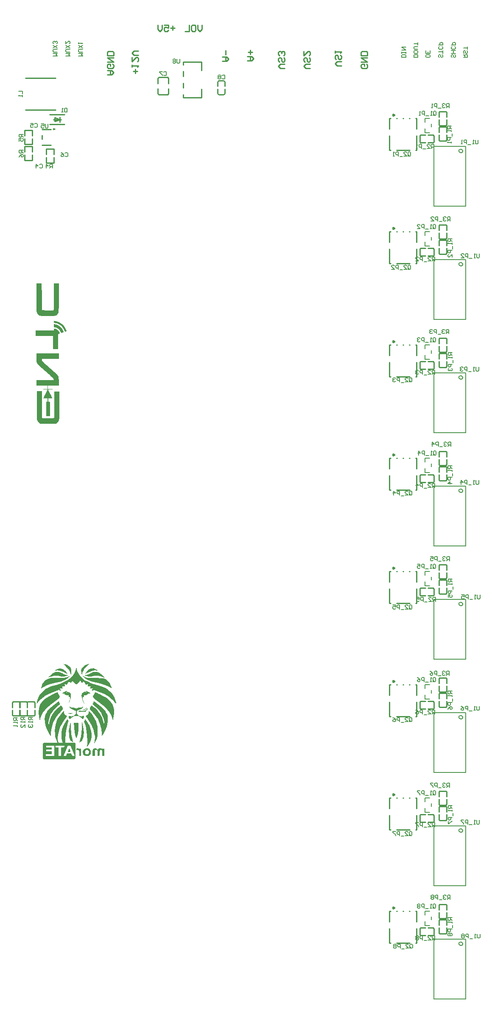
<source format=gbo>
G04*
G04 #@! TF.GenerationSoftware,Altium Limited,Altium Designer,20.0.2 (26)*
G04*
G04 Layer_Color=32896*
%FSLAX25Y25*%
%MOIN*%
G70*
G01*
G75*
%ADD10C,0.01000*%
%ADD15C,0.00787*%
%ADD16C,0.00600*%
%ADD53C,0.00800*%
%ADD98C,0.01570*%
G36*
X12628Y-208102D02*
X12753Y-218703D01*
X17107Y-218772D01*
X21461Y-218840D01*
X21773Y-218412D01*
X22085Y-217984D01*
Y-207804D01*
Y-197625D01*
X26067D01*
X26045Y-208663D01*
X26045Y-208734D01*
X26045Y-208805D01*
X26045Y-208876D01*
X26045Y-208947D01*
X26044Y-209018D01*
X26044Y-209088D01*
X26044Y-209159D01*
X26044Y-209230D01*
X26044Y-209300D01*
X26043Y-209370D01*
X26043Y-209441D01*
X26043Y-209511D01*
X26043Y-209581D01*
X26043Y-209651D01*
X26042Y-209721D01*
X26042Y-209791D01*
X26042Y-209861D01*
X26041Y-209930D01*
X26041Y-210000D01*
X26041Y-210069D01*
X26040Y-210139D01*
X26040Y-210208D01*
X26040Y-210277D01*
X26039Y-210346D01*
X26039Y-210415D01*
X26039Y-210484D01*
X26038Y-210553D01*
X26038Y-210622D01*
X26038Y-210690D01*
X26037Y-210758D01*
X26037Y-210827D01*
X26037Y-210895D01*
X26036Y-210963D01*
X26036Y-211031D01*
X26035Y-211099D01*
X26035Y-211166D01*
X26034Y-211234D01*
X26034Y-211301D01*
X26033Y-211369D01*
X26033Y-211436D01*
X26033Y-211503D01*
X26032Y-211570D01*
X26032Y-211637D01*
X26031Y-211703D01*
X26031Y-211770D01*
X26030Y-211836D01*
X26030Y-211902D01*
X26029Y-211969D01*
X26029Y-212035D01*
X26028Y-212100D01*
X26028Y-212166D01*
X26027Y-212232D01*
X26026Y-212297D01*
X26026Y-212362D01*
X26025Y-212427D01*
X26025Y-212492D01*
X26024Y-212557D01*
X26024Y-212621D01*
X26023Y-212686D01*
X26022Y-212750D01*
X26022Y-212814D01*
X26021Y-212878D01*
X26021Y-212942D01*
X26020Y-213006D01*
X26019Y-213069D01*
X26019Y-213133D01*
X26018Y-213196D01*
X26017Y-213259D01*
X26017Y-213322D01*
X26016Y-213384D01*
X26015Y-213447D01*
X26015Y-213509D01*
X26014Y-213571D01*
X26013Y-213633D01*
X26013Y-213695D01*
X26012Y-213756D01*
X26011Y-213818D01*
X26010Y-213879D01*
X26010Y-213940D01*
X26009Y-214001D01*
X26008Y-214061D01*
X26007Y-214122D01*
X26007Y-214182D01*
X26006Y-214242D01*
X26005Y-214302D01*
X26004Y-214362D01*
X26004Y-214421D01*
X26003Y-214481D01*
X26002Y-214540D01*
X26001Y-214599D01*
X26000Y-214657D01*
X26000Y-214716D01*
X25999Y-214774D01*
X25998Y-214832D01*
X25997Y-214890D01*
X25996Y-214948D01*
X25995Y-215005D01*
X25995Y-215062D01*
X25994Y-215119D01*
X25993Y-215176D01*
X25992Y-215232D01*
X25991Y-215289D01*
X25990Y-215345D01*
X25989Y-215401D01*
X25989Y-215456D01*
X25988Y-215512D01*
X25987Y-215567D01*
X25986Y-215622D01*
X25985Y-215677D01*
X25984Y-215731D01*
X25983Y-215786D01*
X25982Y-215840D01*
X25981Y-215894D01*
X25980Y-215947D01*
X25979Y-216000D01*
X25978Y-216054D01*
X25977Y-216106D01*
X25976Y-216159D01*
X25975Y-216211D01*
X25975Y-216264D01*
X25973Y-216315D01*
X25973Y-216367D01*
X25972Y-216418D01*
X25971Y-216470D01*
X25970Y-216520D01*
X25969Y-216571D01*
X25968Y-216621D01*
X25967Y-216671D01*
X25966Y-216721D01*
X25965Y-216771D01*
X25964Y-216820D01*
X25962Y-216869D01*
X25962Y-216918D01*
X25960Y-216967D01*
X25959Y-217015D01*
X25958Y-217063D01*
X25957Y-217110D01*
X25956Y-217158D01*
X25955Y-217205D01*
X25954Y-217252D01*
X25953Y-217299D01*
X25952Y-217345D01*
X25951Y-217391D01*
X25950Y-217437D01*
X25949Y-217482D01*
X25948Y-217527D01*
X25947Y-217572D01*
X25945Y-217617D01*
X25944Y-217661D01*
X25943Y-217705D01*
X25942Y-217749D01*
X25941Y-217793D01*
X25940Y-217836D01*
X25939Y-217879D01*
X25938Y-217921D01*
X25936Y-217963D01*
X25935Y-218005D01*
X25934Y-218047D01*
X25933Y-218088D01*
X25932Y-218129D01*
X25931Y-218170D01*
X25930Y-218211D01*
X25929Y-218251D01*
X25927Y-218291D01*
X25926Y-218330D01*
X25925Y-218369D01*
X25924Y-218408D01*
X25923Y-218447D01*
X25921Y-218485D01*
X25920Y-218523D01*
X25919Y-218561D01*
X25918Y-218598D01*
X25917Y-218635D01*
X25915Y-218671D01*
X25914Y-218708D01*
X25913Y-218744D01*
X25912Y-218779D01*
X25911Y-218815D01*
X25909Y-218850D01*
X25908Y-218884D01*
X25907Y-218919D01*
X25906Y-218953D01*
X25905Y-218986D01*
X25903Y-219020D01*
X25902Y-219053D01*
X25901Y-219085D01*
X25899Y-219117D01*
X25898Y-219149D01*
X25897Y-219181D01*
X25896Y-219212D01*
X25894Y-219243D01*
X25893Y-219273D01*
X25892Y-219304D01*
X25891Y-219333D01*
X25889Y-219363D01*
X25888Y-219392D01*
X25887Y-219421D01*
X25886Y-219449D01*
X25884Y-219477D01*
X25883Y-219505D01*
X25882Y-219532D01*
X25880Y-219559D01*
X25879Y-219585D01*
X25878Y-219612D01*
X25877Y-219637D01*
X25875Y-219663D01*
X25874Y-219688D01*
X25873Y-219712D01*
X25871Y-219737D01*
X25870Y-219761D01*
X25869Y-219784D01*
X25867Y-219807D01*
X25866Y-219830D01*
X25865Y-219853D01*
X25863Y-219875D01*
X25862Y-219896D01*
X25861Y-219917D01*
X25859Y-219938D01*
X25858Y-219959D01*
X25857Y-219979D01*
X25855Y-219998D01*
X25854Y-220018D01*
X25853Y-220037D01*
X25851Y-220055D01*
X25850Y-220073D01*
X25849Y-220091D01*
X25847Y-220108D01*
X25846Y-220125D01*
X25845Y-220141D01*
X25843Y-220157D01*
X25842Y-220173D01*
X25841Y-220188D01*
X25839Y-220203D01*
X25838Y-220217D01*
X25837Y-220231D01*
X25835Y-220245D01*
X25834Y-220258D01*
X25832Y-220271D01*
X25831Y-220283D01*
X25830Y-220295D01*
X25828Y-220306D01*
X25827Y-220317D01*
X25826Y-220328D01*
X25824Y-220338D01*
X25823Y-220348D01*
X25821Y-220357D01*
X25820Y-220366D01*
X25819Y-220374D01*
X25817Y-220382D01*
X25816Y-220390D01*
X25815Y-220397D01*
X25813Y-220404D01*
X25812Y-220410D01*
X25810Y-220416D01*
X25809Y-220421D01*
X25807Y-220426D01*
X25781Y-220504D01*
X25748Y-220588D01*
X25708Y-220678D01*
X25661Y-220772D01*
X25608Y-220870D01*
X25551Y-220971D01*
X25488Y-221075D01*
X25422Y-221179D01*
X25351Y-221284D01*
X25277Y-221390D01*
X25201Y-221494D01*
X25122Y-221596D01*
X25042Y-221696D01*
X24961Y-221792D01*
X24879Y-221885D01*
X24797Y-221972D01*
X24003Y-222793D01*
X22783Y-223056D01*
X22704Y-223071D01*
X22615Y-223087D01*
X22518Y-223101D01*
X22413Y-223116D01*
X22299Y-223130D01*
X22178Y-223143D01*
X22049Y-223156D01*
X21913Y-223168D01*
X21769Y-223180D01*
X21620Y-223191D01*
X21463Y-223202D01*
X21301Y-223212D01*
X21133Y-223222D01*
X20959Y-223231D01*
X20781Y-223239D01*
X20597Y-223248D01*
X20408Y-223255D01*
X20216Y-223263D01*
X20019Y-223269D01*
X19818Y-223275D01*
X19614Y-223281D01*
X19407Y-223286D01*
X19196Y-223291D01*
X18984Y-223295D01*
X18768Y-223299D01*
X18551Y-223302D01*
X18332Y-223305D01*
X18112Y-223307D01*
X17890Y-223308D01*
X17668Y-223310D01*
X17445Y-223310D01*
X17222Y-223310D01*
X16998Y-223310D01*
X16775Y-223309D01*
X16553Y-223308D01*
X16331Y-223306D01*
X16111Y-223304D01*
X15892Y-223301D01*
X15675Y-223297D01*
X15459Y-223293D01*
X15247Y-223289D01*
X15036Y-223284D01*
X14829Y-223279D01*
X14625Y-223273D01*
X14424Y-223266D01*
X14227Y-223259D01*
X14034Y-223252D01*
X13845Y-223244D01*
X13661Y-223236D01*
X13482Y-223227D01*
X13308Y-223218D01*
X13140Y-223208D01*
X12977Y-223197D01*
X12821Y-223186D01*
X12671Y-223175D01*
X12528Y-223163D01*
X12391Y-223151D01*
X12262Y-223138D01*
X12140Y-223124D01*
X12026Y-223110D01*
X11920Y-223096D01*
X11823Y-223081D01*
X11734Y-223066D01*
X11655Y-223050D01*
X10408Y-222782D01*
X9662Y-221931D01*
X9623Y-221886D01*
X9585Y-221839D01*
X9546Y-221790D01*
X9507Y-221740D01*
X9468Y-221688D01*
X9429Y-221634D01*
X9390Y-221579D01*
X9352Y-221523D01*
X9314Y-221466D01*
X9276Y-221408D01*
X9238Y-221348D01*
X9201Y-221288D01*
X9165Y-221228D01*
X9128Y-221167D01*
X9093Y-221105D01*
X9059Y-221043D01*
X9025Y-220981D01*
X8992Y-220919D01*
X8960Y-220856D01*
X8929Y-220794D01*
X8898Y-220733D01*
X8869Y-220671D01*
X8842Y-220610D01*
X8815Y-220550D01*
X8790Y-220491D01*
X8766Y-220432D01*
X8743Y-220374D01*
X8722Y-220318D01*
X8703Y-220262D01*
X8685Y-220208D01*
X8669Y-220155D01*
X8654Y-220104D01*
X8639Y-220035D01*
X8624Y-219945D01*
X8609Y-219834D01*
X8596Y-219703D01*
X8582Y-219552D01*
X8570Y-219381D01*
X8558Y-219190D01*
X8546Y-218980D01*
X8535Y-218749D01*
X8525Y-218499D01*
X8516Y-218230D01*
X8507Y-217941D01*
X8498Y-217633D01*
X8490Y-217306D01*
X8483Y-216960D01*
X8477Y-216596D01*
X8471Y-216212D01*
X8465Y-215811D01*
X8461Y-215390D01*
X8457Y-214952D01*
X8453Y-214496D01*
X8450Y-214021D01*
X8448Y-213529D01*
X8447Y-213018D01*
X8446Y-212491D01*
X8445Y-211946D01*
X8446Y-211383D01*
X8447Y-210803D01*
X8449Y-210206D01*
X8451Y-209593D01*
X8454Y-208962D01*
X8457Y-208314D01*
X8522Y-197500D01*
X12504D01*
X12628Y-208102D01*
D02*
G37*
G36*
X23143Y-227189D02*
X23231Y-227204D01*
X23320Y-227219D01*
X23408Y-227235D01*
X23496Y-227252D01*
X23584Y-227269D01*
X23671Y-227287D01*
X23758Y-227306D01*
X23845Y-227325D01*
X23932Y-227344D01*
X24018Y-227365D01*
X24104Y-227386D01*
X24189Y-227407D01*
X24274Y-227429D01*
X24360Y-227452D01*
X24444Y-227475D01*
X24529Y-227499D01*
X24612Y-227524D01*
X24696Y-227549D01*
X24780Y-227574D01*
X24863Y-227601D01*
X24946Y-227627D01*
X25028Y-227655D01*
X25110Y-227683D01*
X25192Y-227711D01*
X25273Y-227741D01*
X25354Y-227770D01*
X25435Y-227801D01*
X25516Y-227832D01*
X25596Y-227863D01*
X25675Y-227895D01*
X25755Y-227927D01*
X25834Y-227961D01*
X25913Y-227994D01*
X25991Y-228029D01*
X26069Y-228064D01*
X26147Y-228099D01*
X26224Y-228135D01*
X26301Y-228171D01*
X26378Y-228208D01*
X26454Y-228246D01*
X26530Y-228284D01*
X26606Y-228323D01*
X26681Y-228362D01*
X26756Y-228402D01*
X26830Y-228443D01*
X26904Y-228483D01*
X26978Y-228525D01*
X27051Y-228567D01*
X27124Y-228609D01*
X27197Y-228653D01*
X27269Y-228696D01*
X27341Y-228740D01*
X27412Y-228785D01*
X27483Y-228830D01*
X27554Y-228876D01*
X27624Y-228922D01*
X27694Y-228969D01*
X27763Y-229016D01*
X27832Y-229064D01*
X27901Y-229113D01*
X27969Y-229162D01*
X28037Y-229211D01*
X28105Y-229261D01*
X28172Y-229312D01*
X28238Y-229363D01*
X28305Y-229414D01*
X28370Y-229466D01*
X28436Y-229519D01*
X28501Y-229572D01*
X28565Y-229625D01*
X28629Y-229679D01*
X28693Y-229734D01*
X28756Y-229789D01*
X28819Y-229845D01*
X28882Y-229901D01*
X28944Y-229957D01*
X29005Y-230014D01*
X29067Y-230072D01*
X29127Y-230130D01*
X29187Y-230189D01*
X29247Y-230248D01*
X29307Y-230307D01*
X29366Y-230367D01*
X29424Y-230428D01*
X29482Y-230489D01*
X29540Y-230551D01*
X29597Y-230612D01*
X29653Y-230675D01*
X29710Y-230738D01*
X29765Y-230801D01*
X29821Y-230865D01*
X29875Y-230930D01*
X29930Y-230995D01*
X29984Y-231060D01*
X30037Y-231126D01*
X30090Y-231192D01*
X30143Y-231259D01*
X30195Y-231326D01*
X30246Y-231394D01*
X30297Y-231462D01*
X30348Y-231530D01*
X30398Y-231599D01*
X30447Y-231669D01*
X30496Y-231739D01*
X30545Y-231809D01*
X30593Y-231880D01*
X30641Y-231951D01*
X30688Y-232023D01*
X30735Y-232096D01*
X30781Y-232168D01*
X30826Y-232241D01*
X30871Y-232315D01*
X30916Y-232389D01*
X30960Y-232463D01*
X31004Y-232538D01*
X31047Y-232614D01*
X31089Y-232689D01*
X31132Y-232766D01*
X31173Y-232842D01*
X31214Y-232919D01*
X31255Y-232997D01*
X31295Y-233075D01*
X31334Y-233153D01*
X31373Y-233232D01*
X31411Y-233311D01*
X31449Y-233391D01*
X31486Y-233471D01*
X31523Y-233552D01*
X31553Y-233617D01*
X31582Y-233681D01*
X31609Y-233744D01*
X31636Y-233804D01*
X31662Y-233863D01*
X31687Y-233921D01*
X31711Y-233977D01*
X31734Y-234031D01*
X31756Y-234084D01*
X31777Y-234135D01*
X31798Y-234185D01*
X31817Y-234233D01*
X31835Y-234280D01*
X31852Y-234325D01*
X31869Y-234369D01*
X31884Y-234412D01*
X31898Y-234453D01*
X31912Y-234493D01*
X31925Y-234532D01*
X31936Y-234570D01*
X31947Y-234606D01*
X31956Y-234641D01*
X31965Y-234675D01*
X31973Y-234707D01*
X31980Y-234739D01*
X31985Y-234770D01*
X31990Y-234799D01*
X31994Y-234828D01*
X31997Y-234855D01*
X31999Y-234881D01*
X32000Y-234907D01*
X32000Y-234931D01*
X31999Y-234955D01*
X31997Y-234978D01*
X31994Y-235000D01*
X31991Y-235021D01*
X31986Y-235041D01*
X31980Y-235060D01*
X31973Y-235079D01*
X31966Y-235097D01*
X31957Y-235114D01*
X31947Y-235131D01*
X31937Y-235147D01*
X31925Y-235162D01*
X31913Y-235177D01*
X31899Y-235191D01*
X31885Y-235205D01*
X31869Y-235217D01*
X31853Y-235230D01*
X31836Y-235242D01*
X31817Y-235254D01*
X31798Y-235265D01*
X31778Y-235276D01*
X31756Y-235286D01*
X31734Y-235297D01*
X31711Y-235307D01*
X31687Y-235316D01*
X31662Y-235325D01*
X31635Y-235334D01*
X31608Y-235343D01*
X31580Y-235352D01*
X31551Y-235361D01*
X31521Y-235369D01*
X31490Y-235377D01*
X31434Y-235392D01*
X31379Y-235405D01*
X31325Y-235418D01*
X31273Y-235429D01*
X31224Y-235439D01*
X31176Y-235449D01*
X31131Y-235457D01*
X31090Y-235463D01*
X31051Y-235469D01*
X31016Y-235473D01*
X30985Y-235476D01*
X30958Y-235478D01*
X30935Y-235478D01*
X30918Y-235476D01*
X30905Y-235473D01*
X30898Y-235469D01*
X30873Y-235426D01*
X30818Y-235323D01*
X30737Y-235168D01*
X30634Y-234966D01*
X30511Y-234725D01*
X30373Y-234451D01*
X30222Y-234151D01*
X30062Y-233832D01*
X30020Y-233749D01*
X29975Y-233665D01*
X29929Y-233579D01*
X29880Y-233492D01*
X29829Y-233403D01*
X29776Y-233313D01*
X29722Y-233223D01*
X29666Y-233131D01*
X29609Y-233039D01*
X29550Y-232947D01*
X29490Y-232855D01*
X29429Y-232762D01*
X29367Y-232670D01*
X29304Y-232578D01*
X29240Y-232486D01*
X29175Y-232395D01*
X29111Y-232305D01*
X29045Y-232215D01*
X28980Y-232127D01*
X28914Y-232041D01*
X28848Y-231955D01*
X28782Y-231872D01*
X28717Y-231790D01*
X28652Y-231710D01*
X28587Y-231633D01*
X28523Y-231557D01*
X28460Y-231485D01*
X28397Y-231415D01*
X28335Y-231347D01*
X28275Y-231283D01*
X28215Y-231222D01*
X28157Y-231165D01*
X28101Y-231111D01*
X28044Y-231057D01*
X27985Y-231003D01*
X27925Y-230949D01*
X27863Y-230895D01*
X27800Y-230841D01*
X27736Y-230787D01*
X27670Y-230734D01*
X27604Y-230680D01*
X27536Y-230627D01*
X27468Y-230574D01*
X27398Y-230521D01*
X27328Y-230468D01*
X27256Y-230416D01*
X27184Y-230364D01*
X27111Y-230312D01*
X27038Y-230261D01*
X26963Y-230210D01*
X26889Y-230159D01*
X26813Y-230109D01*
X26737Y-230060D01*
X26661Y-230011D01*
X26585Y-229962D01*
X26507Y-229914D01*
X26430Y-229867D01*
X26353Y-229820D01*
X26275Y-229774D01*
X26197Y-229729D01*
X26120Y-229684D01*
X26042Y-229640D01*
X25964Y-229597D01*
X25887Y-229555D01*
X25809Y-229514D01*
X25732Y-229473D01*
X25655Y-229433D01*
X25578Y-229395D01*
X25502Y-229357D01*
X25426Y-229320D01*
X25351Y-229284D01*
X25276Y-229250D01*
X25202Y-229216D01*
X25128Y-229183D01*
X25055Y-229152D01*
X24983Y-229121D01*
X24912Y-229092D01*
X24841Y-229064D01*
X24772Y-229038D01*
X24703Y-229012D01*
X24636Y-228988D01*
X24569Y-228965D01*
X24504Y-228944D01*
X24439Y-228924D01*
X24376Y-228906D01*
X24315Y-228888D01*
X24254Y-228873D01*
X24195Y-228858D01*
X24138Y-228846D01*
X24082Y-228835D01*
X24027Y-228825D01*
X23975Y-228817D01*
X23923Y-228811D01*
X23874Y-228806D01*
X23826Y-228803D01*
X23780Y-228802D01*
X23719Y-228801D01*
X23653Y-228799D01*
X23584Y-228795D01*
X23513Y-228789D01*
X23439Y-228783D01*
X23363Y-228775D01*
X23287Y-228766D01*
X23209Y-228756D01*
X23132Y-228745D01*
X23056Y-228733D01*
X22981Y-228720D01*
X22908Y-228707D01*
X22837Y-228693D01*
X22769Y-228679D01*
X22705Y-228664D01*
X22645Y-228648D01*
X22085Y-228498D01*
Y-227757D01*
Y-227016D01*
X23143Y-227189D01*
D02*
G37*
G36*
X23018Y-229688D02*
X23092Y-229700D01*
X23167Y-229715D01*
X23244Y-229731D01*
X23321Y-229748D01*
X23399Y-229767D01*
X23478Y-229787D01*
X23559Y-229809D01*
X23640Y-229832D01*
X23721Y-229856D01*
X23804Y-229881D01*
X23887Y-229908D01*
X23971Y-229936D01*
X24056Y-229965D01*
X24140Y-229995D01*
X24226Y-230026D01*
X24312Y-230058D01*
X24398Y-230092D01*
X24485Y-230126D01*
X24571Y-230162D01*
X24658Y-230198D01*
X24746Y-230235D01*
X24833Y-230274D01*
X24920Y-230313D01*
X25008Y-230353D01*
X25095Y-230394D01*
X25182Y-230435D01*
X25269Y-230478D01*
X25356Y-230521D01*
X25443Y-230565D01*
X25529Y-230610D01*
X25615Y-230655D01*
X25701Y-230701D01*
X25786Y-230747D01*
X25871Y-230795D01*
X25955Y-230842D01*
X26038Y-230890D01*
X26121Y-230939D01*
X26203Y-230988D01*
X26284Y-231038D01*
X26364Y-231088D01*
X26444Y-231138D01*
X26522Y-231189D01*
X26600Y-231240D01*
X26676Y-231291D01*
X26752Y-231343D01*
X26826Y-231395D01*
X26899Y-231447D01*
X26971Y-231499D01*
X27042Y-231552D01*
X27111Y-231604D01*
X27179Y-231657D01*
X27245Y-231709D01*
X27310Y-231762D01*
X27373Y-231815D01*
X27435Y-231868D01*
X27495Y-231920D01*
X27553Y-231973D01*
X27610Y-232026D01*
X27664Y-232078D01*
X27717Y-232130D01*
X27768Y-232182D01*
X27817Y-232234D01*
X27864Y-232286D01*
X27909Y-232337D01*
X27946Y-232381D01*
X27984Y-232427D01*
X28022Y-232474D01*
X28060Y-232522D01*
X28099Y-232572D01*
X28138Y-232623D01*
X28177Y-232675D01*
X28217Y-232729D01*
X28256Y-232783D01*
X28296Y-232838D01*
X28336Y-232895D01*
X28376Y-232952D01*
X28417Y-233010D01*
X28457Y-233069D01*
X28497Y-233129D01*
X28537Y-233189D01*
X28578Y-233250D01*
X28618Y-233311D01*
X28658Y-233373D01*
X28697Y-233436D01*
X28737Y-233499D01*
X28776Y-233562D01*
X28815Y-233625D01*
X28854Y-233689D01*
X28893Y-233753D01*
X28931Y-233817D01*
X28969Y-233880D01*
X29006Y-233944D01*
X29043Y-234008D01*
X29079Y-234072D01*
X29115Y-234135D01*
X29150Y-234198D01*
X29185Y-234261D01*
X29219Y-234324D01*
X29253Y-234386D01*
X29286Y-234447D01*
X29318Y-234508D01*
X29349Y-234569D01*
X29380Y-234629D01*
X29410Y-234688D01*
X29439Y-234746D01*
X29467Y-234803D01*
X29494Y-234860D01*
X29520Y-234915D01*
X29546Y-234970D01*
X29570Y-235024D01*
X29593Y-235076D01*
X29615Y-235127D01*
X29636Y-235177D01*
X29656Y-235226D01*
X29675Y-235273D01*
X29693Y-235319D01*
X29709Y-235363D01*
X29724Y-235406D01*
X29738Y-235447D01*
X29751Y-235487D01*
X29762Y-235525D01*
X29772Y-235561D01*
X29780Y-235595D01*
X29787Y-235628D01*
X29792Y-235658D01*
X29796Y-235687D01*
X29799Y-235713D01*
X29800Y-235737D01*
X29781Y-235785D01*
X29727Y-235842D01*
X29642Y-235908D01*
X29529Y-235978D01*
X29392Y-236053D01*
X29236Y-236128D01*
X29063Y-236203D01*
X28878Y-236274D01*
X28824Y-236293D01*
X28771Y-236311D01*
X28720Y-236328D01*
X28669Y-236345D01*
X28621Y-236360D01*
X28573Y-236373D01*
X28527Y-236386D01*
X28482Y-236398D01*
X28439Y-236409D01*
X28397Y-236419D01*
X28357Y-236427D01*
X28317Y-236435D01*
X28280Y-236441D01*
X28244Y-236447D01*
X28209Y-236451D01*
X28177Y-236454D01*
X28145Y-236456D01*
X28115Y-236457D01*
X28087Y-236457D01*
X28060Y-236456D01*
X28035Y-236454D01*
X28012Y-236451D01*
X27990Y-236446D01*
X27970Y-236441D01*
X27952Y-236434D01*
X27935Y-236427D01*
X27920Y-236418D01*
X27907Y-236408D01*
X27896Y-236397D01*
X27887Y-236385D01*
X27879Y-236372D01*
X27873Y-236358D01*
X27841Y-236284D01*
X27783Y-236170D01*
X27702Y-236022D01*
X27601Y-235844D01*
X27483Y-235644D01*
X27353Y-235426D01*
X27212Y-235197D01*
X27065Y-234961D01*
X27020Y-234893D01*
X26975Y-234824D01*
X26930Y-234757D01*
X26883Y-234689D01*
X26835Y-234623D01*
X26787Y-234557D01*
X26738Y-234491D01*
X26688Y-234426D01*
X26637Y-234362D01*
X26585Y-234299D01*
X26533Y-234236D01*
X26480Y-234173D01*
X26427Y-234112D01*
X26372Y-234051D01*
X26317Y-233991D01*
X26261Y-233931D01*
X26205Y-233872D01*
X26149Y-233814D01*
X26091Y-233757D01*
X26033Y-233700D01*
X25975Y-233645D01*
X25915Y-233590D01*
X25856Y-233536D01*
X25796Y-233482D01*
X25735Y-233430D01*
X25674Y-233378D01*
X25613Y-233327D01*
X25550Y-233277D01*
X25488Y-233228D01*
X25425Y-233179D01*
X25362Y-233132D01*
X25299Y-233086D01*
X25235Y-233040D01*
X25171Y-232995D01*
X25106Y-232952D01*
X25042Y-232909D01*
X24977Y-232867D01*
X24911Y-232827D01*
X24846Y-232787D01*
X24780Y-232748D01*
X24714Y-232711D01*
X24648Y-232674D01*
X24582Y-232638D01*
X24516Y-232604D01*
X24449Y-232571D01*
X24383Y-232538D01*
X24316Y-232507D01*
X24249Y-232477D01*
X24182Y-232448D01*
X24115Y-232420D01*
X24048Y-232393D01*
X23981Y-232368D01*
X23914Y-232343D01*
X23847Y-232320D01*
X23781Y-232298D01*
X23714Y-232278D01*
X23647Y-232258D01*
X23581Y-232240D01*
X23514Y-232223D01*
X23448Y-232207D01*
X23382Y-232193D01*
X23316Y-232179D01*
X23250Y-232168D01*
X23184Y-232157D01*
X22085Y-231992D01*
Y-230762D01*
Y-229532D01*
X23018Y-229688D01*
D02*
G37*
G36*
X22610Y-233073D02*
X22671Y-233078D01*
X22737Y-233087D01*
X22807Y-233100D01*
X22882Y-233117D01*
X22961Y-233137D01*
X23045Y-233162D01*
X23133Y-233190D01*
X23227Y-233221D01*
X23325Y-233256D01*
X23429Y-233295D01*
X23538Y-233338D01*
X23653Y-233384D01*
X23773Y-233434D01*
X23823Y-233455D01*
X23874Y-233478D01*
X23924Y-233501D01*
X23975Y-233524D01*
X24025Y-233549D01*
X24076Y-233574D01*
X24126Y-233600D01*
X24177Y-233627D01*
X24227Y-233655D01*
X24277Y-233683D01*
X24328Y-233712D01*
X24377Y-233741D01*
X24428Y-233771D01*
X24477Y-233802D01*
X24527Y-233833D01*
X24577Y-233865D01*
X24626Y-233897D01*
X24675Y-233930D01*
X24724Y-233964D01*
X24772Y-233998D01*
X24821Y-234033D01*
X24869Y-234068D01*
X24917Y-234104D01*
X24964Y-234140D01*
X25012Y-234177D01*
X25059Y-234214D01*
X25106Y-234252D01*
X25152Y-234290D01*
X25198Y-234328D01*
X25243Y-234367D01*
X25289Y-234406D01*
X25333Y-234446D01*
X25378Y-234486D01*
X25422Y-234527D01*
X25465Y-234567D01*
X25508Y-234608D01*
X25550Y-234650D01*
X25592Y-234692D01*
X25634Y-234734D01*
X25675Y-234776D01*
X25716Y-234819D01*
X25755Y-234861D01*
X25795Y-234904D01*
X25833Y-234948D01*
X25872Y-234991D01*
X25909Y-235035D01*
X25946Y-235079D01*
X25982Y-235123D01*
X26018Y-235167D01*
X26053Y-235211D01*
X26087Y-235256D01*
X26120Y-235300D01*
X26153Y-235345D01*
X26185Y-235390D01*
X26217Y-235435D01*
X26247Y-235480D01*
X26277Y-235525D01*
X26306Y-235570D01*
X26334Y-235615D01*
X26361Y-235660D01*
X26388Y-235705D01*
X26414Y-235750D01*
X26438Y-235795D01*
X26462Y-235840D01*
X26506Y-235924D01*
X26546Y-236004D01*
X26583Y-236079D01*
X26617Y-236151D01*
X26648Y-236218D01*
X26676Y-236282D01*
X26701Y-236343D01*
X26723Y-236400D01*
X26741Y-236455D01*
X26756Y-236506D01*
X26768Y-236554D01*
X26776Y-236600D01*
X26781Y-236644D01*
X26783Y-236685D01*
X26781Y-236724D01*
X26776Y-236762D01*
X26767Y-236798D01*
X26755Y-236832D01*
X26739Y-236864D01*
X26719Y-236896D01*
X26696Y-236926D01*
X26669Y-236956D01*
X26638Y-236985D01*
X26604Y-237013D01*
X26566Y-237041D01*
X26524Y-237069D01*
X26478Y-237097D01*
X26429Y-237125D01*
X26375Y-237153D01*
X26318Y-237182D01*
X26256Y-237211D01*
X26191Y-237242D01*
X25569Y-237526D01*
Y-243393D01*
Y-249261D01*
X21597D01*
X21530Y-244085D01*
X21463Y-238908D01*
X14681Y-238842D01*
X7900Y-238776D01*
Y-236663D01*
Y-234551D01*
X14930Y-234485D01*
X21960Y-234418D01*
X22039Y-233732D01*
X22049Y-233660D01*
X22059Y-233593D01*
X22072Y-233529D01*
X22086Y-233470D01*
X22102Y-233415D01*
X22120Y-233364D01*
X22141Y-233317D01*
X22164Y-233275D01*
X22189Y-233236D01*
X22217Y-233202D01*
X22248Y-233172D01*
X22282Y-233145D01*
X22318Y-233123D01*
X22358Y-233105D01*
X22401Y-233091D01*
X22448Y-233080D01*
X22498Y-233074D01*
X22552Y-233071D01*
X22610Y-233073D01*
D02*
G37*
G36*
X26067Y-254624D02*
Y-256744D01*
X12628D01*
Y-257451D01*
X12631Y-257545D01*
X12640Y-257640D01*
X12655Y-257735D01*
X12678Y-257833D01*
X12709Y-257933D01*
X12750Y-258037D01*
X12799Y-258145D01*
X12859Y-258257D01*
X12931Y-258376D01*
X13014Y-258501D01*
X13110Y-258632D01*
X13219Y-258772D01*
X13342Y-258921D01*
X13480Y-259080D01*
X13633Y-259248D01*
X13803Y-259428D01*
X13990Y-259619D01*
X14195Y-259823D01*
X14418Y-260041D01*
X14660Y-260272D01*
X14923Y-260518D01*
X15206Y-260780D01*
X15510Y-261059D01*
X15837Y-261354D01*
X16186Y-261668D01*
X16560Y-262000D01*
X16958Y-262352D01*
X17380Y-262723D01*
X17829Y-263116D01*
X18304Y-263531D01*
X18807Y-263968D01*
X19337Y-264429D01*
X19403Y-264486D01*
X19468Y-264543D01*
X19534Y-264599D01*
X19599Y-264656D01*
X19665Y-264713D01*
X19730Y-264770D01*
X19795Y-264827D01*
X19860Y-264884D01*
X19925Y-264941D01*
X19990Y-264998D01*
X20054Y-265054D01*
X20119Y-265111D01*
X20183Y-265168D01*
X20247Y-265224D01*
X20312Y-265281D01*
X20376Y-265337D01*
X20439Y-265394D01*
X20503Y-265450D01*
X20567Y-265506D01*
X20630Y-265563D01*
X20693Y-265619D01*
X20756Y-265675D01*
X20819Y-265731D01*
X20881Y-265786D01*
X20944Y-265842D01*
X21006Y-265897D01*
X21068Y-265953D01*
X21129Y-266008D01*
X21191Y-266063D01*
X21252Y-266118D01*
X21313Y-266173D01*
X21374Y-266228D01*
X21434Y-266282D01*
X21495Y-266337D01*
X21555Y-266391D01*
X21614Y-266445D01*
X21674Y-266499D01*
X21733Y-266552D01*
X21792Y-266606D01*
X21851Y-266659D01*
X21909Y-266712D01*
X21967Y-266765D01*
X22025Y-266817D01*
X22082Y-266870D01*
X22139Y-266922D01*
X22196Y-266974D01*
X22253Y-267026D01*
X22309Y-267077D01*
X22364Y-267128D01*
X22420Y-267179D01*
X22475Y-267230D01*
X22529Y-267281D01*
X22584Y-267331D01*
X22638Y-267381D01*
X22691Y-267430D01*
X22745Y-267480D01*
X22797Y-267529D01*
X22850Y-267577D01*
X22902Y-267626D01*
X22953Y-267674D01*
X23004Y-267722D01*
X23055Y-267769D01*
X23106Y-267816D01*
X23155Y-267863D01*
X23205Y-267910D01*
X23254Y-267956D01*
X23302Y-268002D01*
X23351Y-268047D01*
X23398Y-268092D01*
X23446Y-268137D01*
X23492Y-268182D01*
X23539Y-268226D01*
X23584Y-268269D01*
X23629Y-268313D01*
X23674Y-268355D01*
X23719Y-268398D01*
X23762Y-268440D01*
X23806Y-268482D01*
X23848Y-268523D01*
X23890Y-268564D01*
X23932Y-268604D01*
X23973Y-268644D01*
X24014Y-268684D01*
X24054Y-268723D01*
X24093Y-268761D01*
X24133Y-268799D01*
X24171Y-268837D01*
X24209Y-268875D01*
X24246Y-268911D01*
X24283Y-268948D01*
X24319Y-268984D01*
X24354Y-269019D01*
X24389Y-269054D01*
X24423Y-269088D01*
X24457Y-269122D01*
X24490Y-269155D01*
X24522Y-269188D01*
X24554Y-269221D01*
X24585Y-269252D01*
X24616Y-269284D01*
X24646Y-269315D01*
X24675Y-269345D01*
X24703Y-269374D01*
X24731Y-269404D01*
X24758Y-269432D01*
X24785Y-269460D01*
X24811Y-269488D01*
X24836Y-269514D01*
X24860Y-269541D01*
X24884Y-269566D01*
X24907Y-269592D01*
X24929Y-269616D01*
X24951Y-269640D01*
X24972Y-269663D01*
X24992Y-269686D01*
X25012Y-269708D01*
X25030Y-269730D01*
X25048Y-269751D01*
X25065Y-269771D01*
X25082Y-269790D01*
X25098Y-269809D01*
X25113Y-269828D01*
X25127Y-269845D01*
X25140Y-269862D01*
X25153Y-269879D01*
X25164Y-269894D01*
X25175Y-269909D01*
X25185Y-269923D01*
X25942Y-271004D01*
X26028Y-274476D01*
X26114Y-277947D01*
X17606D01*
Y-279194D01*
Y-280442D01*
X19347D01*
X19440Y-280442D01*
X19531Y-280443D01*
X19621Y-280444D01*
X19708Y-280447D01*
X19794Y-280449D01*
X19878Y-280452D01*
X19960Y-280456D01*
X20040Y-280461D01*
X20117Y-280465D01*
X20193Y-280471D01*
X20266Y-280477D01*
X20336Y-280483D01*
X20404Y-280490D01*
X20469Y-280497D01*
X20532Y-280505D01*
X20592Y-280513D01*
X20649Y-280521D01*
X20703Y-280530D01*
X20753Y-280540D01*
X20801Y-280550D01*
X20845Y-280560D01*
X20886Y-280570D01*
X20923Y-280581D01*
X20957Y-280592D01*
X20988Y-280603D01*
X21014Y-280615D01*
X21037Y-280627D01*
X21056Y-280639D01*
X21070Y-280652D01*
X21081Y-280665D01*
X21087Y-280678D01*
X21090Y-280691D01*
X21055Y-280743D01*
X20956Y-280790D01*
X20798Y-280833D01*
X20587Y-280869D01*
X20328Y-280899D01*
X20028Y-280922D01*
X19692Y-280936D01*
X19327Y-280941D01*
X19237Y-280941D01*
X19148Y-280942D01*
X19060Y-280943D01*
X18974Y-280944D01*
X18890Y-280946D01*
X18808Y-280949D01*
X18728Y-280952D01*
X18649Y-280955D01*
X18573Y-280959D01*
X18499Y-280963D01*
X18427Y-280968D01*
X18358Y-280973D01*
X18291Y-280978D01*
X18227Y-280983D01*
X18166Y-280989D01*
X18107Y-280995D01*
X18052Y-281002D01*
X17999Y-281009D01*
X17950Y-281016D01*
X17904Y-281023D01*
X17862Y-281031D01*
X17822Y-281039D01*
X17787Y-281047D01*
X17755Y-281055D01*
X17728Y-281064D01*
X17704Y-281072D01*
X17684Y-281081D01*
X17669Y-281090D01*
X17657Y-281099D01*
X17650Y-281108D01*
X17648Y-281118D01*
X17650Y-281128D01*
X17666Y-281163D01*
X17699Y-281227D01*
X17745Y-281321D01*
X17806Y-281441D01*
X17879Y-281586D01*
X17964Y-281755D01*
X18060Y-281946D01*
X18166Y-282156D01*
X18282Y-282385D01*
X18407Y-282631D01*
X18539Y-282892D01*
X18678Y-283167D01*
X18824Y-283453D01*
X18974Y-283750D01*
X19129Y-284055D01*
X19288Y-284367D01*
X19328Y-284445D01*
X19368Y-284523D01*
X19407Y-284601D01*
X19446Y-284679D01*
X19485Y-284756D01*
X19524Y-284833D01*
X19562Y-284909D01*
X19600Y-284985D01*
X19637Y-285060D01*
X19675Y-285135D01*
X19712Y-285209D01*
X19748Y-285283D01*
X19785Y-285356D01*
X19820Y-285429D01*
X19856Y-285500D01*
X19891Y-285572D01*
X19925Y-285642D01*
X19960Y-285712D01*
X19993Y-285781D01*
X20027Y-285849D01*
X20059Y-285916D01*
X20091Y-285983D01*
X20123Y-286049D01*
X20155Y-286113D01*
X20185Y-286177D01*
X20215Y-286240D01*
X20245Y-286302D01*
X20274Y-286363D01*
X20303Y-286423D01*
X20331Y-286482D01*
X20358Y-286540D01*
X20385Y-286596D01*
X20411Y-286652D01*
X20436Y-286706D01*
X20461Y-286760D01*
X20485Y-286812D01*
X20508Y-286863D01*
X20531Y-286912D01*
X20553Y-286960D01*
X20575Y-287007D01*
X20595Y-287053D01*
X20615Y-287097D01*
X20634Y-287140D01*
X20653Y-287181D01*
X20670Y-287222D01*
X20687Y-287260D01*
X20703Y-287297D01*
X20718Y-287333D01*
X20733Y-287367D01*
X20746Y-287399D01*
X20759Y-287430D01*
X20771Y-287459D01*
X20782Y-287486D01*
X20792Y-287512D01*
X20801Y-287536D01*
X20809Y-287559D01*
X20816Y-287579D01*
X20823Y-287598D01*
X20828Y-287615D01*
X20833Y-287630D01*
X20836Y-287643D01*
X20839Y-287655D01*
X20840Y-287664D01*
X20841Y-287672D01*
X20811Y-287724D01*
X20726Y-287772D01*
X20591Y-287815D01*
X20411Y-287852D01*
X20191Y-287883D01*
X19937Y-287906D01*
X19654Y-287920D01*
X19347Y-287925D01*
X17854D01*
Y-289280D01*
Y-290634D01*
X18414Y-290714D01*
X18974Y-290794D01*
Y-296406D01*
Y-302019D01*
X16237D01*
X16170Y-296344D01*
X16103Y-290669D01*
X17108D01*
Y-289297D01*
Y-287925D01*
X15490D01*
X15407Y-287925D01*
X15326Y-287924D01*
X15245Y-287924D01*
X15165Y-287922D01*
X15087Y-287921D01*
X15011Y-287919D01*
X14936Y-287917D01*
X14862Y-287915D01*
X14791Y-287912D01*
X14721Y-287910D01*
X14653Y-287906D01*
X14588Y-287903D01*
X14524Y-287899D01*
X14463Y-287896D01*
X14404Y-287892D01*
X14348Y-287887D01*
X14294Y-287883D01*
X14243Y-287878D01*
X14195Y-287873D01*
X14150Y-287868D01*
X14108Y-287863D01*
X14069Y-287858D01*
X14033Y-287852D01*
X14000Y-287847D01*
X13971Y-287841D01*
X13946Y-287835D01*
X13924Y-287829D01*
X13906Y-287823D01*
X13891Y-287816D01*
X13881Y-287810D01*
X13875Y-287803D01*
X13873Y-287797D01*
X13906Y-287705D01*
X14000Y-287492D01*
X14150Y-287171D01*
X14348Y-286756D01*
X14588Y-286261D01*
X14862Y-285699D01*
X15165Y-285085D01*
X15490Y-284433D01*
X15532Y-284350D01*
X15573Y-284267D01*
X15614Y-284184D01*
X15655Y-284103D01*
X15696Y-284021D01*
X15736Y-283940D01*
X15776Y-283860D01*
X15815Y-283780D01*
X15854Y-283701D01*
X15893Y-283623D01*
X15932Y-283545D01*
X15970Y-283468D01*
X16008Y-283391D01*
X16045Y-283315D01*
X16082Y-283241D01*
X16118Y-283166D01*
X16154Y-283093D01*
X16190Y-283020D01*
X16225Y-282949D01*
X16260Y-282878D01*
X16294Y-282808D01*
X16327Y-282740D01*
X16361Y-282672D01*
X16393Y-282605D01*
X16425Y-282539D01*
X16456Y-282474D01*
X16487Y-282411D01*
X16518Y-282348D01*
X16547Y-282287D01*
X16576Y-282227D01*
X16605Y-282168D01*
X16633Y-282110D01*
X16660Y-282053D01*
X16686Y-281998D01*
X16712Y-281944D01*
X16737Y-281892D01*
X16762Y-281840D01*
X16785Y-281790D01*
X16808Y-281742D01*
X16831Y-281695D01*
X16852Y-281649D01*
X16873Y-281605D01*
X16893Y-281563D01*
X16912Y-281522D01*
X16930Y-281483D01*
X16948Y-281445D01*
X16964Y-281409D01*
X16980Y-281374D01*
X16995Y-281341D01*
X17009Y-281310D01*
X17023Y-281281D01*
X17035Y-281253D01*
X17046Y-281227D01*
X17057Y-281203D01*
X17066Y-281181D01*
X17075Y-281161D01*
X17083Y-281142D01*
X17089Y-281126D01*
X17095Y-281111D01*
X17099Y-281099D01*
X17103Y-281088D01*
X17106Y-281080D01*
X17107Y-281073D01*
X17108Y-281069D01*
X17072Y-281043D01*
X16970Y-281019D01*
X16809Y-280997D01*
X16596Y-280978D01*
X16338Y-280963D01*
X16042Y-280951D01*
X15716Y-280943D01*
X15366Y-280941D01*
X15273Y-280940D01*
X15182Y-280939D01*
X15093Y-280938D01*
X15005Y-280936D01*
X14919Y-280933D01*
X14835Y-280930D01*
X14753Y-280926D01*
X14674Y-280922D01*
X14596Y-280917D01*
X14521Y-280911D01*
X14448Y-280906D01*
X14377Y-280899D01*
X14309Y-280892D01*
X14244Y-280885D01*
X14181Y-280877D01*
X14121Y-280869D01*
X14065Y-280861D01*
X14011Y-280852D01*
X13960Y-280842D01*
X13913Y-280833D01*
X13868Y-280823D01*
X13827Y-280812D01*
X13790Y-280801D01*
X13756Y-280790D01*
X13726Y-280779D01*
X13699Y-280767D01*
X13677Y-280755D01*
X13658Y-280743D01*
X13643Y-280730D01*
X13632Y-280717D01*
X13626Y-280704D01*
X13624Y-280691D01*
X13658Y-280639D01*
X13756Y-280592D01*
X13913Y-280550D01*
X14121Y-280513D01*
X14377Y-280483D01*
X14674Y-280461D01*
X15005Y-280447D01*
X15366Y-280442D01*
X17108D01*
Y-279194D01*
Y-277947D01*
X8398D01*
Y-275831D01*
Y-273714D01*
X15179Y-273648D01*
X21960Y-273582D01*
X21873Y-272964D01*
X21862Y-272899D01*
X21849Y-272830D01*
X21832Y-272759D01*
X21812Y-272686D01*
X21790Y-272611D01*
X21766Y-272536D01*
X21739Y-272460D01*
X21711Y-272385D01*
X21681Y-272310D01*
X21650Y-272237D01*
X21617Y-272165D01*
X21584Y-272096D01*
X21549Y-272031D01*
X21514Y-271969D01*
X21479Y-271911D01*
X21444Y-271858D01*
X21380Y-271783D01*
X21260Y-271660D01*
X21087Y-271492D01*
X20864Y-271283D01*
X20595Y-271034D01*
X20282Y-270748D01*
X19929Y-270429D01*
X19539Y-270078D01*
X19114Y-269700D01*
X18658Y-269295D01*
X18174Y-268868D01*
X17665Y-268421D01*
X17133Y-267957D01*
X16583Y-267478D01*
X16017Y-266987D01*
X15439Y-266487D01*
X9775Y-261606D01*
X9149Y-260485D01*
X8522Y-259363D01*
X8436Y-255933D01*
X8350Y-252503D01*
X26067D01*
Y-254624D01*
D02*
G37*
G36*
X12877Y-292605D02*
Y-303042D01*
X13176Y-303341D01*
X13475Y-303640D01*
X17423D01*
X17475Y-303640D01*
X17528Y-303640D01*
X17580Y-303640D01*
X17632Y-303640D01*
X17684Y-303640D01*
X17736Y-303640D01*
X17788Y-303639D01*
X17840Y-303639D01*
X17891Y-303639D01*
X17942Y-303638D01*
X17993Y-303638D01*
X18045Y-303638D01*
X18095Y-303637D01*
X18146Y-303637D01*
X18196Y-303636D01*
X18247Y-303635D01*
X18297Y-303635D01*
X18347Y-303634D01*
X18396Y-303633D01*
X18446Y-303632D01*
X18495Y-303632D01*
X18544Y-303631D01*
X18593Y-303630D01*
X18642Y-303629D01*
X18691Y-303628D01*
X18739Y-303627D01*
X18787Y-303626D01*
X18835Y-303625D01*
X18882Y-303624D01*
X18930Y-303623D01*
X18977Y-303622D01*
X19024Y-303621D01*
X19071Y-303620D01*
X19117Y-303618D01*
X19163Y-303617D01*
X19209Y-303616D01*
X19255Y-303614D01*
X19300Y-303613D01*
X19345Y-303611D01*
X19390Y-303610D01*
X19435Y-303609D01*
X19479Y-303607D01*
X19523Y-303606D01*
X19567Y-303604D01*
X19610Y-303602D01*
X19654Y-303601D01*
X19696Y-303599D01*
X19739Y-303597D01*
X19781Y-303596D01*
X19823Y-303594D01*
X19865Y-303592D01*
X19906Y-303590D01*
X19948Y-303589D01*
X19988Y-303587D01*
X20029Y-303585D01*
X20069Y-303583D01*
X20109Y-303581D01*
X20148Y-303579D01*
X20187Y-303577D01*
X20226Y-303575D01*
X20264Y-303573D01*
X20302Y-303571D01*
X20340Y-303569D01*
X20377Y-303566D01*
X20414Y-303564D01*
X20451Y-303562D01*
X20487Y-303560D01*
X20523Y-303557D01*
X20558Y-303555D01*
X20593Y-303553D01*
X20628Y-303551D01*
X20662Y-303548D01*
X20696Y-303546D01*
X20730Y-303543D01*
X20763Y-303541D01*
X20796Y-303538D01*
X20828Y-303536D01*
X20860Y-303534D01*
X20892Y-303531D01*
X20923Y-303528D01*
X20953Y-303526D01*
X20984Y-303523D01*
X21013Y-303521D01*
X21043Y-303518D01*
X21072Y-303515D01*
X21100Y-303513D01*
X21128Y-303510D01*
X21156Y-303507D01*
X21183Y-303504D01*
X21210Y-303502D01*
X21236Y-303499D01*
X21262Y-303496D01*
X21287Y-303493D01*
X21312Y-303490D01*
X21337Y-303487D01*
X21361Y-303484D01*
X21384Y-303482D01*
X21407Y-303479D01*
X21429Y-303476D01*
X21452Y-303473D01*
X21473Y-303470D01*
X21494Y-303467D01*
X21515Y-303464D01*
X21534Y-303461D01*
X21554Y-303457D01*
X21573Y-303454D01*
X21591Y-303451D01*
X21609Y-303448D01*
X21627Y-303445D01*
X21644Y-303442D01*
X21660Y-303439D01*
X21676Y-303435D01*
X21691Y-303432D01*
X21706Y-303429D01*
X21720Y-303426D01*
X21733Y-303422D01*
X21746Y-303419D01*
X21759Y-303416D01*
X21771Y-303413D01*
X21782Y-303409D01*
X21793Y-303406D01*
X21803Y-303402D01*
X21813Y-303399D01*
X21822Y-303396D01*
X21831Y-303392D01*
X21838Y-303389D01*
X21846Y-303385D01*
X21852Y-303382D01*
X22334Y-303124D01*
Y-292780D01*
Y-282437D01*
X26564D01*
X26535Y-292727D01*
X26535Y-292793D01*
X26535Y-292860D01*
X26535Y-292926D01*
X26534Y-292992D01*
X26534Y-293058D01*
X26534Y-293124D01*
X26534Y-293190D01*
X26533Y-293256D01*
X26533Y-293322D01*
X26533Y-293388D01*
X26533Y-293453D01*
X26532Y-293519D01*
X26532Y-293585D01*
X26532Y-293650D01*
X26531Y-293716D01*
X26531Y-293781D01*
X26531Y-293847D01*
X26531Y-293912D01*
X26530Y-293977D01*
X26530Y-294042D01*
X26530Y-294107D01*
X26529Y-294172D01*
X26529Y-294237D01*
X26528Y-294302D01*
X26528Y-294367D01*
X26528Y-294431D01*
X26527Y-294496D01*
X26527Y-294560D01*
X26527Y-294625D01*
X26526Y-294689D01*
X26526Y-294753D01*
X26525Y-294817D01*
X26525Y-294881D01*
X26524Y-294945D01*
X26524Y-295009D01*
X26524Y-295073D01*
X26523Y-295137D01*
X26523Y-295200D01*
X26522Y-295264D01*
X26522Y-295327D01*
X26521Y-295390D01*
X26521Y-295453D01*
X26520Y-295516D01*
X26520Y-295579D01*
X26519Y-295642D01*
X26519Y-295705D01*
X26518Y-295767D01*
X26518Y-295830D01*
X26517Y-295892D01*
X26517Y-295954D01*
X26516Y-296017D01*
X26516Y-296079D01*
X26515Y-296141D01*
X26515Y-296202D01*
X26514Y-296264D01*
X26513Y-296325D01*
X26513Y-296387D01*
X26512Y-296448D01*
X26512Y-296509D01*
X26511Y-296570D01*
X26510Y-296631D01*
X26510Y-296692D01*
X26509Y-296752D01*
X26509Y-296813D01*
X26508Y-296873D01*
X26507Y-296933D01*
X26507Y-296993D01*
X26506Y-297053D01*
X26505Y-297113D01*
X26505Y-297172D01*
X26504Y-297232D01*
X26503Y-297291D01*
X26503Y-297350D01*
X26502Y-297409D01*
X26501Y-297468D01*
X26501Y-297527D01*
X26500Y-297586D01*
X26499Y-297644D01*
X26498Y-297702D01*
X26498Y-297760D01*
X26497Y-297818D01*
X26496Y-297876D01*
X26496Y-297933D01*
X26495Y-297991D01*
X26494Y-298048D01*
X26493Y-298105D01*
X26493Y-298162D01*
X26492Y-298219D01*
X26491Y-298275D01*
X26490Y-298332D01*
X26490Y-298388D01*
X26489Y-298444D01*
X26488Y-298500D01*
X26487Y-298555D01*
X26486Y-298611D01*
X26486Y-298666D01*
X26485Y-298721D01*
X26484Y-298776D01*
X26483Y-298831D01*
X26482Y-298886D01*
X26482Y-298940D01*
X26481Y-298994D01*
X26480Y-299048D01*
X26479Y-299102D01*
X26478Y-299155D01*
X26477Y-299209D01*
X26476Y-299262D01*
X26476Y-299315D01*
X26475Y-299368D01*
X26474Y-299420D01*
X26473Y-299473D01*
X26472Y-299525D01*
X26471Y-299577D01*
X26470Y-299629D01*
X26469Y-299680D01*
X26469Y-299732D01*
X26468Y-299783D01*
X26467Y-299834D01*
X26466Y-299885D01*
X26465Y-299935D01*
X26464Y-299985D01*
X26463Y-300035D01*
X26462Y-300085D01*
X26461Y-300135D01*
X26460Y-300184D01*
X26460Y-300233D01*
X26458Y-300282D01*
X26458Y-300331D01*
X26457Y-300379D01*
X26456Y-300428D01*
X26455Y-300476D01*
X26454Y-300523D01*
X26453Y-300571D01*
X26452Y-300618D01*
X26451Y-300665D01*
X26450Y-300712D01*
X26449Y-300759D01*
X26448Y-300805D01*
X26447Y-300851D01*
X26446Y-300897D01*
X26445Y-300942D01*
X26444Y-300988D01*
X26443Y-301033D01*
X26442Y-301078D01*
X26441Y-301122D01*
X26440Y-301167D01*
X26439Y-301211D01*
X26438Y-301255D01*
X26437Y-301298D01*
X26436Y-301342D01*
X26435Y-301384D01*
X26434Y-301427D01*
X26433Y-301470D01*
X26432Y-301512D01*
X26431Y-301554D01*
X26430Y-301596D01*
X26428Y-301637D01*
X26428Y-301678D01*
X26426Y-301719D01*
X26425Y-301760D01*
X26424Y-301800D01*
X26423Y-301840D01*
X26422Y-301880D01*
X26421Y-301920D01*
X26420Y-301959D01*
X26419Y-301998D01*
X26418Y-302036D01*
X26417Y-302075D01*
X26416Y-302113D01*
X26415Y-302151D01*
X26414Y-302188D01*
X26412Y-302225D01*
X26411Y-302262D01*
X26410Y-302299D01*
X26409Y-302335D01*
X26408Y-302371D01*
X26407Y-302407D01*
X26406Y-302443D01*
X26405Y-302478D01*
X26403Y-302512D01*
X26402Y-302547D01*
X26401Y-302581D01*
X26400Y-302615D01*
X26399Y-302649D01*
X26398Y-302682D01*
X26397Y-302715D01*
X26395Y-302748D01*
X26394Y-302780D01*
X26393Y-302812D01*
X26392Y-302844D01*
X26391Y-302875D01*
X26390Y-302906D01*
X26389Y-302937D01*
X26388Y-302967D01*
X26386Y-302997D01*
X26385Y-303027D01*
X26384Y-303057D01*
X26383Y-303086D01*
X26382Y-303115D01*
X26381Y-303143D01*
X26379Y-303171D01*
X26378Y-303199D01*
X26377Y-303226D01*
X26376Y-303254D01*
X26375Y-303280D01*
X26373Y-303307D01*
X26372Y-303333D01*
X26371Y-303359D01*
X26370Y-303384D01*
X26369Y-303409D01*
X26368Y-303434D01*
X26366Y-303458D01*
X26365Y-303482D01*
X26364Y-303506D01*
X26363Y-303529D01*
X26362Y-303552D01*
X26360Y-303575D01*
X26359Y-303597D01*
X26358Y-303619D01*
X26357Y-303641D01*
X26355Y-303662D01*
X26354Y-303682D01*
X26353Y-303703D01*
X26352Y-303723D01*
X26351Y-303743D01*
X26349Y-303762D01*
X26348Y-303781D01*
X26347Y-303800D01*
X26346Y-303818D01*
X26344Y-303836D01*
X26343Y-303853D01*
X26342Y-303870D01*
X26341Y-303887D01*
X26340Y-303903D01*
X26338Y-303919D01*
X26337Y-303935D01*
X26336Y-303950D01*
X26335Y-303965D01*
X26333Y-303979D01*
X26332Y-303993D01*
X26331Y-304007D01*
X26330Y-304020D01*
X26329Y-304033D01*
X26327Y-304045D01*
X26326Y-304057D01*
X26325Y-304069D01*
X26324Y-304080D01*
X26322Y-304091D01*
X26321Y-304102D01*
X26320Y-304112D01*
X26319Y-304121D01*
X26317Y-304131D01*
X26316Y-304139D01*
X26315Y-304148D01*
X26314Y-304156D01*
X26312Y-304163D01*
X26300Y-304234D01*
X26288Y-304303D01*
X26275Y-304372D01*
X26261Y-304440D01*
X26248Y-304507D01*
X26233Y-304574D01*
X26219Y-304640D01*
X26203Y-304705D01*
X26188Y-304770D01*
X26172Y-304834D01*
X26155Y-304897D01*
X26138Y-304959D01*
X26121Y-305021D01*
X26103Y-305082D01*
X26085Y-305143D01*
X26066Y-305203D01*
X26047Y-305262D01*
X26028Y-305320D01*
X26008Y-305378D01*
X25987Y-305435D01*
X25966Y-305492D01*
X25945Y-305547D01*
X25923Y-305602D01*
X25901Y-305657D01*
X25879Y-305711D01*
X25855Y-305764D01*
X25832Y-305816D01*
X25808Y-305868D01*
X25784Y-305919D01*
X25759Y-305969D01*
X25733Y-306019D01*
X25708Y-306068D01*
X25681Y-306116D01*
X25655Y-306164D01*
X25628Y-306211D01*
X25600Y-306257D01*
X25572Y-306302D01*
X25544Y-306347D01*
X25515Y-306392D01*
X25486Y-306435D01*
X25456Y-306478D01*
X25426Y-306521D01*
X25395Y-306562D01*
X25364Y-306603D01*
X25333Y-306643D01*
X25301Y-306683D01*
X25268Y-306722D01*
X25235Y-306760D01*
X25202Y-306798D01*
X25168Y-306835D01*
X25134Y-306871D01*
X25100Y-306907D01*
X25064Y-306942D01*
X25029Y-306976D01*
X24993Y-307010D01*
X24956Y-307043D01*
X24919Y-307075D01*
X24882Y-307106D01*
X24844Y-307137D01*
X24806Y-307168D01*
X24767Y-307197D01*
X24728Y-307226D01*
X24689Y-307255D01*
X24648Y-307283D01*
X23951Y-307756D01*
X17854Y-307828D01*
X11757Y-307900D01*
X10886Y-307437D01*
X10833Y-307407D01*
X10780Y-307377D01*
X10727Y-307344D01*
X10674Y-307310D01*
X10622Y-307274D01*
X10571Y-307237D01*
X10520Y-307198D01*
X10469Y-307157D01*
X10419Y-307116D01*
X10369Y-307072D01*
X10319Y-307027D01*
X10270Y-306980D01*
X10221Y-306932D01*
X10173Y-306883D01*
X10126Y-306832D01*
X10078Y-306779D01*
X10032Y-306725D01*
X9985Y-306670D01*
X9940Y-306613D01*
X9894Y-306555D01*
X9850Y-306495D01*
X9805Y-306433D01*
X9762Y-306371D01*
X9719Y-306307D01*
X9676Y-306241D01*
X9634Y-306174D01*
X9592Y-306106D01*
X9551Y-306036D01*
X9511Y-305965D01*
X9471Y-305893D01*
X9432Y-305819D01*
X9393Y-305744D01*
X8771Y-304513D01*
Y-293413D01*
Y-282312D01*
X10824Y-282240D01*
X12877Y-282168D01*
Y-292605D01*
D02*
G37*
G36*
X54483Y-500632D02*
X54549Y-500662D01*
X54616Y-500693D01*
X54683Y-500724D01*
X54750Y-500756D01*
X54818Y-500788D01*
X54885Y-500821D01*
X54953Y-500854D01*
X55020Y-500887D01*
X55087Y-500920D01*
X55154Y-500954D01*
X55219Y-500987D01*
X55285Y-501021D01*
X55349Y-501054D01*
X55413Y-501088D01*
X55475Y-501121D01*
X55537Y-501154D01*
X55597Y-501186D01*
X55656Y-501218D01*
X55713Y-501250D01*
X55769Y-501281D01*
X55823Y-501312D01*
X55876Y-501342D01*
X55926Y-501371D01*
X55975Y-501400D01*
X56021Y-501428D01*
X56065Y-501454D01*
X56106Y-501480D01*
X56145Y-501505D01*
X56182Y-501529D01*
X56216Y-501552D01*
X56246Y-501574D01*
X56274Y-501594D01*
X56786Y-501977D01*
X55762Y-501840D01*
X54739Y-501703D01*
X52920Y-502058D01*
X51102Y-502414D01*
X48991Y-503401D01*
X48937Y-503426D01*
X48883Y-503451D01*
X48829Y-503476D01*
X48776Y-503501D01*
X48722Y-503525D01*
X48670Y-503549D01*
X48617Y-503574D01*
X48565Y-503597D01*
X48514Y-503621D01*
X48463Y-503644D01*
X48412Y-503667D01*
X48361Y-503690D01*
X48312Y-503712D01*
X48262Y-503734D01*
X48213Y-503756D01*
X48165Y-503778D01*
X48117Y-503799D01*
X48070Y-503820D01*
X48024Y-503841D01*
X47977Y-503861D01*
X47932Y-503881D01*
X47887Y-503900D01*
X47843Y-503920D01*
X47800Y-503939D01*
X47757Y-503957D01*
X47714Y-503975D01*
X47673Y-503993D01*
X47632Y-504010D01*
X47592Y-504027D01*
X47553Y-504044D01*
X47515Y-504060D01*
X47477Y-504076D01*
X47441Y-504091D01*
X47405Y-504106D01*
X47370Y-504120D01*
X47335Y-504134D01*
X47302Y-504148D01*
X47270Y-504161D01*
X47238Y-504173D01*
X47208Y-504185D01*
X47178Y-504197D01*
X47150Y-504208D01*
X47122Y-504219D01*
X47095Y-504229D01*
X47070Y-504238D01*
X47045Y-504248D01*
X47022Y-504256D01*
X46999Y-504264D01*
X46978Y-504271D01*
X46958Y-504278D01*
X46939Y-504285D01*
X46921Y-504290D01*
X46904Y-504296D01*
X46889Y-504300D01*
X46874Y-504304D01*
X46861Y-504308D01*
X46850Y-504311D01*
X46839Y-504313D01*
X46830Y-504314D01*
X46822Y-504315D01*
X46815Y-504316D01*
X46810Y-504315D01*
X46806Y-504315D01*
X46803Y-504313D01*
X46809Y-504271D01*
X46858Y-504181D01*
X46944Y-504048D01*
X47064Y-503877D01*
X47214Y-503674D01*
X47389Y-503446D01*
X47586Y-503197D01*
X47800Y-502933D01*
X48875Y-501628D01*
X49923Y-500944D01*
X50970Y-500259D01*
X52087Y-500155D01*
X53203Y-500052D01*
X54483Y-500632D01*
D02*
G37*
G36*
X27866Y-500084D02*
X28890Y-500526D01*
X29914Y-500968D01*
X30781Y-501770D01*
X30851Y-501836D01*
X30925Y-501908D01*
X31001Y-501985D01*
X31080Y-502067D01*
X31161Y-502153D01*
X31243Y-502243D01*
X31328Y-502336D01*
X31413Y-502432D01*
X31499Y-502531D01*
X31585Y-502632D01*
X31672Y-502734D01*
X31758Y-502837D01*
X31844Y-502941D01*
X31928Y-503046D01*
X32011Y-503149D01*
X32092Y-503253D01*
X32171Y-503354D01*
X32248Y-503454D01*
X32322Y-503552D01*
X32392Y-503648D01*
X32459Y-503740D01*
X32522Y-503829D01*
X32581Y-503914D01*
X32635Y-503995D01*
X32684Y-504070D01*
X32728Y-504140D01*
X32766Y-504205D01*
X32798Y-504263D01*
X32823Y-504314D01*
X32842Y-504358D01*
X32853Y-504395D01*
X32857Y-504423D01*
X32806Y-504415D01*
X32660Y-504361D01*
X32429Y-504268D01*
X32124Y-504139D01*
X31754Y-503977D01*
X31330Y-503789D01*
X30863Y-503578D01*
X30362Y-503349D01*
X27866Y-502200D01*
X26331Y-501966D01*
X24795Y-501731D01*
X23771Y-501874D01*
X22748Y-502016D01*
X23722Y-501384D01*
X23782Y-501345D01*
X23842Y-501307D01*
X23901Y-501270D01*
X23961Y-501233D01*
X24021Y-501196D01*
X24080Y-501160D01*
X24140Y-501125D01*
X24199Y-501090D01*
X24259Y-501056D01*
X24318Y-501022D01*
X24377Y-500988D01*
X24437Y-500956D01*
X24496Y-500923D01*
X24555Y-500892D01*
X24613Y-500861D01*
X24672Y-500830D01*
X24731Y-500800D01*
X24789Y-500771D01*
X24847Y-500742D01*
X24905Y-500713D01*
X24963Y-500686D01*
X25021Y-500658D01*
X25078Y-500632D01*
X25135Y-500606D01*
X25192Y-500580D01*
X25249Y-500555D01*
X25306Y-500531D01*
X25362Y-500507D01*
X25418Y-500484D01*
X25474Y-500462D01*
X25530Y-500440D01*
X25585Y-500419D01*
X25640Y-500398D01*
X25695Y-500378D01*
X25749Y-500358D01*
X25803Y-500340D01*
X25857Y-500321D01*
X25910Y-500304D01*
X25964Y-500287D01*
X26016Y-500271D01*
X26069Y-500255D01*
X26121Y-500240D01*
X26172Y-500226D01*
X26223Y-500212D01*
X26274Y-500199D01*
X26325Y-500186D01*
X26375Y-500175D01*
X26425Y-500164D01*
X26474Y-500153D01*
X26522Y-500143D01*
X26571Y-500134D01*
X26619Y-500126D01*
X26666Y-500118D01*
X26713Y-500111D01*
X26759Y-500105D01*
X26805Y-500099D01*
X26851Y-500094D01*
X26896Y-500090D01*
X26940Y-500086D01*
X26984Y-500083D01*
X27027Y-500081D01*
X27070Y-500080D01*
X27112Y-500079D01*
X27154Y-500079D01*
X27866Y-500084D01*
D02*
G37*
G36*
X48175Y-498350D02*
X46245Y-500228D01*
X45309Y-501968D01*
X44374Y-503707D01*
Y-504318D01*
Y-504928D01*
X44103Y-504677D01*
X43832Y-504425D01*
X43691Y-503142D01*
X43549Y-501859D01*
X43850Y-500826D01*
X44150Y-499792D01*
X45163Y-498770D01*
X46177Y-497748D01*
X47387Y-497275D01*
X47450Y-497251D01*
X47514Y-497226D01*
X47579Y-497201D01*
X47645Y-497177D01*
X47712Y-497152D01*
X47779Y-497127D01*
X47847Y-497103D01*
X47916Y-497079D01*
X47985Y-497054D01*
X48054Y-497030D01*
X48122Y-497006D01*
X48191Y-496983D01*
X48260Y-496960D01*
X48328Y-496937D01*
X48396Y-496914D01*
X48463Y-496893D01*
X48529Y-496871D01*
X48595Y-496850D01*
X48659Y-496830D01*
X48722Y-496810D01*
X48785Y-496791D01*
X48845Y-496773D01*
X48905Y-496755D01*
X48963Y-496738D01*
X49018Y-496722D01*
X49073Y-496707D01*
X49125Y-496693D01*
X49175Y-496680D01*
X49222Y-496667D01*
X49268Y-496656D01*
X49311Y-496646D01*
X49351Y-496637D01*
X50106Y-496471D01*
X48175Y-498350D01*
D02*
G37*
G36*
X29953Y-496644D02*
X30095Y-496665D01*
X30274Y-496699D01*
X30485Y-496745D01*
X30721Y-496803D01*
X30977Y-496870D01*
X31247Y-496947D01*
X32581Y-497337D01*
X33704Y-498080D01*
X34827Y-498823D01*
X35378Y-499881D01*
X35928Y-500938D01*
X35910Y-502469D01*
X35892Y-504001D01*
X35682Y-504476D01*
X35471Y-504952D01*
X35335Y-504595D01*
X35302Y-504504D01*
X35258Y-504382D01*
X35207Y-504233D01*
X35150Y-504064D01*
X35088Y-503879D01*
X35024Y-503684D01*
X34959Y-503485D01*
X34895Y-503287D01*
X34879Y-503236D01*
X34861Y-503184D01*
X34842Y-503130D01*
X34821Y-503073D01*
X34799Y-503015D01*
X34776Y-502956D01*
X34751Y-502895D01*
X34726Y-502832D01*
X34699Y-502769D01*
X34672Y-502704D01*
X34643Y-502638D01*
X34613Y-502572D01*
X34583Y-502504D01*
X34552Y-502436D01*
X34521Y-502368D01*
X34488Y-502299D01*
X34456Y-502231D01*
X34422Y-502162D01*
X34389Y-502093D01*
X34354Y-502024D01*
X34320Y-501956D01*
X34285Y-501888D01*
X34250Y-501821D01*
X34215Y-501754D01*
X34180Y-501689D01*
X34145Y-501624D01*
X34110Y-501560D01*
X34075Y-501498D01*
X34040Y-501437D01*
X34005Y-501377D01*
X33971Y-501320D01*
X33937Y-501264D01*
X33283Y-500192D01*
X31491Y-498467D01*
X31445Y-498423D01*
X31399Y-498379D01*
X31354Y-498335D01*
X31309Y-498291D01*
X31265Y-498248D01*
X31220Y-498205D01*
X31177Y-498162D01*
X31133Y-498119D01*
X31091Y-498077D01*
X31048Y-498035D01*
X31006Y-497993D01*
X30965Y-497952D01*
X30924Y-497911D01*
X30883Y-497870D01*
X30843Y-497830D01*
X30804Y-497790D01*
X30765Y-497751D01*
X30727Y-497712D01*
X30689Y-497674D01*
X30652Y-497636D01*
X30615Y-497598D01*
X30580Y-497561D01*
X30544Y-497525D01*
X30510Y-497489D01*
X30476Y-497453D01*
X30442Y-497418D01*
X30410Y-497384D01*
X30378Y-497351D01*
X30347Y-497317D01*
X30316Y-497285D01*
X30286Y-497253D01*
X30257Y-497222D01*
X30229Y-497191D01*
X30202Y-497161D01*
X30175Y-497132D01*
X30149Y-497104D01*
X30124Y-497076D01*
X30100Y-497049D01*
X30076Y-497022D01*
X30054Y-496997D01*
X30032Y-496972D01*
X30011Y-496948D01*
X29992Y-496925D01*
X29973Y-496903D01*
X29955Y-496881D01*
X29938Y-496861D01*
X29922Y-496841D01*
X29906Y-496822D01*
X29892Y-496804D01*
X29879Y-496786D01*
X29867Y-496770D01*
X29856Y-496755D01*
X29846Y-496741D01*
X29837Y-496727D01*
X29829Y-496715D01*
X29822Y-496703D01*
X29816Y-496693D01*
X29811Y-496684D01*
X29807Y-496675D01*
X29805Y-496668D01*
X29804Y-496662D01*
X29803Y-496657D01*
X29804Y-496653D01*
X29807Y-496650D01*
X29855Y-496639D01*
X29953Y-496644D01*
D02*
G37*
G36*
X26020Y-502952D02*
X26072Y-502964D01*
X26128Y-502978D01*
X26187Y-502994D01*
X26250Y-503012D01*
X26316Y-503031D01*
X26385Y-503052D01*
X26458Y-503075D01*
X26533Y-503100D01*
X26610Y-503126D01*
X26690Y-503153D01*
X26773Y-503182D01*
X26857Y-503213D01*
X26943Y-503244D01*
X27031Y-503277D01*
X27121Y-503311D01*
X27212Y-503346D01*
X27304Y-503382D01*
X27398Y-503419D01*
X27492Y-503456D01*
X27587Y-503495D01*
X27682Y-503534D01*
X27778Y-503574D01*
X27874Y-503615D01*
X27970Y-503656D01*
X28066Y-503697D01*
X28161Y-503739D01*
X28256Y-503782D01*
X28351Y-503824D01*
X28444Y-503867D01*
X28537Y-503910D01*
X28628Y-503953D01*
X28718Y-503996D01*
X30447Y-504828D01*
X32100Y-505149D01*
X33753Y-505470D01*
X31998Y-505985D01*
X30244Y-506499D01*
X29183Y-506496D01*
X28122Y-506494D01*
X26715Y-506142D01*
X25307Y-505791D01*
X23937Y-505788D01*
X22567Y-505785D01*
X20255Y-506506D01*
X20195Y-506524D01*
X20136Y-506543D01*
X20077Y-506561D01*
X20018Y-506579D01*
X19960Y-506596D01*
X19902Y-506614D01*
X19845Y-506631D01*
X19787Y-506648D01*
X19730Y-506665D01*
X19674Y-506682D01*
X19618Y-506698D01*
X19563Y-506714D01*
X19508Y-506730D01*
X19454Y-506746D01*
X19400Y-506761D01*
X19346Y-506776D01*
X19294Y-506791D01*
X19241Y-506806D01*
X19190Y-506820D01*
X19139Y-506834D01*
X19089Y-506848D01*
X19039Y-506861D01*
X18990Y-506875D01*
X18942Y-506887D01*
X18894Y-506900D01*
X18847Y-506912D01*
X18801Y-506924D01*
X18756Y-506936D01*
X18711Y-506947D01*
X18668Y-506958D01*
X18625Y-506969D01*
X18583Y-506980D01*
X18542Y-506989D01*
X18502Y-506999D01*
X18463Y-507009D01*
X18424Y-507018D01*
X18387Y-507026D01*
X18351Y-507034D01*
X18315Y-507042D01*
X18281Y-507050D01*
X18248Y-507057D01*
X18215Y-507064D01*
X18184Y-507070D01*
X18154Y-507076D01*
X18125Y-507082D01*
X18097Y-507087D01*
X18071Y-507092D01*
X18045Y-507096D01*
X18021Y-507100D01*
X17998Y-507104D01*
X17976Y-507107D01*
X17955Y-507109D01*
X17936Y-507112D01*
X17918Y-507113D01*
X17901Y-507115D01*
X17886Y-507116D01*
X17872Y-507116D01*
X17859D01*
X17848Y-507116D01*
X17838Y-507115D01*
X17829Y-507113D01*
X17822Y-507112D01*
X17817Y-507109D01*
X17813Y-507106D01*
X17820Y-507051D01*
X17893Y-506940D01*
X18025Y-506780D01*
X18209Y-506577D01*
X18439Y-506338D01*
X18708Y-506071D01*
X19012Y-505780D01*
X19342Y-505474D01*
X21001Y-503961D01*
X22130Y-503469D01*
X22189Y-503444D01*
X22250Y-503419D01*
X22312Y-503393D01*
X22375Y-503368D01*
X22440Y-503343D01*
X22505Y-503318D01*
X22572Y-503294D01*
X22639Y-503269D01*
X22707Y-503245D01*
X22776Y-503221D01*
X22845Y-503197D01*
X22914Y-503174D01*
X22983Y-503152D01*
X23053Y-503130D01*
X23122Y-503108D01*
X23191Y-503087D01*
X23259Y-503067D01*
X23328Y-503047D01*
X23395Y-503028D01*
X23462Y-503009D01*
X23528Y-502992D01*
X23592Y-502975D01*
X23656Y-502959D01*
X23718Y-502944D01*
X23779Y-502929D01*
X23839Y-502916D01*
X23896Y-502904D01*
X23952Y-502893D01*
X24006Y-502883D01*
X24058Y-502874D01*
X24108Y-502866D01*
X24155Y-502859D01*
X25051Y-502740D01*
X26020Y-502952D01*
D02*
G37*
G36*
X55963Y-502952D02*
X56013Y-502963D01*
X56065Y-502976D01*
X56119Y-502988D01*
X56174Y-503002D01*
X56230Y-503017D01*
X56287Y-503032D01*
X56344Y-503048D01*
X56403Y-503065D01*
X56462Y-503082D01*
X56522Y-503100D01*
X56582Y-503118D01*
X56643Y-503137D01*
X56704Y-503156D01*
X56765Y-503176D01*
X56825Y-503196D01*
X56886Y-503216D01*
X56946Y-503237D01*
X57007Y-503258D01*
X57066Y-503279D01*
X57125Y-503300D01*
X57184Y-503322D01*
X57241Y-503343D01*
X57298Y-503365D01*
X57354Y-503387D01*
X57408Y-503408D01*
X57461Y-503430D01*
X57513Y-503451D01*
X57563Y-503473D01*
X57612Y-503494D01*
X57659Y-503514D01*
X57704Y-503535D01*
X57747Y-503556D01*
X57790Y-503577D01*
X57836Y-503601D01*
X57884Y-503628D01*
X57935Y-503658D01*
X57988Y-503690D01*
X58044Y-503725D01*
X58102Y-503762D01*
X58161Y-503801D01*
X58223Y-503842D01*
X58287Y-503886D01*
X58353Y-503931D01*
X58420Y-503979D01*
X58489Y-504028D01*
X58559Y-504079D01*
X58631Y-504132D01*
X58704Y-504186D01*
X58778Y-504242D01*
X58853Y-504299D01*
X58930Y-504358D01*
X59007Y-504418D01*
X59085Y-504479D01*
X59163Y-504541D01*
X59243Y-504604D01*
X59323Y-504668D01*
X59403Y-504733D01*
X59484Y-504799D01*
X59565Y-504865D01*
X59645Y-504932D01*
X59726Y-505000D01*
X59807Y-505068D01*
X59888Y-505136D01*
X59968Y-505204D01*
X60048Y-505273D01*
X60128Y-505342D01*
X60207Y-505410D01*
X60285Y-505479D01*
X60363Y-505548D01*
X60439Y-505616D01*
X60515Y-505684D01*
X60590Y-505751D01*
X60663Y-505818D01*
X60735Y-505885D01*
X60806Y-505950D01*
X60876Y-506015D01*
X60944Y-506079D01*
X61010Y-506142D01*
X61074Y-506204D01*
X61137Y-506265D01*
X61197Y-506325D01*
X61256Y-506384D01*
X61312Y-506441D01*
X61366Y-506497D01*
X61418Y-506551D01*
X61467Y-506604D01*
X61514Y-506655D01*
X61558Y-506704D01*
X61600Y-506751D01*
X61638Y-506797D01*
X61674Y-506840D01*
X61707Y-506881D01*
X61736Y-506920D01*
X61762Y-506957D01*
X61785Y-506992D01*
X61804Y-507024D01*
X62040Y-507433D01*
X60309Y-506817D01*
X60255Y-506798D01*
X60203Y-506779D01*
X60150Y-506761D01*
X60098Y-506743D01*
X60047Y-506725D01*
X59996Y-506707D01*
X59946Y-506689D01*
X59896Y-506672D01*
X59846Y-506655D01*
X59797Y-506638D01*
X59748Y-506621D01*
X59700Y-506604D01*
X59652Y-506588D01*
X59604Y-506572D01*
X59557Y-506556D01*
X59510Y-506540D01*
X59464Y-506525D01*
X59418Y-506509D01*
X59372Y-506494D01*
X59327Y-506479D01*
X59282Y-506465D01*
X59238Y-506450D01*
X59194Y-506436D01*
X59150Y-506422D01*
X59107Y-506408D01*
X59064Y-506394D01*
X59021Y-506380D01*
X58978Y-506367D01*
X58937Y-506354D01*
X58895Y-506341D01*
X58853Y-506328D01*
X58812Y-506315D01*
X58772Y-506303D01*
X58731Y-506291D01*
X58691Y-506279D01*
X58651Y-506267D01*
X58611Y-506255D01*
X58572Y-506244D01*
X58533Y-506232D01*
X58494Y-506221D01*
X58455Y-506210D01*
X58417Y-506199D01*
X58379Y-506188D01*
X58341Y-506178D01*
X58304Y-506168D01*
X58267Y-506157D01*
X58230Y-506147D01*
X58193Y-506138D01*
X58156Y-506128D01*
X58120Y-506119D01*
X58083Y-506109D01*
X58047Y-506100D01*
X58012Y-506091D01*
X57976Y-506082D01*
X57941Y-506074D01*
X57906Y-506065D01*
X57870Y-506057D01*
X57836Y-506049D01*
X57801Y-506040D01*
X57766Y-506033D01*
X57732Y-506025D01*
X57698Y-506017D01*
X57664Y-506010D01*
X57630Y-506003D01*
X57596Y-505995D01*
X57562Y-505988D01*
X57529Y-505982D01*
X57495Y-505975D01*
X57462Y-505968D01*
X57429Y-505962D01*
X57396Y-505956D01*
X57363Y-505949D01*
X57330Y-505943D01*
X57297Y-505938D01*
X57264Y-505932D01*
X57231Y-505926D01*
X57199Y-505921D01*
X57166Y-505915D01*
X57134Y-505910D01*
X57101Y-505905D01*
X57069Y-505900D01*
X57037Y-505896D01*
X57004Y-505891D01*
X56972Y-505886D01*
X56940Y-505882D01*
X56908Y-505877D01*
X56876Y-505873D01*
X56844Y-505869D01*
X56811Y-505865D01*
X56779Y-505862D01*
X56747Y-505858D01*
X56715Y-505854D01*
X56683Y-505851D01*
X56651Y-505848D01*
X56618Y-505844D01*
X56586Y-505841D01*
X56554Y-505838D01*
X56521Y-505835D01*
X56489Y-505832D01*
X56457Y-505830D01*
X56424Y-505827D01*
X56392Y-505825D01*
X56359Y-505822D01*
X56326Y-505820D01*
X56294Y-505818D01*
X56261Y-505816D01*
X56228Y-505814D01*
X56195Y-505812D01*
X56162Y-505810D01*
X56129Y-505809D01*
X56095Y-505807D01*
X56062Y-505805D01*
X56028Y-505804D01*
X55994Y-505803D01*
X55961Y-505802D01*
X55927Y-505800D01*
X55893Y-505799D01*
X55858Y-505799D01*
X55824Y-505798D01*
X55789Y-505797D01*
X55755Y-505796D01*
X55720Y-505796D01*
X55685Y-505795D01*
X55649Y-505795D01*
X55614Y-505794D01*
X55578Y-505794D01*
X55542Y-505794D01*
X55506Y-505794D01*
X54227Y-505791D01*
X52819Y-506142D01*
X51412Y-506494D01*
X50351Y-506496D01*
X49290Y-506499D01*
X47536Y-505990D01*
X45781Y-505480D01*
X47384Y-505171D01*
X48987Y-504862D01*
X51095Y-503928D01*
X53203Y-502994D01*
X54099Y-502867D01*
X54995Y-502740D01*
X55963Y-502952D01*
D02*
G37*
G36*
X45155Y-506030D02*
X45216Y-506050D01*
X45284Y-506081D01*
X45355Y-506123D01*
X45429Y-506173D01*
X45502Y-506231D01*
X45572Y-506295D01*
X45638Y-506363D01*
X45675Y-506400D01*
X45723Y-506440D01*
X45782Y-506482D01*
X45850Y-506527D01*
X45927Y-506574D01*
X46013Y-506623D01*
X46105Y-506673D01*
X46204Y-506724D01*
X46309Y-506775D01*
X46419Y-506826D01*
X46533Y-506878D01*
X46651Y-506928D01*
X46771Y-506977D01*
X46893Y-507025D01*
X47017Y-507071D01*
X47141Y-507115D01*
X48340Y-507526D01*
X54611Y-507674D01*
X60881Y-507822D01*
X62230Y-508382D01*
X63578Y-508942D01*
X64825Y-510211D01*
X66072Y-511479D01*
X66875Y-513544D01*
X66896Y-513597D01*
X66916Y-513649D01*
X66937Y-513702D01*
X66957Y-513754D01*
X66976Y-513806D01*
X66996Y-513858D01*
X67015Y-513909D01*
X67035Y-513960D01*
X67053Y-514011D01*
X67072Y-514061D01*
X67091Y-514111D01*
X67109Y-514160D01*
X67127Y-514209D01*
X67144Y-514257D01*
X67162Y-514305D01*
X67179Y-514353D01*
X67196Y-514400D01*
X67212Y-514446D01*
X67229Y-514492D01*
X67245Y-514537D01*
X67260Y-514582D01*
X67276Y-514626D01*
X67291Y-514670D01*
X67305Y-514712D01*
X67320Y-514755D01*
X67334Y-514796D01*
X67348Y-514837D01*
X67361Y-514877D01*
X67374Y-514917D01*
X67387Y-514955D01*
X67400Y-514993D01*
X67412Y-515030D01*
X67423Y-515067D01*
X67435Y-515102D01*
X67445Y-515137D01*
X67456Y-515171D01*
X67466Y-515204D01*
X67476Y-515236D01*
X67485Y-515267D01*
X67494Y-515297D01*
X67503Y-515327D01*
X67511Y-515355D01*
X67519Y-515383D01*
X67526Y-515409D01*
X67533Y-515435D01*
X67539Y-515459D01*
X67545Y-515483D01*
X67550Y-515505D01*
X67556Y-515526D01*
X67560Y-515547D01*
X67564Y-515566D01*
X67568Y-515584D01*
X67571Y-515601D01*
X67574Y-515616D01*
X67576Y-515631D01*
X67578Y-515644D01*
X67579Y-515656D01*
X67580Y-515667D01*
X67580Y-515677D01*
X67580Y-515685D01*
X67579Y-515693D01*
X67577Y-515698D01*
X67575Y-515703D01*
X67573Y-515706D01*
X67531Y-515713D01*
X67454Y-515695D01*
X67344Y-515653D01*
X67207Y-515590D01*
X67048Y-515509D01*
X66870Y-515411D01*
X66678Y-515298D01*
X66477Y-515173D01*
X66424Y-515140D01*
X66366Y-515104D01*
X66303Y-515067D01*
X66237Y-515028D01*
X66166Y-514988D01*
X66092Y-514946D01*
X66013Y-514902D01*
X65932Y-514857D01*
X65847Y-514812D01*
X65759Y-514764D01*
X65668Y-514716D01*
X65574Y-514668D01*
X65478Y-514618D01*
X65380Y-514567D01*
X65279Y-514516D01*
X65177Y-514464D01*
X65073Y-514412D01*
X64967Y-514360D01*
X64861Y-514307D01*
X64753Y-514255D01*
X64644Y-514202D01*
X64534Y-514149D01*
X64424Y-514096D01*
X64313Y-514044D01*
X64203Y-513992D01*
X64092Y-513941D01*
X63982Y-513890D01*
X63872Y-513839D01*
X63762Y-513790D01*
X63654Y-513741D01*
X63547Y-513694D01*
X63440Y-513647D01*
X61393Y-512751D01*
X59089Y-512141D01*
X59029Y-512125D01*
X58968Y-512109D01*
X58905Y-512093D01*
X58840Y-512076D01*
X58774Y-512059D01*
X58707Y-512042D01*
X58639Y-512024D01*
X58569Y-512007D01*
X58498Y-511989D01*
X58426Y-511971D01*
X58352Y-511952D01*
X58278Y-511934D01*
X58203Y-511915D01*
X58126Y-511896D01*
X58049Y-511877D01*
X57971Y-511858D01*
X57891Y-511838D01*
X57811Y-511819D01*
X57731Y-511799D01*
X57649Y-511779D01*
X57567Y-511760D01*
X57484Y-511740D01*
X57401Y-511720D01*
X57316Y-511699D01*
X57232Y-511679D01*
X57147Y-511659D01*
X57061Y-511639D01*
X56975Y-511618D01*
X56888Y-511598D01*
X56801Y-511578D01*
X56714Y-511557D01*
X56627Y-511537D01*
X56539Y-511516D01*
X56452Y-511496D01*
X56364Y-511476D01*
X56276Y-511455D01*
X56188Y-511435D01*
X56100Y-511415D01*
X56012Y-511394D01*
X55924Y-511374D01*
X55836Y-511354D01*
X55748Y-511334D01*
X55661Y-511315D01*
X55573Y-511295D01*
X55487Y-511275D01*
X55400Y-511256D01*
X55313Y-511237D01*
X55228Y-511217D01*
X55142Y-511198D01*
X55057Y-511180D01*
X54973Y-511161D01*
X54889Y-511142D01*
X54806Y-511124D01*
X54723Y-511106D01*
X54641Y-511088D01*
X54560Y-511071D01*
X54479Y-511054D01*
X54400Y-511036D01*
X54321Y-511020D01*
X54243Y-511003D01*
X54166Y-510987D01*
X54090Y-510971D01*
X54015Y-510955D01*
X53941Y-510940D01*
X51097Y-510348D01*
X49718Y-509703D01*
X49632Y-509663D01*
X49547Y-509622D01*
X49461Y-509580D01*
X49376Y-509538D01*
X49291Y-509496D01*
X49206Y-509453D01*
X49121Y-509410D01*
X49037Y-509367D01*
X48954Y-509323D01*
X48870Y-509279D01*
X48787Y-509235D01*
X48704Y-509190D01*
X48622Y-509145D01*
X48540Y-509099D01*
X48459Y-509054D01*
X48378Y-509008D01*
X48298Y-508961D01*
X48218Y-508915D01*
X48138Y-508868D01*
X48060Y-508821D01*
X47981Y-508774D01*
X47904Y-508727D01*
X47827Y-508680D01*
X47750Y-508632D01*
X47675Y-508584D01*
X47600Y-508536D01*
X47526Y-508489D01*
X47452Y-508440D01*
X47379Y-508392D01*
X47307Y-508344D01*
X47236Y-508296D01*
X47166Y-508247D01*
X47096Y-508199D01*
X47027Y-508151D01*
X46959Y-508102D01*
X46892Y-508054D01*
X46826Y-508006D01*
X46761Y-507957D01*
X46696Y-507909D01*
X46633Y-507861D01*
X46571Y-507813D01*
X46509Y-507765D01*
X46449Y-507717D01*
X46390Y-507669D01*
X46332Y-507621D01*
X46274Y-507574D01*
X46218Y-507526D01*
X46163Y-507479D01*
X46110Y-507432D01*
X46057Y-507385D01*
X46005Y-507339D01*
X45955Y-507293D01*
X45906Y-507246D01*
X45858Y-507201D01*
X45812Y-507155D01*
X45767Y-507110D01*
X45723Y-507065D01*
X45680Y-507020D01*
X45639Y-506976D01*
X45599Y-506932D01*
X45561Y-506888D01*
X45524Y-506845D01*
X45488Y-506802D01*
X45454Y-506760D01*
X44870Y-506023D01*
X45102D01*
X45155Y-506030D01*
D02*
G37*
G36*
X34484Y-506052D02*
X34493Y-506053D01*
X34501Y-506056D01*
X34509Y-506059D01*
X34515Y-506064D01*
X34519Y-506069D01*
X34523Y-506076D01*
X34526Y-506084D01*
X34527Y-506093D01*
X34527Y-506103D01*
X34526Y-506114D01*
X34523Y-506126D01*
X34520Y-506140D01*
X34516Y-506154D01*
X34510Y-506170D01*
X34503Y-506187D01*
X34495Y-506205D01*
X34485Y-506224D01*
X34475Y-506244D01*
X34463Y-506265D01*
X34450Y-506287D01*
X34436Y-506311D01*
X34421Y-506335D01*
X34405Y-506361D01*
X34388Y-506388D01*
X34369Y-506416D01*
X34349Y-506445D01*
X34328Y-506475D01*
X34306Y-506507D01*
X34283Y-506539D01*
X34259Y-506573D01*
X34233Y-506608D01*
X34207Y-506644D01*
X34179Y-506681D01*
X34150Y-506719D01*
X34120Y-506758D01*
X34084Y-506805D01*
X34047Y-506851D01*
X34009Y-506897D01*
X33970Y-506944D01*
X33929Y-506990D01*
X33888Y-507036D01*
X33845Y-507083D01*
X33801Y-507129D01*
X33756Y-507176D01*
X33710Y-507223D01*
X33663Y-507269D01*
X33614Y-507316D01*
X33565Y-507363D01*
X33514Y-507410D01*
X33463Y-507456D01*
X33410Y-507503D01*
X33356Y-507550D01*
X33301Y-507597D01*
X33245Y-507644D01*
X33188Y-507691D01*
X33130Y-507738D01*
X33071Y-507785D01*
X33011Y-507832D01*
X32949Y-507879D01*
X32887Y-507926D01*
X32823Y-507973D01*
X32759Y-508020D01*
X32693Y-508067D01*
X32626Y-508114D01*
X32559Y-508160D01*
X32490Y-508208D01*
X32420Y-508254D01*
X32349Y-508301D01*
X32277Y-508348D01*
X32205Y-508395D01*
X32131Y-508442D01*
X32056Y-508489D01*
X31980Y-508536D01*
X31903Y-508582D01*
X31825Y-508629D01*
X31746Y-508676D01*
X31666Y-508723D01*
X31585Y-508770D01*
X31503Y-508816D01*
X31420Y-508863D01*
X31336Y-508909D01*
X31251Y-508956D01*
X31165Y-509002D01*
X31078Y-509049D01*
X30990Y-509095D01*
X30901Y-509141D01*
X30811Y-509188D01*
X30720Y-509234D01*
X30628Y-509280D01*
X30536Y-509326D01*
X30442Y-509372D01*
X30347Y-509418D01*
X30251Y-509464D01*
X30155Y-509510D01*
X30057Y-509555D01*
X29959Y-509601D01*
X29859Y-509647D01*
X29759Y-509692D01*
X29658Y-509737D01*
X27866Y-510536D01*
X25320Y-511021D01*
X25254Y-511034D01*
X25186Y-511047D01*
X25118Y-511060D01*
X25048Y-511074D01*
X24976Y-511088D01*
X24904Y-511103D01*
X24831Y-511118D01*
X24757Y-511133D01*
X24681Y-511149D01*
X24605Y-511165D01*
X24528Y-511181D01*
X24449Y-511198D01*
X24370Y-511215D01*
X24291Y-511232D01*
X24210Y-511250D01*
X24129Y-511267D01*
X24047Y-511285D01*
X23965Y-511304D01*
X23881Y-511322D01*
X23798Y-511341D01*
X23714Y-511360D01*
X23629Y-511379D01*
X23544Y-511398D01*
X23459Y-511418D01*
X23373Y-511438D01*
X23287Y-511457D01*
X23201Y-511478D01*
X23114Y-511498D01*
X23027Y-511518D01*
X22941Y-511539D01*
X22854Y-511559D01*
X22767Y-511580D01*
X22680Y-511601D01*
X22593Y-511622D01*
X22506Y-511643D01*
X22419Y-511664D01*
X22332Y-511685D01*
X22246Y-511706D01*
X22160Y-511727D01*
X22074Y-511749D01*
X21988Y-511770D01*
X21903Y-511791D01*
X21818Y-511812D01*
X21734Y-511834D01*
X21650Y-511855D01*
X21567Y-511876D01*
X21484Y-511898D01*
X21402Y-511919D01*
X21320Y-511940D01*
X21239Y-511961D01*
X21159Y-511982D01*
X21080Y-512003D01*
X21001Y-512023D01*
X20923Y-512044D01*
X20846Y-512065D01*
X20771Y-512085D01*
X20696Y-512106D01*
X20622Y-512126D01*
X20549Y-512146D01*
X20477Y-512166D01*
X20406Y-512185D01*
X20337Y-512205D01*
X20269Y-512224D01*
X20202Y-512243D01*
X17629Y-512981D01*
X15582Y-513935D01*
X15529Y-513959D01*
X15476Y-513984D01*
X15423Y-514009D01*
X15369Y-514034D01*
X15316Y-514059D01*
X15262Y-514085D01*
X15209Y-514110D01*
X15155Y-514136D01*
X15102Y-514162D01*
X15048Y-514187D01*
X14995Y-514213D01*
X14942Y-514239D01*
X14888Y-514265D01*
X14835Y-514291D01*
X14782Y-514317D01*
X14729Y-514343D01*
X14676Y-514369D01*
X14624Y-514395D01*
X14571Y-514421D01*
X14519Y-514447D01*
X14467Y-514472D01*
X14416Y-514498D01*
X14364Y-514524D01*
X14313Y-514549D01*
X14263Y-514575D01*
X14213Y-514600D01*
X14163Y-514626D01*
X14113Y-514651D01*
X14064Y-514676D01*
X14016Y-514701D01*
X13968Y-514725D01*
X13920Y-514750D01*
X13873Y-514774D01*
X13827Y-514798D01*
X13781Y-514822D01*
X13736Y-514846D01*
X13691Y-514869D01*
X13647Y-514892D01*
X13604Y-514915D01*
X13561Y-514938D01*
X13520Y-514960D01*
X13478Y-514982D01*
X13438Y-515004D01*
X13398Y-515025D01*
X13359Y-515046D01*
X13321Y-515067D01*
X13284Y-515088D01*
X13248Y-515108D01*
X13212Y-515127D01*
X13178Y-515147D01*
X13144Y-515166D01*
X13111Y-515184D01*
X13080Y-515202D01*
X13049Y-515220D01*
X13019Y-515237D01*
X12991Y-515254D01*
X12963Y-515270D01*
X12937Y-515286D01*
X12911Y-515301D01*
X12887Y-515316D01*
X12864Y-515330D01*
X12842Y-515344D01*
X12821Y-515357D01*
X12802Y-515370D01*
X12069Y-515851D01*
X12257Y-515043D01*
X12279Y-514954D01*
X12305Y-514855D01*
X12335Y-514747D01*
X12369Y-514630D01*
X12407Y-514507D01*
X12447Y-514377D01*
X12491Y-514243D01*
X12536Y-514104D01*
X12584Y-513963D01*
X12633Y-513820D01*
X12684Y-513677D01*
X12735Y-513533D01*
X12788Y-513391D01*
X12840Y-513252D01*
X12892Y-513116D01*
X12944Y-512984D01*
X13443Y-511734D01*
X14451Y-510548D01*
X14507Y-510483D01*
X14563Y-510418D01*
X14617Y-510356D01*
X14670Y-510294D01*
X14723Y-510234D01*
X14775Y-510176D01*
X14826Y-510119D01*
X14876Y-510064D01*
X14926Y-510009D01*
X14975Y-509957D01*
X15024Y-509905D01*
X15072Y-509854D01*
X15120Y-509805D01*
X15167Y-509757D01*
X15214Y-509711D01*
X15261Y-509665D01*
X15307Y-509620D01*
X15353Y-509577D01*
X15400Y-509534D01*
X15446Y-509492D01*
X15492Y-509452D01*
X15538Y-509412D01*
X15584Y-509374D01*
X15630Y-509336D01*
X15677Y-509299D01*
X15723Y-509262D01*
X15770Y-509227D01*
X15817Y-509192D01*
X15865Y-509158D01*
X15913Y-509125D01*
X15961Y-509092D01*
X16010Y-509060D01*
X16059Y-509029D01*
X16109Y-508998D01*
X16160Y-508967D01*
X16211Y-508937D01*
X16263Y-508908D01*
X16316Y-508879D01*
X16370Y-508850D01*
X16424Y-508822D01*
X16480Y-508794D01*
X16537Y-508766D01*
X16594Y-508739D01*
X16653Y-508712D01*
X16713Y-508685D01*
X16774Y-508658D01*
X16836Y-508631D01*
X16899Y-508605D01*
X16964Y-508578D01*
X17030Y-508552D01*
X17098Y-508525D01*
X17167Y-508499D01*
X17238Y-508472D01*
X17310Y-508446D01*
X17384Y-508419D01*
X17460Y-508392D01*
X17537Y-508365D01*
X17616Y-508338D01*
X17697Y-508311D01*
X17780Y-508283D01*
X17864Y-508255D01*
X17951Y-508226D01*
X18040Y-508198D01*
X18131Y-508168D01*
X19629Y-507689D01*
X29934D01*
X31459Y-507325D01*
X32985Y-506961D01*
X33678Y-506492D01*
X33723Y-506462D01*
X33767Y-506433D01*
X33809Y-506404D01*
X33851Y-506377D01*
X33891Y-506351D01*
X33929Y-506326D01*
X33967Y-506303D01*
X34003Y-506280D01*
X34038Y-506258D01*
X34072Y-506237D01*
X34105Y-506218D01*
X34136Y-506199D01*
X34166Y-506182D01*
X34195Y-506166D01*
X34223Y-506151D01*
X34249Y-506136D01*
X34275Y-506123D01*
X34299Y-506111D01*
X34322Y-506101D01*
X34343Y-506091D01*
X34364Y-506082D01*
X34383Y-506075D01*
X34401Y-506068D01*
X34418Y-506063D01*
X34433Y-506058D01*
X34448Y-506055D01*
X34461Y-506053D01*
X34473Y-506052D01*
X34484Y-506052D01*
D02*
G37*
G36*
X47637Y-517931D02*
X47689Y-517935D01*
X47754Y-517948D01*
X47830Y-517967D01*
X47916Y-517994D01*
X48011Y-518027D01*
X48116Y-518066D01*
X48227Y-518111D01*
X48345Y-518161D01*
X48469Y-518216D01*
X48598Y-518275D01*
X48731Y-518339D01*
X48866Y-518406D01*
X49004Y-518477D01*
X49143Y-518550D01*
X49282Y-518626D01*
X49420Y-518704D01*
X49489Y-518744D01*
X49556Y-518783D01*
X49623Y-518823D01*
X49689Y-518862D01*
X49753Y-518901D01*
X49817Y-518940D01*
X49879Y-518979D01*
X49939Y-519018D01*
X49999Y-519056D01*
X50056Y-519093D01*
X50112Y-519130D01*
X50167Y-519167D01*
X50220Y-519202D01*
X50270Y-519238D01*
X50319Y-519272D01*
X50366Y-519305D01*
X50410Y-519338D01*
X50453Y-519369D01*
X50493Y-519400D01*
X50530Y-519429D01*
X50565Y-519458D01*
X50598Y-519485D01*
X50628Y-519511D01*
X50655Y-519535D01*
X50680Y-519558D01*
X50701Y-519580D01*
X50719Y-519600D01*
X50735Y-519619D01*
X50747Y-519635D01*
X50756Y-519651D01*
X50761Y-519664D01*
X50764Y-519675D01*
X50772Y-519881D01*
X49990Y-519774D01*
X49209Y-519667D01*
X48959Y-520102D01*
X48930Y-520148D01*
X48894Y-520196D01*
X48851Y-520247D01*
X48803Y-520299D01*
X48750Y-520352D01*
X48691Y-520406D01*
X48629Y-520460D01*
X48563Y-520514D01*
X48494Y-520568D01*
X48422Y-520620D01*
X48347Y-520672D01*
X48272Y-520721D01*
X48195Y-520769D01*
X48117Y-520814D01*
X48039Y-520856D01*
X47962Y-520895D01*
X47214Y-521255D01*
X45653D01*
Y-521961D01*
Y-522668D01*
X45269Y-522531D01*
X44885Y-522394D01*
Y-523495D01*
Y-524596D01*
X45525Y-526297D01*
X45545Y-526352D01*
X45566Y-526407D01*
X45586Y-526460D01*
X45605Y-526513D01*
X45624Y-526564D01*
X45643Y-526615D01*
X45661Y-526665D01*
X45678Y-526714D01*
X45696Y-526762D01*
X45713Y-526809D01*
X45729Y-526856D01*
X45745Y-526901D01*
X45761Y-526945D01*
X45776Y-526989D01*
X45791Y-527032D01*
X45805Y-527074D01*
X45819Y-527115D01*
X45833Y-527155D01*
X45846Y-527194D01*
X45859Y-527232D01*
X45871Y-527270D01*
X45883Y-527306D01*
X45895Y-527342D01*
X45906Y-527377D01*
X45917Y-527410D01*
X45927Y-527443D01*
X45937Y-527476D01*
X45946Y-527507D01*
X45956Y-527537D01*
X45964Y-527566D01*
X45973Y-527595D01*
X45981Y-527623D01*
X45988Y-527649D01*
X45996Y-527675D01*
X46002Y-527700D01*
X46009Y-527725D01*
X46015Y-527748D01*
X46021Y-527770D01*
X46026Y-527792D01*
X46031Y-527812D01*
X46036Y-527832D01*
X46040Y-527851D01*
X46044Y-527869D01*
X46047Y-527886D01*
X46050Y-527902D01*
X46053Y-527917D01*
X46055Y-527932D01*
X46057Y-527946D01*
X46059Y-527958D01*
X46060Y-527970D01*
X46061Y-527981D01*
X46061Y-527991D01*
X46061Y-528000D01*
X46061Y-528009D01*
X46060Y-528016D01*
X46060Y-528022D01*
X46058Y-528028D01*
X46057Y-528033D01*
X46055Y-528037D01*
X46052Y-528040D01*
X46049Y-528042D01*
X46047Y-528043D01*
X46043Y-528044D01*
X46039Y-528043D01*
X46035Y-528042D01*
X46031Y-528040D01*
X46026Y-528037D01*
X46021Y-528033D01*
X46015Y-528028D01*
X46010Y-528022D01*
X46003Y-528016D01*
X45997Y-528008D01*
X45990Y-528000D01*
X45983Y-527991D01*
X45976Y-527981D01*
X45968Y-527970D01*
X45960Y-527958D01*
X45951Y-527945D01*
X45942Y-527932D01*
X45933Y-527917D01*
X45924Y-527902D01*
X45914Y-527886D01*
X45904Y-527869D01*
X45893Y-527851D01*
X45883Y-527832D01*
X45872Y-527813D01*
X45860Y-527792D01*
X45849Y-527771D01*
X45837Y-527749D01*
X45824Y-527726D01*
X45812Y-527702D01*
X45799Y-527677D01*
X45786Y-527651D01*
X45772Y-527625D01*
X45758Y-527597D01*
X45744Y-527569D01*
X45730Y-527540D01*
X45715Y-527510D01*
X45700Y-527479D01*
X45684Y-527447D01*
X45669Y-527415D01*
X45653Y-527381D01*
X45637Y-527347D01*
X45620Y-527312D01*
X45603Y-527276D01*
X45586Y-527239D01*
X45569Y-527201D01*
X45551Y-527162D01*
X45533Y-527123D01*
X45515Y-527082D01*
X45496Y-527041D01*
X45477Y-526999D01*
X45458Y-526956D01*
X45439Y-526912D01*
X45419Y-526868D01*
X45399Y-526822D01*
X45379Y-526776D01*
X45358Y-526729D01*
X45338Y-526681D01*
X45317Y-526632D01*
X45295Y-526582D01*
X45274Y-526531D01*
X45252Y-526480D01*
X45230Y-526427D01*
X45207Y-526374D01*
X45185Y-526320D01*
X45162Y-526265D01*
X45138Y-526209D01*
X44317Y-524230D01*
X44109Y-522802D01*
X43902Y-521374D01*
X44077Y-520429D01*
X44252Y-519485D01*
X45016Y-519141D01*
X45097Y-519105D01*
X45180Y-519068D01*
X45265Y-519030D01*
X45351Y-518991D01*
X45437Y-518952D01*
X45524Y-518913D01*
X45610Y-518874D01*
X45695Y-518835D01*
X45778Y-518798D01*
X45859Y-518761D01*
X45936Y-518726D01*
X46010Y-518693D01*
X46079Y-518661D01*
X46143Y-518632D01*
X46202Y-518606D01*
X46254Y-518582D01*
X46726Y-518366D01*
X47213Y-518776D01*
X47701Y-519187D01*
Y-518926D01*
X47695Y-518870D01*
X47680Y-518813D01*
X47657Y-518755D01*
X47625Y-518698D01*
X47588Y-518645D01*
X47544Y-518596D01*
X47496Y-518553D01*
X47445Y-518518D01*
X47393Y-518484D01*
X47345Y-518443D01*
X47302Y-518397D01*
X47264Y-518348D01*
X47233Y-518297D01*
X47209Y-518245D01*
X47194Y-518195D01*
X47189Y-518147D01*
Y-517923D01*
X47637Y-517931D01*
D02*
G37*
G36*
X32104Y-517923D02*
X32127Y-517924D01*
X32149Y-517926D01*
X32169Y-517929D01*
X32189Y-517933D01*
X32208Y-517938D01*
X32225Y-517943D01*
X32241Y-517949D01*
X32256Y-517956D01*
X32270Y-517965D01*
X32283Y-517974D01*
X32295Y-517984D01*
X32305Y-517994D01*
X32315Y-518006D01*
X32322Y-518019D01*
X32329Y-518032D01*
X32335Y-518047D01*
X32339Y-518062D01*
X32342Y-518078D01*
X32344Y-518095D01*
X32345Y-518113D01*
X32321Y-518210D01*
X32256Y-518330D01*
X32160Y-518461D01*
X32042Y-518585D01*
X31739Y-518867D01*
X31884Y-519001D01*
X32028Y-519136D01*
X32449Y-518744D01*
X32871Y-518352D01*
X33184Y-518580D01*
X33261Y-518630D01*
X33360Y-518681D01*
X33478Y-518735D01*
X33609Y-518787D01*
X33751Y-518838D01*
X33898Y-518886D01*
X34047Y-518928D01*
X34193Y-518964D01*
X34889Y-519118D01*
X35200Y-519651D01*
X35510Y-520184D01*
X35484Y-521731D01*
X35457Y-523278D01*
X34778Y-525263D01*
X34761Y-525313D01*
X34744Y-525362D01*
X34727Y-525411D01*
X34710Y-525459D01*
X34694Y-525506D01*
X34677Y-525553D01*
X34660Y-525599D01*
X34644Y-525644D01*
X34628Y-525689D01*
X34612Y-525733D01*
X34596Y-525777D01*
X34580Y-525820D01*
X34564Y-525862D01*
X34549Y-525903D01*
X34533Y-525944D01*
X34518Y-525984D01*
X34503Y-526024D01*
X34488Y-526063D01*
X34473Y-526101D01*
X34458Y-526138D01*
X34443Y-526175D01*
X34429Y-526212D01*
X34414Y-526247D01*
X34400Y-526282D01*
X34386Y-526316D01*
X34372Y-526349D01*
X34359Y-526382D01*
X34345Y-526414D01*
X34332Y-526446D01*
X34319Y-526476D01*
X34306Y-526506D01*
X34293Y-526536D01*
X34280Y-526564D01*
X34268Y-526592D01*
X34255Y-526619D01*
X34243Y-526646D01*
X34231Y-526672D01*
X34220Y-526697D01*
X34208Y-526721D01*
X34197Y-526745D01*
X34186Y-526768D01*
X34175Y-526790D01*
X34164Y-526811D01*
X34153Y-526832D01*
X34143Y-526852D01*
X34133Y-526871D01*
X34123Y-526890D01*
X34113Y-526908D01*
X34104Y-526925D01*
X34095Y-526941D01*
X34086Y-526957D01*
X34077Y-526972D01*
X34068Y-526986D01*
X34060Y-526999D01*
X34052Y-527012D01*
X34044Y-527024D01*
X34036Y-527035D01*
X34029Y-527045D01*
X34021Y-527055D01*
X34014Y-527064D01*
X34008Y-527072D01*
X34001Y-527079D01*
X33995Y-527086D01*
X33989Y-527092D01*
X33983Y-527097D01*
X33978Y-527101D01*
X33973Y-527104D01*
X33968Y-527107D01*
X33963Y-527109D01*
X33959Y-527110D01*
X33955Y-527110D01*
X33951Y-527110D01*
X33948Y-527109D01*
X33944Y-527107D01*
X33941Y-527104D01*
X33939Y-527100D01*
X33936Y-527096D01*
X33934Y-527091D01*
X33932Y-527085D01*
X33931Y-527078D01*
X33929Y-527070D01*
X33928Y-527062D01*
X33928Y-527052D01*
X33927Y-527042D01*
X33927Y-527032D01*
X33927Y-527020D01*
X33928Y-527007D01*
X33929Y-526994D01*
X33930Y-526980D01*
X33931Y-526965D01*
X33933Y-526949D01*
X33935Y-526932D01*
X33938Y-526915D01*
X33941Y-526896D01*
X33944Y-526877D01*
X33947Y-526857D01*
X33951Y-526836D01*
X33955Y-526814D01*
X33959Y-526792D01*
X33964Y-526768D01*
X33970Y-526744D01*
X33975Y-526719D01*
X33981Y-526693D01*
X33987Y-526666D01*
X33994Y-526638D01*
X34000Y-526610D01*
X34008Y-526580D01*
X34015Y-526550D01*
X34023Y-526519D01*
X34032Y-526486D01*
X34040Y-526453D01*
X34049Y-526420D01*
X34059Y-526385D01*
X34069Y-526349D01*
X34079Y-526313D01*
X34089Y-526275D01*
X34100Y-526237D01*
X34112Y-526198D01*
X34124Y-526158D01*
X34136Y-526117D01*
X34148Y-526075D01*
X34161Y-526032D01*
X34174Y-525989D01*
X34188Y-525944D01*
X34202Y-525899D01*
X34217Y-525852D01*
X34232Y-525805D01*
X34247Y-525757D01*
X34648Y-524500D01*
Y-523447D01*
Y-522394D01*
X34264Y-522531D01*
X33880Y-522668D01*
Y-521961D01*
Y-521255D01*
X32362D01*
X31478Y-520863D01*
X30593Y-520470D01*
X30480Y-520066D01*
X30366Y-519662D01*
X29564Y-519771D01*
X28762Y-519881D01*
X28769Y-519675D01*
X28799Y-519618D01*
X28880Y-519534D01*
X29009Y-519428D01*
X29178Y-519303D01*
X29383Y-519163D01*
X29617Y-519013D01*
X29875Y-518856D01*
X30151Y-518696D01*
X30213Y-518662D01*
X30275Y-518628D01*
X30335Y-518595D01*
X30395Y-518562D01*
X30454Y-518531D01*
X30512Y-518500D01*
X30570Y-518470D01*
X30627Y-518440D01*
X30683Y-518412D01*
X30739Y-518384D01*
X30793Y-518357D01*
X30847Y-518331D01*
X30900Y-518306D01*
X30953Y-518281D01*
X31004Y-518257D01*
X31055Y-518234D01*
X31105Y-518212D01*
X31154Y-518191D01*
X31202Y-518170D01*
X31249Y-518150D01*
X31295Y-518131D01*
X31341Y-518113D01*
X31386Y-518096D01*
X31429Y-518079D01*
X31472Y-518064D01*
X31514Y-518049D01*
X31555Y-518035D01*
X31596Y-518021D01*
X31635Y-518009D01*
X31673Y-517997D01*
X31710Y-517986D01*
X31747Y-517977D01*
X31782Y-517968D01*
X31816Y-517959D01*
X31850Y-517952D01*
X31882Y-517945D01*
X31913Y-517939D01*
X31944Y-517935D01*
X31973Y-517931D01*
X32001Y-517927D01*
X32029Y-517925D01*
X32055Y-517923D01*
X32080Y-517923D01*
X32104Y-517923D01*
D02*
G37*
G36*
X40202Y-500571D02*
X40510Y-502077D01*
X41458Y-503871D01*
X42406Y-505666D01*
X44478Y-507598D01*
X46549Y-509531D01*
X49059Y-510650D01*
X51569Y-511769D01*
X56078Y-513189D01*
X60587Y-514608D01*
X62627Y-515730D01*
X64666Y-516852D01*
X66167Y-518241D01*
X67667Y-519630D01*
X68676Y-521216D01*
X69686Y-522802D01*
X70359Y-524993D01*
X71032Y-527184D01*
X70947Y-527593D01*
X70862Y-528003D01*
X70152Y-527004D01*
X70113Y-526951D01*
X70071Y-526895D01*
X70025Y-526835D01*
X69976Y-526773D01*
X69924Y-526708D01*
X69869Y-526640D01*
X69811Y-526570D01*
X69750Y-526498D01*
X69687Y-526423D01*
X69621Y-526346D01*
X69552Y-526268D01*
X69482Y-526188D01*
X69410Y-526107D01*
X69336Y-526024D01*
X69260Y-525940D01*
X69182Y-525856D01*
X69103Y-525770D01*
X69023Y-525684D01*
X68941Y-525597D01*
X68859Y-525510D01*
X68776Y-525422D01*
X68692Y-525335D01*
X68608Y-525248D01*
X68523Y-525161D01*
X68438Y-525075D01*
X68353Y-524989D01*
X68268Y-524904D01*
X68183Y-524820D01*
X68098Y-524737D01*
X68014Y-524655D01*
X67931Y-524575D01*
X67848Y-524496D01*
X66256Y-522986D01*
X64080Y-521670D01*
X61905Y-520354D01*
X59601Y-519404D01*
X59541Y-519380D01*
X59481Y-519355D01*
X59419Y-519329D01*
X59356Y-519303D01*
X59292Y-519277D01*
X59227Y-519251D01*
X59162Y-519224D01*
X59096Y-519197D01*
X59029Y-519169D01*
X58961Y-519141D01*
X58892Y-519113D01*
X58823Y-519085D01*
X58753Y-519057D01*
X58683Y-519028D01*
X58612Y-518999D01*
X58540Y-518970D01*
X58468Y-518941D01*
X58396Y-518911D01*
X58323Y-518882D01*
X58250Y-518852D01*
X58176Y-518822D01*
X58103Y-518792D01*
X58028Y-518762D01*
X57954Y-518732D01*
X57879Y-518701D01*
X57805Y-518671D01*
X57730Y-518641D01*
X57655Y-518610D01*
X57580Y-518580D01*
X57504Y-518549D01*
X57429Y-518519D01*
X57354Y-518489D01*
X57279Y-518459D01*
X57205Y-518428D01*
X57130Y-518398D01*
X57055Y-518368D01*
X56981Y-518338D01*
X56907Y-518308D01*
X56833Y-518279D01*
X56760Y-518249D01*
X56687Y-518220D01*
X56614Y-518190D01*
X56542Y-518161D01*
X56470Y-518132D01*
X56399Y-518104D01*
X56328Y-518076D01*
X56258Y-518047D01*
X56188Y-518019D01*
X56119Y-517992D01*
X56051Y-517965D01*
X55983Y-517938D01*
X55917Y-517911D01*
X55851Y-517884D01*
X55786Y-517858D01*
X55721Y-517833D01*
X55658Y-517807D01*
X55595Y-517783D01*
X55534Y-517758D01*
X55473Y-517734D01*
X55414Y-517710D01*
X55355Y-517687D01*
X55298Y-517664D01*
X55242Y-517642D01*
X55187Y-517620D01*
X53075Y-516785D01*
Y-517251D01*
Y-517717D01*
X52499Y-517552D01*
X52423Y-517530D01*
X52352Y-517509D01*
X52285Y-517489D01*
X52223Y-517470D01*
X52166Y-517451D01*
X52113Y-517432D01*
X52066Y-517414D01*
X52022Y-517396D01*
X51984Y-517378D01*
X51950Y-517359D01*
X51921Y-517341D01*
X51896Y-517321D01*
X51876Y-517302D01*
X51860Y-517281D01*
X51849Y-517260D01*
X51842Y-517237D01*
X51839Y-517213D01*
X51841Y-517188D01*
X51847Y-517162D01*
X51858Y-517133D01*
X51872Y-517103D01*
X51891Y-517071D01*
X51915Y-517037D01*
X51942Y-517001D01*
X51974Y-516962D01*
X52009Y-516921D01*
X52049Y-516877D01*
X52093Y-516831D01*
X52141Y-516781D01*
X52193Y-516728D01*
X52249Y-516672D01*
X52308Y-516613D01*
X52908Y-516019D01*
X50456D01*
X50585Y-515602D01*
X50615Y-515510D01*
X50649Y-515408D01*
X50688Y-515299D01*
X50730Y-515186D01*
X50773Y-515073D01*
X50816Y-514964D01*
X50858Y-514862D01*
X50898Y-514770D01*
X51082Y-514353D01*
X48773D01*
X48911Y-513395D01*
X49049Y-512436D01*
X48358Y-512681D01*
X48268Y-512712D01*
X48184Y-512742D01*
X48103Y-512769D01*
X48028Y-512793D01*
X47956Y-512815D01*
X47889Y-512835D01*
X47826Y-512852D01*
X47766Y-512866D01*
X47709Y-512878D01*
X47656Y-512887D01*
X47606Y-512893D01*
X47559Y-512896D01*
X47514Y-512897D01*
X47472Y-512894D01*
X47432Y-512889D01*
X47394Y-512880D01*
X47357Y-512868D01*
X47322Y-512853D01*
X47288Y-512835D01*
X47256Y-512813D01*
X47224Y-512788D01*
X47193Y-512759D01*
X47162Y-512727D01*
X47132Y-512691D01*
X47101Y-512652D01*
X47071Y-512609D01*
X47040Y-512563D01*
X47008Y-512512D01*
X46975Y-512458D01*
X46942Y-512399D01*
X46907Y-512337D01*
X46871Y-512271D01*
X46843Y-512220D01*
X46816Y-512170D01*
X46788Y-512121D01*
X46761Y-512072D01*
X46734Y-512024D01*
X46708Y-511977D01*
X46681Y-511930D01*
X46655Y-511884D01*
X46628Y-511839D01*
X46602Y-511795D01*
X46577Y-511751D01*
X46551Y-511708D01*
X46525Y-511665D01*
X46500Y-511624D01*
X46475Y-511583D01*
X46450Y-511542D01*
X46426Y-511503D01*
X46401Y-511464D01*
X46377Y-511426D01*
X46353Y-511389D01*
X46330Y-511352D01*
X46306Y-511316D01*
X46283Y-511281D01*
X46260Y-511247D01*
X46237Y-511213D01*
X46214Y-511181D01*
X46192Y-511149D01*
X46170Y-511117D01*
X46148Y-511087D01*
X46127Y-511057D01*
X46105Y-511028D01*
X46084Y-511000D01*
X46063Y-510973D01*
X46043Y-510946D01*
X46023Y-510921D01*
X46003Y-510896D01*
X45983Y-510872D01*
X45964Y-510849D01*
X45944Y-510826D01*
X45926Y-510805D01*
X45907Y-510784D01*
X45889Y-510764D01*
X45871Y-510745D01*
X45853Y-510726D01*
X45836Y-510709D01*
X45819Y-510693D01*
X45802Y-510677D01*
X45786Y-510662D01*
X45770Y-510648D01*
X45754Y-510635D01*
X45738Y-510623D01*
X45723Y-510611D01*
X45708Y-510601D01*
X45694Y-510591D01*
X45680Y-510582D01*
X45666Y-510575D01*
X45652Y-510568D01*
X45639Y-510562D01*
X45627Y-510557D01*
X45614Y-510553D01*
X45602Y-510549D01*
X45590Y-510547D01*
X45579Y-510546D01*
X45568Y-510545D01*
X45511Y-510555D01*
X45431Y-510583D01*
X45333Y-510628D01*
X45220Y-510687D01*
X45095Y-510759D01*
X44962Y-510841D01*
X44826Y-510932D01*
X44688Y-511029D01*
X44027Y-511513D01*
X43510Y-510672D01*
X43464Y-510598D01*
X43418Y-510528D01*
X43373Y-510460D01*
X43329Y-510396D01*
X43285Y-510335D01*
X43242Y-510277D01*
X43199Y-510222D01*
X43157Y-510171D01*
X43117Y-510122D01*
X43077Y-510078D01*
X43038Y-510037D01*
X43000Y-509999D01*
X42963Y-509965D01*
X42928Y-509934D01*
X42894Y-509907D01*
X42862Y-509884D01*
X42830Y-509864D01*
X42801Y-509849D01*
X42772Y-509837D01*
X42746Y-509829D01*
X42721Y-509825D01*
X42698Y-509824D01*
X42677Y-509828D01*
X42658Y-509836D01*
X42641Y-509848D01*
X42625Y-509864D01*
X42613Y-509884D01*
X42602Y-509909D01*
X42593Y-509938D01*
X42587Y-509971D01*
X42583Y-510008D01*
X42582Y-510050D01*
X42558Y-510117D01*
X42490Y-510221D01*
X42381Y-510359D01*
X42238Y-510525D01*
X42064Y-510713D01*
X41865Y-510919D01*
X41646Y-511136D01*
X41410Y-511359D01*
X40238Y-512449D01*
X39296D01*
X38000Y-511097D01*
X37933Y-511028D01*
X37867Y-510960D01*
X37802Y-510893D01*
X37737Y-510827D01*
X37674Y-510763D01*
X37611Y-510700D01*
X37549Y-510639D01*
X37489Y-510580D01*
X37429Y-510522D01*
X37371Y-510466D01*
X37315Y-510412D01*
X37259Y-510360D01*
X37206Y-510310D01*
X37154Y-510261D01*
X37104Y-510216D01*
X37055Y-510172D01*
X37009Y-510131D01*
X36964Y-510092D01*
X36922Y-510055D01*
X36882Y-510022D01*
X36844Y-509991D01*
X36808Y-509962D01*
X36775Y-509937D01*
X36745Y-509914D01*
X36717Y-509895D01*
X36692Y-509878D01*
X36670Y-509865D01*
X36651Y-509854D01*
X36634Y-509847D01*
X36621Y-509844D01*
X36611Y-509844D01*
X36604Y-509847D01*
X36575Y-509884D01*
X36532Y-509949D01*
X36476Y-510039D01*
X36408Y-510149D01*
X36333Y-510278D01*
X36251Y-510420D01*
X36165Y-510572D01*
X36078Y-510731D01*
X35650Y-511513D01*
X35341Y-511350D01*
X35270Y-511310D01*
X35186Y-511259D01*
X35093Y-511198D01*
X34993Y-511131D01*
X34889Y-511058D01*
X34786Y-510983D01*
X34684Y-510907D01*
X34589Y-510833D01*
X34146Y-510479D01*
X33739Y-510794D01*
X33695Y-510831D01*
X33647Y-510876D01*
X33595Y-510928D01*
X33541Y-510988D01*
X33485Y-511054D01*
X33426Y-511125D01*
X33366Y-511202D01*
X33305Y-511283D01*
X33243Y-511368D01*
X33181Y-511456D01*
X33119Y-511547D01*
X33059Y-511639D01*
X32999Y-511733D01*
X32941Y-511828D01*
X32886Y-511923D01*
X32833Y-512017D01*
X32808Y-512062D01*
X32783Y-512107D01*
X32759Y-512149D01*
X32736Y-512191D01*
X32713Y-512231D01*
X32691Y-512270D01*
X32669Y-512308D01*
X32648Y-512344D01*
X32627Y-512379D01*
X32606Y-512413D01*
X32586Y-512445D01*
X32566Y-512476D01*
X32546Y-512506D01*
X32527Y-512535D01*
X32508Y-512563D01*
X32489Y-512589D01*
X32470Y-512614D01*
X32451Y-512638D01*
X32433Y-512661D01*
X32414Y-512682D01*
X32396Y-512703D01*
X32377Y-512722D01*
X32359Y-512740D01*
X32340Y-512757D01*
X32321Y-512773D01*
X32302Y-512788D01*
X32283Y-512802D01*
X32264Y-512815D01*
X32245Y-512826D01*
X32225Y-512837D01*
X32205Y-512847D01*
X32185Y-512855D01*
X32164Y-512863D01*
X32143Y-512870D01*
X32121Y-512876D01*
X32100Y-512881D01*
X32077Y-512885D01*
X32054Y-512887D01*
X32031Y-512889D01*
X32007Y-512891D01*
X31982Y-512891D01*
X31957Y-512890D01*
X31931Y-512889D01*
X31904Y-512886D01*
X31877Y-512883D01*
X31849Y-512879D01*
X31820Y-512875D01*
X31790Y-512869D01*
X31760Y-512862D01*
X31728Y-512855D01*
X31696Y-512847D01*
X31662Y-512839D01*
X31628Y-512829D01*
X31593Y-512819D01*
X31556Y-512808D01*
X31519Y-512797D01*
X31480Y-512785D01*
X31440Y-512772D01*
X31400Y-512758D01*
X31357Y-512744D01*
X31314Y-512729D01*
X31269Y-512714D01*
X31223Y-512698D01*
X31176Y-512681D01*
X30486Y-512437D01*
X30651Y-513395D01*
X30816Y-514353D01*
X28705D01*
X28873Y-515186D01*
X29041Y-516019D01*
X26625D01*
X27239Y-516626D01*
X27853Y-517234D01*
X27476Y-517456D01*
X27393Y-517500D01*
X27304Y-517542D01*
X27210Y-517580D01*
X27115Y-517614D01*
X27022Y-517641D01*
X26932Y-517662D01*
X26851Y-517676D01*
X26779Y-517681D01*
X26458Y-517685D01*
Y-517204D01*
Y-516723D01*
X25499Y-517176D01*
X25447Y-517200D01*
X25392Y-517225D01*
X25332Y-517252D01*
X25269Y-517280D01*
X25203Y-517309D01*
X25133Y-517339D01*
X25060Y-517370D01*
X24985Y-517403D01*
X24906Y-517436D01*
X24825Y-517470D01*
X24742Y-517504D01*
X24656Y-517540D01*
X24568Y-517576D01*
X24479Y-517612D01*
X24387Y-517649D01*
X24295Y-517686D01*
X24201Y-517724D01*
X24105Y-517762D01*
X24009Y-517800D01*
X23912Y-517838D01*
X23814Y-517877D01*
X23716Y-517915D01*
X23618Y-517953D01*
X23519Y-517991D01*
X23420Y-518029D01*
X23322Y-518066D01*
X23224Y-518103D01*
X23127Y-518140D01*
X23031Y-518176D01*
X22935Y-518211D01*
X22841Y-518246D01*
X22748Y-518280D01*
X22701Y-518297D01*
X22652Y-518315D01*
X22602Y-518334D01*
X22551Y-518353D01*
X22498Y-518373D01*
X22444Y-518394D01*
X22389Y-518415D01*
X22332Y-518437D01*
X22274Y-518460D01*
X22215Y-518484D01*
X22155Y-518507D01*
X22093Y-518532D01*
X22031Y-518557D01*
X21967Y-518583D01*
X21902Y-518609D01*
X21837Y-518636D01*
X21770Y-518663D01*
X21703Y-518691D01*
X21634Y-518719D01*
X21565Y-518748D01*
X21495Y-518777D01*
X21424Y-518807D01*
X21353Y-518837D01*
X21280Y-518867D01*
X21207Y-518898D01*
X21134Y-518930D01*
X21060Y-518961D01*
X20985Y-518993D01*
X20910Y-519025D01*
X20834Y-519058D01*
X20758Y-519091D01*
X20681Y-519124D01*
X20604Y-519157D01*
X20527Y-519191D01*
X20449Y-519225D01*
X20371Y-519259D01*
X20293Y-519293D01*
X20215Y-519328D01*
X20136Y-519362D01*
X20058Y-519397D01*
X19979Y-519432D01*
X19900Y-519467D01*
X19822Y-519502D01*
X19743Y-519537D01*
X19664Y-519573D01*
X19586Y-519608D01*
X19507Y-519643D01*
X19429Y-519679D01*
X19351Y-519714D01*
X19273Y-519750D01*
X19196Y-519785D01*
X19118Y-519821D01*
X19041Y-519856D01*
X18965Y-519891D01*
X18889Y-519927D01*
X18813Y-519962D01*
X18738Y-519997D01*
X18663Y-520032D01*
X18589Y-520066D01*
X18516Y-520101D01*
X18443Y-520135D01*
X18371Y-520169D01*
X18299Y-520203D01*
X18229Y-520237D01*
X15501Y-521542D01*
X13804Y-522800D01*
X13730Y-522855D01*
X13656Y-522911D01*
X13581Y-522967D01*
X13507Y-523025D01*
X13432Y-523082D01*
X13358Y-523141D01*
X13283Y-523200D01*
X13207Y-523260D01*
X13132Y-523320D01*
X13057Y-523381D01*
X12981Y-523443D01*
X12906Y-523505D01*
X12830Y-523568D01*
X12754Y-523632D01*
X12679Y-523696D01*
X12603Y-523761D01*
X12527Y-523826D01*
X12451Y-523892D01*
X12375Y-523958D01*
X12299Y-524025D01*
X12224Y-524092D01*
X12148Y-524160D01*
X12072Y-524228D01*
X11996Y-524297D01*
X11920Y-524366D01*
X11844Y-524436D01*
X11769Y-524506D01*
X11693Y-524577D01*
X11618Y-524648D01*
X11542Y-524720D01*
X11467Y-524792D01*
X11392Y-524864D01*
X11317Y-524937D01*
X11242Y-525010D01*
X11167Y-525083D01*
X11092Y-525157D01*
X11018Y-525231D01*
X10944Y-525306D01*
X10870Y-525381D01*
X10796Y-525456D01*
X10722Y-525531D01*
X10649Y-525607D01*
X10576Y-525683D01*
X10503Y-525760D01*
X10430Y-525836D01*
X10357Y-525913D01*
X10285Y-525990D01*
X10214Y-526068D01*
X10142Y-526146D01*
X10071Y-526223D01*
X10000Y-526301D01*
X9929Y-526380D01*
X9859Y-526458D01*
X9789Y-526537D01*
X9720Y-526615D01*
X9651Y-526694D01*
X9582Y-526774D01*
X9514Y-526853D01*
X9446Y-526932D01*
X9378Y-527011D01*
X9311Y-527091D01*
X9244Y-527171D01*
X9178Y-527250D01*
X9112Y-527330D01*
X8532Y-528038D01*
X8687Y-527085D01*
X8700Y-527002D01*
X8715Y-526919D01*
X8730Y-526836D01*
X8745Y-526753D01*
X8761Y-526670D01*
X8777Y-526586D01*
X8794Y-526503D01*
X8811Y-526420D01*
X8829Y-526337D01*
X8847Y-526253D01*
X8866Y-526170D01*
X8885Y-526087D01*
X8905Y-526004D01*
X8925Y-525921D01*
X8946Y-525837D01*
X8967Y-525754D01*
X8989Y-525671D01*
X9011Y-525588D01*
X9034Y-525505D01*
X9057Y-525422D01*
X9081Y-525339D01*
X9105Y-525256D01*
X9129Y-525173D01*
X9155Y-525090D01*
X9180Y-525007D01*
X9206Y-524925D01*
X9233Y-524842D01*
X9260Y-524759D01*
X9288Y-524677D01*
X9316Y-524594D01*
X9344Y-524512D01*
X9373Y-524430D01*
X9403Y-524347D01*
X9432Y-524265D01*
X9463Y-524183D01*
X9494Y-524101D01*
X9525Y-524019D01*
X9557Y-523937D01*
X9589Y-523855D01*
X9622Y-523773D01*
X9655Y-523692D01*
X9689Y-523610D01*
X9723Y-523529D01*
X9757Y-523448D01*
X9792Y-523366D01*
X9828Y-523285D01*
X9864Y-523205D01*
X9900Y-523124D01*
X9937Y-523043D01*
X9974Y-522963D01*
X10012Y-522882D01*
X10050Y-522802D01*
X10089Y-522722D01*
X10128Y-522642D01*
X10167Y-522562D01*
X10208Y-522482D01*
X10248Y-522402D01*
X10289Y-522323D01*
X10330Y-522244D01*
X10372Y-522164D01*
X10414Y-522086D01*
X10457Y-522007D01*
X10500Y-521928D01*
X10544Y-521850D01*
X11474Y-520184D01*
X13528Y-518280D01*
X15582Y-516376D01*
X17657Y-515366D01*
X19732Y-514356D01*
X23833Y-513072D01*
X27934Y-511789D01*
X30587Y-510589D01*
X33241Y-509389D01*
X34572Y-508293D01*
X35903Y-507197D01*
X37168Y-505438D01*
X38433Y-503680D01*
X38943Y-502174D01*
X38970Y-502096D01*
X38997Y-502016D01*
X39024Y-501936D01*
X39051Y-501855D01*
X39078Y-501774D01*
X39105Y-501691D01*
X39132Y-501609D01*
X39159Y-501526D01*
X39186Y-501443D01*
X39213Y-501361D01*
X39240Y-501278D01*
X39266Y-501196D01*
X39293Y-501115D01*
X39318Y-501034D01*
X39344Y-500954D01*
X39369Y-500875D01*
X39394Y-500798D01*
X39418Y-500721D01*
X39441Y-500646D01*
X39464Y-500572D01*
X39486Y-500501D01*
X39508Y-500431D01*
X39529Y-500363D01*
X39549Y-500297D01*
X39568Y-500234D01*
X39586Y-500173D01*
X39604Y-500114D01*
X39620Y-500059D01*
X39635Y-500006D01*
X39650Y-499957D01*
X39663Y-499910D01*
X39675Y-499867D01*
X39895Y-499066D01*
X40202Y-500571D01*
D02*
G37*
G36*
X45002Y-530596D02*
X44978Y-530668D01*
X44954Y-530736D01*
X44930Y-530801D01*
X44905Y-530863D01*
X44879Y-530922D01*
X44851Y-530979D01*
X44821Y-531034D01*
X44789Y-531087D01*
X44754Y-531138D01*
X44716Y-531189D01*
X44674Y-531238D01*
X44628Y-531286D01*
X44578Y-531335D01*
X44523Y-531383D01*
X44463Y-531431D01*
X44397Y-531480D01*
X44325Y-531530D01*
X44247Y-531580D01*
X44161Y-531632D01*
X44069Y-531686D01*
X43969Y-531741D01*
X43861Y-531799D01*
X43745Y-531859D01*
X43620Y-531922D01*
X43485Y-531988D01*
X43341Y-532057D01*
X43187Y-532130D01*
X43023Y-532207D01*
X42847Y-532288D01*
X42661Y-532374D01*
X42463Y-532464D01*
X42253Y-532559D01*
X40151Y-533511D01*
X40075Y-534712D01*
X40000Y-535913D01*
X41046Y-536695D01*
X42093Y-537477D01*
X42910Y-537696D01*
X43728Y-537913D01*
X44593Y-537648D01*
X45458Y-537383D01*
X45680Y-537708D01*
X45710Y-537754D01*
X45739Y-537799D01*
X45764Y-537843D01*
X45788Y-537886D01*
X45809Y-537929D01*
X45827Y-537971D01*
X45843Y-538013D01*
X45857Y-538054D01*
X45868Y-538094D01*
X45877Y-538135D01*
X45882Y-538175D01*
X45886Y-538216D01*
X45886Y-538257D01*
X45884Y-538298D01*
X45880Y-538339D01*
X45873Y-538380D01*
X45863Y-538423D01*
X45850Y-538466D01*
X45834Y-538509D01*
X45816Y-538554D01*
X45795Y-538599D01*
X45771Y-538646D01*
X45745Y-538694D01*
X45715Y-538743D01*
X45683Y-538794D01*
X45648Y-538846D01*
X45610Y-538900D01*
X45568Y-538955D01*
X45524Y-539012D01*
X45477Y-539072D01*
X45427Y-539133D01*
X45374Y-539196D01*
X44839Y-539829D01*
X43921Y-539080D01*
X43873Y-539041D01*
X43823Y-539002D01*
X43772Y-538963D01*
X43719Y-538923D01*
X43666Y-538883D01*
X43611Y-538843D01*
X43555Y-538803D01*
X43498Y-538763D01*
X43441Y-538723D01*
X43382Y-538684D01*
X43324Y-538645D01*
X43264Y-538606D01*
X43205Y-538567D01*
X43145Y-538529D01*
X43085Y-538491D01*
X43025Y-538455D01*
X42966Y-538418D01*
X42906Y-538383D01*
X42847Y-538348D01*
X42788Y-538314D01*
X42730Y-538282D01*
X42673Y-538250D01*
X42616Y-538219D01*
X42560Y-538190D01*
X42506Y-538161D01*
X42452Y-538134D01*
X42400Y-538108D01*
X42349Y-538084D01*
X42300Y-538062D01*
X42252Y-538040D01*
X42205Y-538021D01*
X42161Y-538003D01*
X41319Y-537676D01*
X38226D01*
X37109Y-538164D01*
X37051Y-538190D01*
X36992Y-538217D01*
X36933Y-538245D01*
X36873Y-538274D01*
X36812Y-538304D01*
X36752Y-538335D01*
X36691Y-538367D01*
X36629Y-538400D01*
X36568Y-538433D01*
X36507Y-538467D01*
X36446Y-538501D01*
X36385Y-538536D01*
X36325Y-538572D01*
X36265Y-538608D01*
X36206Y-538644D01*
X36148Y-538680D01*
X36090Y-538716D01*
X36034Y-538753D01*
X35978Y-538790D01*
X35924Y-538826D01*
X35871Y-538862D01*
X35820Y-538899D01*
X35769Y-538935D01*
X35721Y-538970D01*
X35674Y-539005D01*
X35629Y-539040D01*
X35586Y-539074D01*
X35545Y-539108D01*
X35506Y-539141D01*
X35470Y-539173D01*
X35436Y-539204D01*
X35404Y-539235D01*
X34816Y-539817D01*
X34348Y-539424D01*
X33880Y-539030D01*
Y-538234D01*
Y-537438D01*
X34074D01*
X34130Y-537443D01*
X34214Y-537456D01*
X34324Y-537476D01*
X34453Y-537503D01*
X34599Y-537535D01*
X34757Y-537573D01*
X34923Y-537614D01*
X35093Y-537658D01*
X35918Y-537878D01*
X36755Y-537663D01*
X37591Y-537448D01*
X38564Y-536702D01*
X39536Y-535957D01*
X39459Y-534734D01*
X39383Y-533511D01*
X37240Y-532546D01*
X35098Y-531580D01*
X34725Y-530918D01*
X34683Y-530842D01*
X34645Y-530771D01*
X34611Y-530703D01*
X34581Y-530638D01*
X34554Y-530578D01*
X34531Y-530521D01*
X34512Y-530468D01*
X34496Y-530418D01*
X34484Y-530372D01*
X34476Y-530331D01*
X34471Y-530293D01*
X34470Y-530258D01*
X34473Y-530228D01*
X34479Y-530201D01*
X34489Y-530179D01*
X34503Y-530160D01*
X34520Y-530145D01*
X34540Y-530134D01*
X34565Y-530127D01*
X34592Y-530123D01*
X34624Y-530124D01*
X34659Y-530129D01*
X34697Y-530137D01*
X34739Y-530150D01*
X34785Y-530166D01*
X34834Y-530186D01*
X34886Y-530211D01*
X34942Y-530239D01*
X35002Y-530272D01*
X35064Y-530308D01*
X35131Y-530349D01*
X35201Y-530393D01*
X35786Y-530774D01*
X36579D01*
X36666Y-530776D01*
X36763Y-530782D01*
X36868Y-530792D01*
X36982Y-530804D01*
X37101Y-530820D01*
X37227Y-530839D01*
X37357Y-530861D01*
X37491Y-530886D01*
X37627Y-530913D01*
X37765Y-530942D01*
X37904Y-530973D01*
X38042Y-531006D01*
X38179Y-531041D01*
X38313Y-531077D01*
X38443Y-531115D01*
X38570Y-531154D01*
X39767Y-531533D01*
X40964Y-531154D01*
X41026Y-531134D01*
X41090Y-531115D01*
X41155Y-531096D01*
X41221Y-531077D01*
X41288Y-531059D01*
X41355Y-531041D01*
X41423Y-531024D01*
X41492Y-531006D01*
X41561Y-530990D01*
X41631Y-530973D01*
X41700Y-530957D01*
X41770Y-530942D01*
X41839Y-530927D01*
X41908Y-530913D01*
X41977Y-530899D01*
X42045Y-530886D01*
X42113Y-530873D01*
X42180Y-530861D01*
X42245Y-530850D01*
X42310Y-530839D01*
X42374Y-530829D01*
X42437Y-530820D01*
X42498Y-530812D01*
X42557Y-530804D01*
X42615Y-530797D01*
X42671Y-530792D01*
X42725Y-530786D01*
X42777Y-530782D01*
X42827Y-530779D01*
X42875Y-530776D01*
X42920Y-530775D01*
X42963Y-530774D01*
X43764D01*
X44261Y-530425D01*
X44312Y-530389D01*
X44365Y-530355D01*
X44417Y-530321D01*
X44470Y-530289D01*
X44522Y-530258D01*
X44574Y-530229D01*
X44624Y-530201D01*
X44673Y-530176D01*
X44720Y-530153D01*
X44765Y-530132D01*
X44807Y-530114D01*
X44846Y-530098D01*
X44882Y-530086D01*
X44914Y-530077D01*
X44943Y-530071D01*
X44967Y-530068D01*
X45176Y-530060D01*
X45002Y-530596D01*
D02*
G37*
G36*
X47949Y-531501D02*
X47916Y-531553D01*
X47876Y-531609D01*
X47829Y-531667D01*
X47776Y-531727D01*
X47717Y-531790D01*
X47653Y-531853D01*
X47584Y-531917D01*
X47511Y-531982D01*
X47435Y-532047D01*
X47356Y-532110D01*
X47275Y-532173D01*
X47191Y-532234D01*
X47107Y-532293D01*
X47022Y-532349D01*
X46937Y-532403D01*
X46853Y-532452D01*
X46037Y-532914D01*
X45141Y-532897D01*
X44246Y-532879D01*
X45444Y-532481D01*
X46642Y-532083D01*
X47252Y-531548D01*
X47315Y-531493D01*
X47378Y-531440D01*
X47441Y-531389D01*
X47503Y-531340D01*
X47564Y-531293D01*
X47624Y-531249D01*
X47681Y-531208D01*
X47737Y-531170D01*
X47789Y-531135D01*
X47839Y-531104D01*
X47884Y-531077D01*
X47926Y-531055D01*
X47964Y-531037D01*
X47997Y-531023D01*
X48024Y-531015D01*
X48046Y-531012D01*
X48231D01*
X47949Y-531501D01*
D02*
G37*
G36*
X48828Y-531518D02*
X48836Y-531519D01*
X48844Y-531522D01*
X48850Y-531526D01*
X48855Y-531531D01*
X48859Y-531538D01*
X48862Y-531546D01*
X48865Y-531555D01*
X48866Y-531566D01*
X48866Y-531577D01*
X48866Y-531591D01*
X48864Y-531605D01*
X48861Y-531621D01*
X48857Y-531638D01*
X48853Y-531657D01*
X48847Y-531677D01*
X48840Y-531698D01*
X48832Y-531720D01*
X48823Y-531744D01*
X48813Y-531769D01*
X48802Y-531796D01*
X48790Y-531823D01*
X48777Y-531852D01*
X48763Y-531883D01*
X48748Y-531915D01*
X48732Y-531948D01*
X48715Y-531982D01*
X48696Y-532018D01*
X48677Y-532055D01*
X48656Y-532093D01*
X48635Y-532133D01*
X48612Y-532174D01*
X48569Y-532247D01*
X48519Y-532324D01*
X48463Y-532405D01*
X48401Y-532489D01*
X48334Y-532576D01*
X48263Y-532663D01*
X48188Y-532752D01*
X48109Y-532841D01*
X48028Y-532930D01*
X47944Y-533018D01*
X47859Y-533103D01*
X47774Y-533187D01*
X47688Y-533267D01*
X47602Y-533344D01*
X47517Y-533416D01*
X47434Y-533483D01*
X46638Y-534106D01*
X44034Y-534099D01*
X41431Y-534091D01*
X41942Y-533720D01*
X42454Y-533350D01*
X44190Y-533492D01*
X45925Y-533635D01*
X46654Y-533284D01*
X46732Y-533245D01*
X46814Y-533199D01*
X46900Y-533147D01*
X46989Y-533091D01*
X47080Y-533030D01*
X47174Y-532965D01*
X47267Y-532896D01*
X47362Y-532824D01*
X47455Y-532750D01*
X47548Y-532674D01*
X47638Y-532597D01*
X47726Y-532519D01*
X47811Y-532441D01*
X47891Y-532363D01*
X47967Y-532286D01*
X48037Y-532211D01*
X48076Y-532169D01*
X48113Y-532128D01*
X48149Y-532089D01*
X48185Y-532051D01*
X48220Y-532014D01*
X48254Y-531978D01*
X48287Y-531944D01*
X48319Y-531912D01*
X48350Y-531880D01*
X48381Y-531850D01*
X48410Y-531821D01*
X48439Y-531793D01*
X48467Y-531767D01*
X48493Y-531742D01*
X48519Y-531718D01*
X48544Y-531696D01*
X48568Y-531675D01*
X48592Y-531655D01*
X48614Y-531637D01*
X48635Y-531620D01*
X48656Y-531604D01*
X48675Y-531590D01*
X48694Y-531576D01*
X48712Y-531565D01*
X48728Y-531554D01*
X48744Y-531545D01*
X48759Y-531537D01*
X48773Y-531531D01*
X48786Y-531525D01*
X48798Y-531522D01*
X48809Y-531519D01*
X48819Y-531518D01*
X48828Y-531518D01*
D02*
G37*
G36*
X36696Y-535345D02*
X36675Y-535384D01*
X36617Y-535431D01*
X36525Y-535483D01*
X36402Y-535539D01*
X36254Y-535597D01*
X36085Y-535655D01*
X35897Y-535712D01*
X35697Y-535766D01*
X34698Y-536016D01*
X33969Y-535733D01*
X33241Y-535449D01*
X33753Y-535383D01*
X33811Y-535376D01*
X33880Y-535368D01*
X33959Y-535360D01*
X34047Y-535351D01*
X34143Y-535343D01*
X34247Y-535334D01*
X34356Y-535324D01*
X34471Y-535315D01*
X34591Y-535306D01*
X34714Y-535296D01*
X34840Y-535287D01*
X34968Y-535278D01*
X35096Y-535269D01*
X35225Y-535261D01*
X35354Y-535253D01*
X35480Y-535245D01*
X36696Y-535174D01*
Y-535345D01*
D02*
G37*
G36*
X25401Y-519599D02*
X25431Y-519677D01*
X25466Y-519759D01*
X25504Y-519845D01*
X25547Y-519934D01*
X25593Y-520026D01*
X25641Y-520120D01*
X25692Y-520215D01*
X25745Y-520311D01*
X25800Y-520406D01*
X25856Y-520501D01*
X25912Y-520593D01*
X25969Y-520683D01*
X26026Y-520770D01*
X26083Y-520853D01*
X26139Y-520931D01*
X26193Y-521004D01*
X26250Y-521080D01*
X26303Y-521153D01*
X26353Y-521224D01*
X26399Y-521293D01*
X26442Y-521361D01*
X26482Y-521427D01*
X26517Y-521492D01*
X26550Y-521556D01*
X26579Y-521619D01*
X26605Y-521681D01*
X26627Y-521742D01*
X26645Y-521803D01*
X26661Y-521863D01*
X26673Y-521923D01*
X26682Y-521984D01*
X26687Y-522044D01*
X26689Y-522105D01*
X26687Y-522167D01*
X26682Y-522229D01*
X26674Y-522292D01*
X26663Y-522356D01*
X26648Y-522421D01*
X26630Y-522488D01*
X26609Y-522556D01*
X26584Y-522625D01*
X26557Y-522697D01*
X26525Y-522771D01*
X26491Y-522847D01*
X26454Y-522925D01*
X26413Y-523005D01*
X26369Y-523089D01*
X26321Y-523175D01*
X25928Y-523882D01*
X22802Y-526186D01*
X22759Y-526219D01*
X22715Y-526251D01*
X22671Y-526283D01*
X22628Y-526315D01*
X22584Y-526348D01*
X22541Y-526380D01*
X22498Y-526412D01*
X22455Y-526444D01*
X22412Y-526476D01*
X22369Y-526508D01*
X22326Y-526539D01*
X22284Y-526571D01*
X22241Y-526603D01*
X22199Y-526635D01*
X22156Y-526666D01*
X22114Y-526698D01*
X22072Y-526729D01*
X22030Y-526761D01*
X21989Y-526792D01*
X21947Y-526823D01*
X21905Y-526855D01*
X21864Y-526886D01*
X21823Y-526917D01*
X21781Y-526948D01*
X21740Y-526979D01*
X21699Y-527010D01*
X21658Y-527041D01*
X21617Y-527072D01*
X21577Y-527103D01*
X21536Y-527134D01*
X21496Y-527165D01*
X21455Y-527195D01*
X21415Y-527226D01*
X21375Y-527257D01*
X21335Y-527287D01*
X21295Y-527318D01*
X21255Y-527348D01*
X21216Y-527379D01*
X21176Y-527409D01*
X21137Y-527439D01*
X21097Y-527470D01*
X21058Y-527500D01*
X21019Y-527530D01*
X20980Y-527560D01*
X20941Y-527590D01*
X20902Y-527620D01*
X20864Y-527650D01*
X20825Y-527680D01*
X20786Y-527710D01*
X20748Y-527740D01*
X20710Y-527770D01*
X20672Y-527799D01*
X20634Y-527829D01*
X20596Y-527859D01*
X20558Y-527888D01*
X20520Y-527918D01*
X20483Y-527947D01*
X20445Y-527977D01*
X20408Y-528006D01*
X20370Y-528035D01*
X20333Y-528065D01*
X20296Y-528094D01*
X20259Y-528123D01*
X20223Y-528152D01*
X20186Y-528182D01*
X20149Y-528211D01*
X20113Y-528240D01*
X20076Y-528268D01*
X20040Y-528298D01*
X20004Y-528326D01*
X19968Y-528355D01*
X19932Y-528384D01*
X19896Y-528413D01*
X19860Y-528441D01*
X19825Y-528470D01*
X19789Y-528499D01*
X19753Y-528527D01*
X19718Y-528556D01*
X19683Y-528584D01*
X19648Y-528612D01*
X19613Y-528641D01*
X19578Y-528669D01*
X19543Y-528697D01*
X19509Y-528726D01*
X19474Y-528754D01*
X19439Y-528782D01*
X19405Y-528810D01*
X19371Y-528838D01*
X19337Y-528866D01*
X19302Y-528894D01*
X19269Y-528922D01*
X19235Y-528950D01*
X19201Y-528977D01*
X19167Y-529005D01*
X19134Y-529033D01*
X19100Y-529061D01*
X19067Y-529088D01*
X19034Y-529116D01*
X19001Y-529143D01*
X18968Y-529171D01*
X18935Y-529198D01*
X18902Y-529226D01*
X18869Y-529253D01*
X18837Y-529281D01*
X18804Y-529308D01*
X18772Y-529335D01*
X18740Y-529362D01*
X18707Y-529389D01*
X18675Y-529417D01*
X18643Y-529444D01*
X18611Y-529471D01*
X18580Y-529497D01*
X18548Y-529525D01*
X18516Y-529551D01*
X18485Y-529578D01*
X18453Y-529605D01*
X18422Y-529632D01*
X18391Y-529659D01*
X18360Y-529685D01*
X18329Y-529712D01*
X18298Y-529738D01*
X18268Y-529765D01*
X18237Y-529791D01*
X18206Y-529818D01*
X18176Y-529844D01*
X18146Y-529871D01*
X18115Y-529897D01*
X18085Y-529923D01*
X18055Y-529950D01*
X18025Y-529976D01*
X17995Y-530002D01*
X17966Y-530028D01*
X17936Y-530054D01*
X17906Y-530080D01*
X17877Y-530106D01*
X17848Y-530132D01*
X17818Y-530158D01*
X17789Y-530184D01*
X17760Y-530210D01*
X17731Y-530236D01*
X17702Y-530262D01*
X17674Y-530287D01*
X17645Y-530313D01*
X17616Y-530339D01*
X17588Y-530364D01*
X17560Y-530390D01*
X17531Y-530415D01*
X17503Y-530441D01*
X17475Y-530466D01*
X17447Y-530492D01*
X17419Y-530517D01*
X17392Y-530543D01*
X17364Y-530568D01*
X17336Y-530593D01*
X17309Y-530618D01*
X17281Y-530644D01*
X17254Y-530669D01*
X17227Y-530694D01*
X17200Y-530719D01*
X17173Y-530744D01*
X17146Y-530769D01*
X17119Y-530794D01*
X17093Y-530819D01*
X17066Y-530844D01*
X17040Y-530868D01*
X17013Y-530893D01*
X16987Y-530918D01*
X16961Y-530943D01*
X16935Y-530968D01*
X16908Y-530992D01*
X16883Y-531017D01*
X16857Y-531041D01*
X16831Y-531066D01*
X16805Y-531090D01*
X16780Y-531115D01*
X16755Y-531139D01*
X16729Y-531164D01*
X16704Y-531188D01*
X16679Y-531212D01*
X16654Y-531237D01*
X16629Y-531261D01*
X16604Y-531285D01*
X16579Y-531309D01*
X16554Y-531333D01*
X16530Y-531357D01*
X16505Y-531382D01*
X16481Y-531406D01*
X16457Y-531430D01*
X16432Y-531454D01*
X16408Y-531477D01*
X16384Y-531501D01*
X16360Y-531525D01*
X16337Y-531549D01*
X16313Y-531573D01*
X16289Y-531597D01*
X16266Y-531620D01*
X16242Y-531644D01*
X16219Y-531668D01*
X16195Y-531691D01*
X16172Y-531715D01*
X16149Y-531739D01*
X16126Y-531762D01*
X16103Y-531785D01*
X16081Y-531809D01*
X16058Y-531832D01*
X16035Y-531856D01*
X16013Y-531879D01*
X15990Y-531902D01*
X15968Y-531926D01*
X15946Y-531949D01*
X15923Y-531972D01*
X15901Y-531995D01*
X15879Y-532019D01*
X15857Y-532042D01*
X15836Y-532065D01*
X15814Y-532088D01*
X15792Y-532111D01*
X15771Y-532134D01*
X15749Y-532157D01*
X15728Y-532180D01*
X15707Y-532202D01*
X15686Y-532225D01*
X15664Y-532248D01*
X15643Y-532271D01*
X15623Y-532294D01*
X15602Y-532316D01*
X15581Y-532339D01*
X15561Y-532362D01*
X15540Y-532384D01*
X15519Y-532407D01*
X15499Y-532430D01*
X15479Y-532452D01*
X15459Y-532475D01*
X15439Y-532497D01*
X15418Y-532519D01*
X15399Y-532542D01*
X15379Y-532564D01*
X15359Y-532587D01*
X15339Y-532609D01*
X15320Y-532631D01*
X15300Y-532654D01*
X15281Y-532676D01*
X15262Y-532698D01*
X15242Y-532720D01*
X15223Y-532742D01*
X15204Y-532764D01*
X15185Y-532787D01*
X15167Y-532809D01*
X15148Y-532831D01*
X15129Y-532853D01*
X15110Y-532875D01*
X15092Y-532897D01*
X15074Y-532918D01*
X15055Y-532940D01*
X15037Y-532962D01*
X15019Y-532984D01*
X13874Y-534361D01*
X12757Y-536398D01*
X11639Y-538435D01*
X11470Y-539484D01*
X11301Y-540532D01*
X10899D01*
X10625Y-539045D01*
X10610Y-538966D01*
X10596Y-538883D01*
X10581Y-538797D01*
X10566Y-538707D01*
X10552Y-538614D01*
X10536Y-538518D01*
X10521Y-538418D01*
X10506Y-538317D01*
X10491Y-538213D01*
X10475Y-538106D01*
X10460Y-537998D01*
X10445Y-537888D01*
X10430Y-537777D01*
X10415Y-537664D01*
X10400Y-537550D01*
X10385Y-537435D01*
X10371Y-537319D01*
X10357Y-537203D01*
X10343Y-537087D01*
X10329Y-536971D01*
X10316Y-536855D01*
X10302Y-536739D01*
X10290Y-536624D01*
X10278Y-536510D01*
X10266Y-536397D01*
X10254Y-536285D01*
X10243Y-536175D01*
X10233Y-536066D01*
X10222Y-535959D01*
X10213Y-535855D01*
X10204Y-535753D01*
X10196Y-535653D01*
X10042Y-533749D01*
X10431Y-531744D01*
X10821Y-529738D01*
X11607Y-528254D01*
X12393Y-526769D01*
X13585Y-525537D01*
X14776Y-524305D01*
X16970Y-522934D01*
X17024Y-522900D01*
X17078Y-522867D01*
X17134Y-522832D01*
X17191Y-522798D01*
X17248Y-522763D01*
X17307Y-522727D01*
X17366Y-522691D01*
X17426Y-522655D01*
X17488Y-522619D01*
X17550Y-522582D01*
X17613Y-522544D01*
X17676Y-522507D01*
X17741Y-522469D01*
X17806Y-522431D01*
X17872Y-522392D01*
X17939Y-522353D01*
X18007Y-522314D01*
X18075Y-522275D01*
X18144Y-522235D01*
X18213Y-522196D01*
X18283Y-522156D01*
X18354Y-522115D01*
X18425Y-522075D01*
X18497Y-522034D01*
X18569Y-521993D01*
X18642Y-521952D01*
X18716Y-521911D01*
X18789Y-521870D01*
X18864Y-521828D01*
X18939Y-521787D01*
X19014Y-521745D01*
X19089Y-521703D01*
X19165Y-521661D01*
X19241Y-521619D01*
X19318Y-521577D01*
X19395Y-521535D01*
X19472Y-521493D01*
X19549Y-521450D01*
X19627Y-521408D01*
X19705Y-521366D01*
X19783Y-521323D01*
X19861Y-521281D01*
X19939Y-521239D01*
X20018Y-521197D01*
X20096Y-521154D01*
X20175Y-521112D01*
X20254Y-521070D01*
X20332Y-521028D01*
X20411Y-520986D01*
X20490Y-520944D01*
X20569Y-520902D01*
X20647Y-520861D01*
X20726Y-520819D01*
X20805Y-520778D01*
X20883Y-520737D01*
X20961Y-520696D01*
X21039Y-520655D01*
X21117Y-520614D01*
X21195Y-520574D01*
X21273Y-520533D01*
X21350Y-520493D01*
X21427Y-520453D01*
X21504Y-520413D01*
X21580Y-520374D01*
X21656Y-520335D01*
X21732Y-520296D01*
X21808Y-520257D01*
X21883Y-520219D01*
X21957Y-520181D01*
X22032Y-520143D01*
X22105Y-520106D01*
X22179Y-520069D01*
X22251Y-520032D01*
X22324Y-519996D01*
X22395Y-519960D01*
X22466Y-519924D01*
X22537Y-519889D01*
X22607Y-519855D01*
X22676Y-519820D01*
X22745Y-519786D01*
X22813Y-519753D01*
X22880Y-519720D01*
X22947Y-519687D01*
X23013Y-519655D01*
X23078Y-519623D01*
X23142Y-519592D01*
X23206Y-519561D01*
X23268Y-519531D01*
X23330Y-519502D01*
X23391Y-519473D01*
X23451Y-519444D01*
X23510Y-519416D01*
X23569Y-519389D01*
X23626Y-519362D01*
X23683Y-519336D01*
X23738Y-519310D01*
X23792Y-519285D01*
X23845Y-519261D01*
X23898Y-519237D01*
X23949Y-519214D01*
X23999Y-519192D01*
X24048Y-519170D01*
X24096Y-519149D01*
X24142Y-519128D01*
X24188Y-519108D01*
X24232Y-519090D01*
X24275Y-519071D01*
X24317Y-519054D01*
X24357Y-519037D01*
X24396Y-519021D01*
X24434Y-519006D01*
X24471Y-518991D01*
X24506Y-518977D01*
X24540Y-518965D01*
X24572Y-518953D01*
X24603Y-518941D01*
X24633Y-518931D01*
X24661Y-518921D01*
X24687Y-518913D01*
X24712Y-518905D01*
X24736Y-518898D01*
X24758Y-518892D01*
X24778Y-518887D01*
X24797Y-518882D01*
X24814Y-518879D01*
X24830Y-518877D01*
X24843Y-518875D01*
X24856Y-518875D01*
X25129D01*
X25401Y-519599D01*
D02*
G37*
G36*
X54755Y-518697D02*
X54929Y-518785D01*
X55198Y-518920D01*
X55550Y-519097D01*
X55974Y-519309D01*
X56457Y-519552D01*
X56987Y-519819D01*
X57554Y-520103D01*
X57627Y-520140D01*
X57701Y-520177D01*
X57775Y-520215D01*
X57851Y-520254D01*
X57927Y-520293D01*
X58004Y-520332D01*
X58081Y-520372D01*
X58159Y-520412D01*
X58238Y-520452D01*
X58317Y-520494D01*
X58397Y-520535D01*
X58477Y-520577D01*
X58558Y-520619D01*
X58639Y-520661D01*
X58720Y-520704D01*
X58802Y-520747D01*
X58884Y-520790D01*
X58966Y-520833D01*
X59048Y-520877D01*
X59131Y-520921D01*
X59213Y-520965D01*
X59296Y-521009D01*
X59378Y-521053D01*
X59461Y-521097D01*
X59544Y-521142D01*
X59627Y-521186D01*
X59709Y-521231D01*
X59791Y-521275D01*
X59873Y-521320D01*
X59955Y-521364D01*
X60037Y-521409D01*
X60118Y-521453D01*
X60199Y-521497D01*
X60280Y-521542D01*
X60360Y-521586D01*
X60440Y-521629D01*
X60519Y-521673D01*
X60598Y-521717D01*
X60676Y-521760D01*
X60753Y-521803D01*
X60830Y-521846D01*
X60906Y-521888D01*
X60982Y-521931D01*
X61057Y-521973D01*
X61130Y-522014D01*
X61203Y-522055D01*
X61276Y-522096D01*
X61347Y-522137D01*
X61417Y-522177D01*
X61487Y-522216D01*
X61555Y-522255D01*
X61622Y-522294D01*
X61688Y-522332D01*
X61753Y-522370D01*
X61817Y-522407D01*
X61879Y-522443D01*
X61940Y-522479D01*
X62000Y-522514D01*
X62059Y-522549D01*
X62116Y-522583D01*
X62172Y-522616D01*
X62226Y-522649D01*
X62279Y-522681D01*
X62331Y-522712D01*
X64292Y-523906D01*
X65676Y-525258D01*
X65711Y-525293D01*
X65747Y-525328D01*
X65784Y-525364D01*
X65820Y-525401D01*
X65857Y-525438D01*
X65893Y-525475D01*
X65930Y-525513D01*
X65967Y-525551D01*
X66004Y-525590D01*
X66041Y-525628D01*
X66079Y-525667D01*
X66116Y-525707D01*
X66154Y-525747D01*
X66191Y-525786D01*
X66228Y-525827D01*
X66266Y-525867D01*
X66303Y-525908D01*
X66340Y-525948D01*
X66378Y-525989D01*
X66415Y-526030D01*
X66452Y-526072D01*
X66489Y-526113D01*
X66526Y-526154D01*
X66562Y-526196D01*
X66599Y-526237D01*
X66636Y-526279D01*
X66672Y-526320D01*
X66708Y-526362D01*
X66744Y-526403D01*
X66779Y-526444D01*
X66814Y-526486D01*
X66849Y-526527D01*
X66884Y-526568D01*
X66919Y-526609D01*
X66953Y-526650D01*
X66987Y-526691D01*
X67020Y-526731D01*
X67053Y-526771D01*
X67086Y-526811D01*
X67118Y-526851D01*
X67150Y-526891D01*
X67181Y-526930D01*
X67212Y-526969D01*
X67243Y-527007D01*
X67273Y-527045D01*
X67302Y-527083D01*
X67331Y-527121D01*
X67360Y-527158D01*
X67387Y-527195D01*
X67415Y-527231D01*
X67442Y-527267D01*
X67468Y-527302D01*
X67493Y-527337D01*
X67518Y-527371D01*
X67542Y-527405D01*
X67566Y-527438D01*
X67589Y-527470D01*
X67611Y-527502D01*
X67633Y-527534D01*
X67653Y-527564D01*
X67673Y-527594D01*
X67693Y-527624D01*
X67711Y-527652D01*
X67729Y-527680D01*
X68399Y-528751D01*
X68957Y-530762D01*
X69515Y-532773D01*
X69388Y-535403D01*
X69261Y-538033D01*
X68952Y-539284D01*
X68643Y-540535D01*
X68443Y-540420D01*
X68400Y-540378D01*
X68353Y-540304D01*
X68304Y-540202D01*
X68255Y-540075D01*
X68208Y-539928D01*
X68163Y-539764D01*
X68121Y-539590D01*
X68086Y-539407D01*
X67930Y-538509D01*
X67033Y-536773D01*
X67005Y-536720D01*
X66978Y-536666D01*
X66950Y-536613D01*
X66923Y-536561D01*
X66895Y-536509D01*
X66868Y-536457D01*
X66840Y-536405D01*
X66813Y-536354D01*
X66786Y-536303D01*
X66758Y-536252D01*
X66731Y-536202D01*
X66704Y-536152D01*
X66677Y-536103D01*
X66650Y-536053D01*
X66623Y-536004D01*
X66596Y-535956D01*
X66568Y-535907D01*
X66541Y-535859D01*
X66514Y-535811D01*
X66487Y-535764D01*
X66460Y-535716D01*
X66433Y-535669D01*
X66406Y-535622D01*
X66379Y-535576D01*
X66352Y-535530D01*
X66325Y-535483D01*
X66298Y-535437D01*
X66271Y-535392D01*
X66243Y-535347D01*
X66216Y-535301D01*
X66189Y-535256D01*
X66161Y-535212D01*
X66134Y-535167D01*
X66107Y-535123D01*
X66079Y-535078D01*
X66052Y-535035D01*
X66024Y-534991D01*
X65996Y-534947D01*
X65968Y-534903D01*
X65940Y-534860D01*
X65912Y-534817D01*
X65885Y-534774D01*
X65856Y-534731D01*
X65828Y-534689D01*
X65800Y-534646D01*
X65771Y-534603D01*
X65743Y-534561D01*
X65714Y-534519D01*
X65685Y-534477D01*
X65656Y-534435D01*
X65627Y-534393D01*
X65598Y-534351D01*
X65569Y-534309D01*
X65539Y-534268D01*
X65510Y-534226D01*
X65480Y-534185D01*
X65450Y-534144D01*
X65420Y-534102D01*
X65390Y-534061D01*
X65360Y-534020D01*
X65329Y-533979D01*
X65299Y-533938D01*
X65268Y-533897D01*
X65237Y-533856D01*
X65206Y-533815D01*
X65174Y-533774D01*
X65143Y-533733D01*
X65111Y-533692D01*
X65079Y-533651D01*
X65047Y-533610D01*
X65014Y-533569D01*
X64982Y-533528D01*
X64949Y-533487D01*
X64916Y-533446D01*
X64883Y-533405D01*
X64849Y-533364D01*
X64815Y-533323D01*
X64782Y-533282D01*
X64747Y-533241D01*
X64713Y-533200D01*
X64678Y-533158D01*
X64643Y-533117D01*
X64608Y-533076D01*
X64573Y-533034D01*
X64537Y-532993D01*
X64501Y-532951D01*
X64465Y-532909D01*
X64428Y-532868D01*
X64391Y-532826D01*
X64354Y-532784D01*
X64317Y-532742D01*
X64279Y-532699D01*
X64241Y-532657D01*
X64203Y-532615D01*
X64165Y-532572D01*
X64126Y-532529D01*
X64086Y-532486D01*
X64047Y-532443D01*
X64007Y-532400D01*
X63967Y-532357D01*
X63926Y-532313D01*
X63886Y-532269D01*
X63844Y-532225D01*
X63803Y-532181D01*
X63761Y-532137D01*
X63719Y-532093D01*
X63676Y-532048D01*
X63633Y-532003D01*
X63590Y-531958D01*
X63547Y-531913D01*
X63503Y-531867D01*
X63458Y-531822D01*
X63413Y-531776D01*
X63368Y-531729D01*
X63323Y-531683D01*
X63277Y-531636D01*
X63230Y-531590D01*
X63184Y-531542D01*
X63137Y-531495D01*
X63089Y-531447D01*
X63041Y-531399D01*
X62993Y-531351D01*
X62944Y-531302D01*
X62895Y-531253D01*
X62845Y-531204D01*
X62795Y-531155D01*
X62745Y-531105D01*
X62694Y-531055D01*
X60881Y-529276D01*
X57806Y-526967D01*
X57727Y-526907D01*
X57647Y-526848D01*
X57568Y-526787D01*
X57488Y-526727D01*
X57409Y-526667D01*
X57330Y-526607D01*
X57250Y-526546D01*
X57171Y-526485D01*
X57092Y-526425D01*
X57014Y-526364D01*
X56935Y-526303D01*
X56857Y-526243D01*
X56779Y-526182D01*
X56701Y-526122D01*
X56624Y-526062D01*
X56547Y-526002D01*
X56470Y-525942D01*
X56394Y-525882D01*
X56319Y-525822D01*
X56243Y-525763D01*
X56169Y-525704D01*
X56095Y-525645D01*
X56021Y-525587D01*
X55949Y-525529D01*
X55876Y-525471D01*
X55805Y-525414D01*
X55734Y-525357D01*
X55664Y-525300D01*
X55595Y-525244D01*
X55526Y-525189D01*
X55459Y-525134D01*
X55392Y-525080D01*
X55326Y-525026D01*
X55261Y-524973D01*
X55198Y-524920D01*
X55135Y-524868D01*
X55073Y-524817D01*
X55012Y-524767D01*
X54952Y-524717D01*
X54894Y-524668D01*
X54836Y-524620D01*
X54780Y-524572D01*
X54725Y-524526D01*
X54671Y-524480D01*
X54619Y-524435D01*
X54568Y-524391D01*
X54518Y-524348D01*
X54469Y-524306D01*
X54422Y-524265D01*
X54377Y-524225D01*
X54333Y-524186D01*
X54290Y-524148D01*
X54249Y-524111D01*
X54209Y-524075D01*
X54171Y-524041D01*
X54135Y-524007D01*
X54100Y-523975D01*
X54067Y-523944D01*
X54036Y-523914D01*
X54007Y-523886D01*
X53979Y-523859D01*
X53953Y-523833D01*
X53929Y-523808D01*
X53907Y-523785D01*
X53083Y-522912D01*
X52921Y-522312D01*
X52759Y-521712D01*
X53163Y-521296D01*
X53207Y-521248D01*
X53255Y-521190D01*
X53307Y-521122D01*
X53362Y-521046D01*
X53420Y-520962D01*
X53480Y-520872D01*
X53542Y-520775D01*
X53605Y-520673D01*
X53670Y-520566D01*
X53734Y-520456D01*
X53798Y-520342D01*
X53862Y-520227D01*
X53925Y-520110D01*
X53986Y-519992D01*
X54045Y-519875D01*
X54101Y-519759D01*
X54128Y-519701D01*
X54156Y-519644D01*
X54183Y-519589D01*
X54209Y-519534D01*
X54236Y-519480D01*
X54262Y-519427D01*
X54287Y-519376D01*
X54312Y-519325D01*
X54337Y-519276D01*
X54361Y-519228D01*
X54385Y-519182D01*
X54408Y-519137D01*
X54430Y-519094D01*
X54452Y-519052D01*
X54473Y-519012D01*
X54493Y-518974D01*
X54513Y-518938D01*
X54531Y-518903D01*
X54549Y-518871D01*
X54566Y-518841D01*
X54582Y-518812D01*
X54597Y-518786D01*
X54611Y-518763D01*
X54624Y-518741D01*
X54636Y-518722D01*
X54647Y-518706D01*
X54657Y-518692D01*
X54665Y-518681D01*
X54673Y-518672D01*
X54679Y-518666D01*
X54683Y-518663D01*
X54687Y-518663D01*
X54755Y-518697D01*
D02*
G37*
G36*
X53715Y-526031D02*
X53756Y-526044D01*
X53824Y-526079D01*
X53918Y-526135D01*
X54036Y-526211D01*
X54178Y-526306D01*
X54340Y-526418D01*
X54523Y-526547D01*
X54723Y-526690D01*
X54939Y-526848D01*
X55171Y-527019D01*
X55416Y-527202D01*
X55673Y-527396D01*
X55940Y-527599D01*
X56215Y-527810D01*
X56498Y-528029D01*
X56786Y-528254D01*
X56859Y-528311D01*
X56932Y-528369D01*
X57006Y-528427D01*
X57080Y-528486D01*
X57155Y-528546D01*
X57230Y-528606D01*
X57305Y-528666D01*
X57380Y-528726D01*
X57456Y-528788D01*
X57532Y-528849D01*
X57608Y-528911D01*
X57685Y-528973D01*
X57761Y-529035D01*
X57837Y-529098D01*
X57914Y-529160D01*
X57991Y-529223D01*
X58067Y-529286D01*
X58144Y-529349D01*
X58220Y-529413D01*
X58296Y-529476D01*
X58372Y-529539D01*
X58448Y-529603D01*
X58524Y-529666D01*
X58599Y-529729D01*
X58674Y-529792D01*
X58749Y-529856D01*
X58824Y-529918D01*
X58898Y-529981D01*
X58971Y-530044D01*
X59044Y-530106D01*
X59117Y-530168D01*
X59189Y-530230D01*
X59261Y-530292D01*
X59332Y-530353D01*
X59402Y-530413D01*
X59471Y-530474D01*
X59540Y-530534D01*
X59609Y-530593D01*
X59676Y-530652D01*
X59743Y-530710D01*
X59809Y-530768D01*
X59873Y-530826D01*
X59938Y-530882D01*
X60001Y-530938D01*
X60063Y-530994D01*
X60124Y-531048D01*
X60184Y-531102D01*
X60243Y-531155D01*
X60301Y-531208D01*
X60357Y-531259D01*
X60413Y-531310D01*
X60467Y-531360D01*
X60521Y-531409D01*
X60572Y-531457D01*
X60623Y-531504D01*
X60672Y-531551D01*
X60720Y-531596D01*
X60766Y-531640D01*
X60811Y-531683D01*
X60855Y-531725D01*
X60897Y-531765D01*
X60937Y-531805D01*
X60976Y-531843D01*
X61013Y-531881D01*
X62425Y-533299D01*
X63227Y-534833D01*
X64028Y-536367D01*
X64310Y-537628D01*
X64592Y-538890D01*
Y-540393D01*
Y-541898D01*
X64202Y-543977D01*
X63812Y-546057D01*
X62802Y-548263D01*
X62776Y-548320D01*
X62749Y-548378D01*
X62722Y-548436D01*
X62694Y-548495D01*
X62666Y-548555D01*
X62638Y-548615D01*
X62609Y-548676D01*
X62580Y-548737D01*
X62550Y-548798D01*
X62520Y-548860D01*
X62490Y-548923D01*
X62459Y-548985D01*
X62428Y-549048D01*
X62397Y-549112D01*
X62366Y-549175D01*
X62334Y-549239D01*
X62302Y-549303D01*
X62270Y-549367D01*
X62237Y-549431D01*
X62205Y-549495D01*
X62172Y-549560D01*
X62139Y-549624D01*
X62106Y-549689D01*
X62073Y-549753D01*
X62040Y-549818D01*
X62006Y-549882D01*
X61973Y-549946D01*
X61939Y-550010D01*
X61906Y-550074D01*
X61872Y-550138D01*
X61839Y-550202D01*
X61805Y-550265D01*
X61771Y-550328D01*
X61738Y-550391D01*
X61704Y-550453D01*
X61671Y-550515D01*
X61637Y-550577D01*
X61604Y-550638D01*
X61571Y-550699D01*
X61538Y-550759D01*
X61505Y-550819D01*
X61472Y-550878D01*
X61440Y-550937D01*
X61407Y-550995D01*
X61375Y-551052D01*
X61343Y-551109D01*
X61312Y-551165D01*
X61280Y-551220D01*
X61249Y-551275D01*
X61218Y-551329D01*
X61188Y-551381D01*
X61157Y-551434D01*
X61127Y-551485D01*
X61098Y-551535D01*
X61069Y-551584D01*
X61040Y-551633D01*
X61011Y-551680D01*
X60983Y-551727D01*
X60956Y-551772D01*
X60929Y-551816D01*
X60902Y-551859D01*
X60876Y-551901D01*
X60850Y-551942D01*
X60825Y-551982D01*
X59857Y-553495D01*
X59696Y-550762D01*
X59535Y-548029D01*
X58868Y-545700D01*
X58851Y-545640D01*
X58833Y-545578D01*
X58815Y-545516D01*
X58796Y-545454D01*
X58777Y-545391D01*
X58758Y-545327D01*
X58738Y-545262D01*
X58718Y-545197D01*
X58698Y-545132D01*
X58678Y-545065D01*
X58657Y-544999D01*
X58636Y-544932D01*
X58614Y-544865D01*
X58592Y-544797D01*
X58571Y-544729D01*
X58548Y-544660D01*
X58526Y-544592D01*
X58503Y-544523D01*
X58481Y-544454D01*
X58458Y-544384D01*
X58434Y-544315D01*
X58411Y-544245D01*
X58388Y-544176D01*
X58364Y-544106D01*
X58340Y-544036D01*
X58316Y-543967D01*
X58292Y-543897D01*
X58268Y-543828D01*
X58244Y-543758D01*
X58220Y-543689D01*
X58195Y-543620D01*
X58171Y-543551D01*
X58146Y-543482D01*
X58122Y-543414D01*
X58097Y-543346D01*
X58073Y-543278D01*
X58048Y-543211D01*
X58024Y-543144D01*
X57999Y-543078D01*
X57975Y-543012D01*
X57951Y-542946D01*
X57926Y-542881D01*
X57902Y-542817D01*
X57878Y-542753D01*
X57854Y-542690D01*
X57830Y-542627D01*
X57806Y-542566D01*
X57783Y-542505D01*
X57759Y-542444D01*
X57736Y-542385D01*
X57713Y-542326D01*
X57689Y-542269D01*
X57667Y-542212D01*
X57644Y-542156D01*
X57622Y-542101D01*
X57599Y-542047D01*
X57577Y-541994D01*
X57556Y-541942D01*
X57534Y-541891D01*
X57513Y-541841D01*
X57492Y-541793D01*
X57471Y-541745D01*
X57451Y-541699D01*
X57431Y-541654D01*
X56661Y-539937D01*
X55413Y-538152D01*
X55380Y-538105D01*
X55346Y-538058D01*
X55311Y-538009D01*
X55275Y-537959D01*
X55238Y-537909D01*
X55201Y-537857D01*
X55162Y-537804D01*
X55122Y-537751D01*
X55081Y-537697D01*
X55040Y-537641D01*
X54997Y-537585D01*
X54954Y-537528D01*
X54910Y-537471D01*
X54866Y-537413D01*
X54820Y-537354D01*
X54774Y-537294D01*
X54727Y-537234D01*
X54679Y-537173D01*
X54631Y-537112D01*
X54582Y-537050D01*
X54533Y-536987D01*
X54483Y-536925D01*
X54432Y-536861D01*
X54381Y-536798D01*
X54330Y-536734D01*
X54278Y-536669D01*
X54225Y-536604D01*
X54172Y-536540D01*
X54119Y-536474D01*
X54066Y-536409D01*
X54012Y-536343D01*
X53957Y-536277D01*
X53903Y-536211D01*
X53848Y-536145D01*
X53793Y-536080D01*
X53738Y-536013D01*
X53683Y-535947D01*
X53627Y-535881D01*
X53571Y-535815D01*
X53515Y-535749D01*
X53460Y-535684D01*
X53404Y-535618D01*
X53348Y-535553D01*
X53292Y-535487D01*
X53236Y-535422D01*
X53180Y-535358D01*
X53124Y-535293D01*
X53069Y-535229D01*
X53013Y-535166D01*
X52958Y-535102D01*
X52902Y-535040D01*
X52847Y-534977D01*
X52793Y-534915D01*
X52738Y-534854D01*
X52684Y-534793D01*
X52630Y-534733D01*
X52576Y-534674D01*
X52523Y-534615D01*
X52470Y-534556D01*
X52417Y-534499D01*
X52365Y-534442D01*
X52314Y-534386D01*
X52263Y-534331D01*
X52212Y-534277D01*
X52162Y-534223D01*
X52112Y-534169D01*
X52062Y-534116D01*
X52013Y-534062D01*
X51964Y-534009D01*
X51916Y-533956D01*
X51868Y-533904D01*
X51820Y-533851D01*
X51773Y-533799D01*
X51726Y-533747D01*
X51679Y-533695D01*
X51634Y-533644D01*
X51588Y-533593D01*
X51543Y-533542D01*
X51499Y-533492D01*
X51455Y-533442D01*
X51411Y-533393D01*
X51368Y-533344D01*
X51326Y-533295D01*
X51284Y-533248D01*
X51243Y-533200D01*
X51203Y-533153D01*
X51163Y-533107D01*
X51124Y-533061D01*
X51085Y-533015D01*
X51047Y-532971D01*
X51010Y-532926D01*
X50973Y-532883D01*
X50938Y-532840D01*
X50903Y-532798D01*
X50868Y-532756D01*
X50835Y-532716D01*
X50802Y-532675D01*
X50770Y-532636D01*
X50739Y-532597D01*
X50709Y-532560D01*
X50680Y-532523D01*
X50651Y-532487D01*
X50624Y-532451D01*
X50597Y-532417D01*
X50571Y-532383D01*
X50546Y-532350D01*
X50522Y-532319D01*
X50499Y-532288D01*
X50477Y-532258D01*
X50456Y-532229D01*
X50436Y-532201D01*
X50417Y-532174D01*
X50400Y-532148D01*
X50383Y-532124D01*
X50367Y-532100D01*
X50352Y-532077D01*
X50338Y-532056D01*
X50326Y-532035D01*
X50315Y-532016D01*
X50304Y-531998D01*
X50295Y-531981D01*
X50287Y-531965D01*
X50281Y-531951D01*
X50275Y-531937D01*
X50271Y-531925D01*
X50268Y-531915D01*
X50266Y-531905D01*
X50266Y-531897D01*
X50278Y-531800D01*
X50308Y-531676D01*
X50356Y-531529D01*
X50419Y-531362D01*
X50493Y-531181D01*
X50578Y-530991D01*
X50671Y-530794D01*
X50770Y-530596D01*
X50872Y-530402D01*
X50975Y-530214D01*
X51077Y-530039D01*
X51176Y-529880D01*
X51269Y-529741D01*
X51355Y-529627D01*
X51430Y-529542D01*
X51494Y-529492D01*
X51758Y-529340D01*
X53376Y-530492D01*
X54995Y-531645D01*
X56323Y-533170D01*
X56357Y-533210D01*
X56392Y-533251D01*
X56428Y-533292D01*
X56463Y-533335D01*
X56500Y-533378D01*
X56536Y-533422D01*
X56573Y-533467D01*
X56611Y-533512D01*
X56649Y-533559D01*
X56687Y-533606D01*
X56725Y-533653D01*
X56764Y-533702D01*
X56803Y-533751D01*
X56842Y-533800D01*
X56881Y-533850D01*
X56921Y-533901D01*
X56961Y-533952D01*
X57001Y-534003D01*
X57041Y-534055D01*
X57082Y-534108D01*
X57122Y-534161D01*
X57163Y-534214D01*
X57203Y-534268D01*
X57244Y-534321D01*
X57285Y-534376D01*
X57325Y-534430D01*
X57366Y-534485D01*
X57407Y-534540D01*
X57448Y-534595D01*
X57488Y-534650D01*
X57529Y-534706D01*
X57569Y-534761D01*
X57610Y-534817D01*
X57650Y-534873D01*
X57690Y-534929D01*
X57730Y-534984D01*
X57770Y-535040D01*
X57809Y-535096D01*
X57849Y-535151D01*
X57888Y-535207D01*
X57926Y-535262D01*
X57965Y-535318D01*
X58003Y-535373D01*
X58041Y-535428D01*
X58078Y-535483D01*
X58116Y-535537D01*
X58153Y-535591D01*
X58189Y-535645D01*
X58225Y-535699D01*
X58261Y-535752D01*
X58296Y-535805D01*
X58330Y-535857D01*
X58364Y-535909D01*
X58398Y-535960D01*
X58431Y-536012D01*
X58464Y-536062D01*
X58496Y-536112D01*
X58527Y-536161D01*
X58558Y-536210D01*
X58588Y-536258D01*
X58618Y-536306D01*
X58646Y-536353D01*
X58675Y-536399D01*
X58702Y-536444D01*
X59754Y-538192D01*
X60365Y-540017D01*
X60381Y-540064D01*
X60397Y-540112D01*
X60413Y-540161D01*
X60429Y-540210D01*
X60446Y-540261D01*
X60462Y-540311D01*
X60479Y-540363D01*
X60496Y-540415D01*
X60512Y-540467D01*
X60529Y-540520D01*
X60546Y-540574D01*
X60563Y-540627D01*
X60580Y-540682D01*
X60597Y-540736D01*
X60615Y-540792D01*
X60632Y-540847D01*
X60649Y-540903D01*
X60666Y-540959D01*
X60684Y-541015D01*
X60701Y-541072D01*
X60718Y-541129D01*
X60735Y-541186D01*
X60753Y-541243D01*
X60770Y-541300D01*
X60787Y-541357D01*
X60804Y-541415D01*
X60821Y-541472D01*
X60839Y-541530D01*
X60855Y-541587D01*
X60872Y-541645D01*
X60889Y-541702D01*
X60906Y-541759D01*
X60922Y-541817D01*
X60939Y-541874D01*
X60956Y-541931D01*
X60972Y-541988D01*
X60988Y-542044D01*
X61004Y-542100D01*
X61020Y-542156D01*
X61036Y-542212D01*
X61051Y-542267D01*
X61067Y-542322D01*
X61082Y-542377D01*
X61097Y-542431D01*
X61112Y-542485D01*
X61126Y-542538D01*
X61141Y-542591D01*
X61155Y-542643D01*
X61169Y-542695D01*
X61183Y-542746D01*
X61196Y-542797D01*
X61210Y-542847D01*
X61223Y-542896D01*
X61235Y-542945D01*
X61248Y-542993D01*
X61260Y-543040D01*
X61272Y-543086D01*
X61284Y-543132D01*
X61295Y-543177D01*
X61306Y-543221D01*
X61317Y-543264D01*
X61327Y-543306D01*
X61337Y-543348D01*
X61347Y-543388D01*
X61717Y-544935D01*
X61747Y-543491D01*
X61777Y-542047D01*
X61499Y-540652D01*
X61222Y-539257D01*
X60273Y-537211D01*
X59324Y-535163D01*
X58101Y-533570D01*
X56878Y-531976D01*
X54692Y-530074D01*
X52506Y-528172D01*
X52982Y-527094D01*
X53459Y-526016D01*
X53715Y-526031D01*
D02*
G37*
G36*
X25994Y-526036D02*
X26055Y-526098D01*
X26126Y-526197D01*
X26207Y-526327D01*
X26295Y-526485D01*
X26386Y-526666D01*
X26479Y-526866D01*
X26570Y-527079D01*
X27008Y-528144D01*
X24593Y-530352D01*
X22178Y-532559D01*
X20866Y-534430D01*
X19554Y-536301D01*
X18767Y-538585D01*
X17980Y-540870D01*
X17831Y-542843D01*
X17681Y-544816D01*
X18269D01*
Y-544021D01*
X18272Y-543930D01*
X18279Y-543823D01*
X18292Y-543700D01*
X18310Y-543564D01*
X18331Y-543415D01*
X18357Y-543255D01*
X18387Y-543085D01*
X18420Y-542907D01*
X18457Y-542721D01*
X18497Y-542530D01*
X18540Y-542335D01*
X18585Y-542137D01*
X18632Y-541938D01*
X18681Y-541738D01*
X18732Y-541539D01*
X18785Y-541344D01*
X19301Y-539461D01*
X20179Y-537737D01*
X20214Y-537668D01*
X20250Y-537599D01*
X20286Y-537531D01*
X20321Y-537462D01*
X20358Y-537394D01*
X20394Y-537326D01*
X20431Y-537258D01*
X20468Y-537190D01*
X20505Y-537123D01*
X20542Y-537055D01*
X20580Y-536988D01*
X20617Y-536921D01*
X20656Y-536854D01*
X20694Y-536787D01*
X20732Y-536720D01*
X20771Y-536654D01*
X20810Y-536587D01*
X20849Y-536521D01*
X20889Y-536455D01*
X20929Y-536389D01*
X20968Y-536324D01*
X21009Y-536258D01*
X21049Y-536193D01*
X21090Y-536128D01*
X21130Y-536063D01*
X21171Y-535998D01*
X21213Y-535933D01*
X21254Y-535868D01*
X21296Y-535804D01*
X21338Y-535740D01*
X21380Y-535676D01*
X21423Y-535612D01*
X21465Y-535548D01*
X21508Y-535485D01*
X21551Y-535421D01*
X21595Y-535358D01*
X21638Y-535295D01*
X21682Y-535232D01*
X21726Y-535169D01*
X21771Y-535106D01*
X21815Y-535044D01*
X21860Y-534982D01*
X21905Y-534920D01*
X21950Y-534858D01*
X21995Y-534796D01*
X22041Y-534734D01*
X22087Y-534673D01*
X22133Y-534612D01*
X22179Y-534551D01*
X22226Y-534490D01*
X22273Y-534429D01*
X22320Y-534368D01*
X22367Y-534308D01*
X22414Y-534247D01*
X22462Y-534187D01*
X22510Y-534127D01*
X22558Y-534068D01*
X22607Y-534008D01*
X22655Y-533949D01*
X22704Y-533889D01*
X22753Y-533830D01*
X22802Y-533771D01*
X22852Y-533713D01*
X22902Y-533654D01*
X22952Y-533596D01*
X23002Y-533537D01*
X23052Y-533479D01*
X23103Y-533421D01*
X23154Y-533364D01*
X23205Y-533306D01*
X23256Y-533249D01*
X23308Y-533191D01*
X23359Y-533134D01*
X23411Y-533077D01*
X23463Y-533021D01*
X23516Y-532964D01*
X23569Y-532908D01*
X23621Y-532852D01*
X23675Y-532795D01*
X23728Y-532740D01*
X23781Y-532684D01*
X23835Y-532628D01*
X23889Y-532573D01*
X23943Y-532518D01*
X23998Y-532463D01*
X24052Y-532408D01*
X24107Y-532353D01*
X24162Y-532299D01*
X24218Y-532244D01*
X24273Y-532190D01*
X24329Y-532136D01*
X24385Y-532083D01*
X24441Y-532029D01*
X24498Y-531976D01*
X24554Y-531922D01*
X24611Y-531869D01*
X24668Y-531816D01*
X24725Y-531764D01*
X24783Y-531711D01*
X24841Y-531659D01*
X24899Y-531606D01*
X24957Y-531554D01*
X25015Y-531502D01*
X25074Y-531451D01*
X25133Y-531399D01*
X25192Y-531348D01*
X25251Y-531297D01*
X25311Y-531246D01*
X25370Y-531195D01*
X25430Y-531144D01*
X25490Y-531094D01*
X25551Y-531043D01*
X25611Y-530993D01*
X25672Y-530943D01*
X25733Y-530894D01*
X25794Y-530844D01*
X25856Y-530795D01*
X25918Y-530745D01*
X25979Y-530696D01*
X26041Y-530648D01*
X26104Y-530599D01*
X26166Y-530550D01*
X26229Y-530502D01*
X26292Y-530454D01*
X26355Y-530406D01*
X26419Y-530358D01*
X26482Y-530310D01*
X26546Y-530263D01*
X27786Y-529346D01*
X28021Y-529481D01*
X28095Y-529537D01*
X28179Y-529625D01*
X28271Y-529740D01*
X28369Y-529878D01*
X28471Y-530036D01*
X28576Y-530209D01*
X28680Y-530394D01*
X28782Y-530585D01*
X28880Y-530780D01*
X28972Y-530974D01*
X29055Y-531164D01*
X29127Y-531344D01*
X29187Y-531511D01*
X29232Y-531662D01*
X29261Y-531791D01*
X29270Y-531895D01*
X29267Y-532321D01*
X27450Y-534225D01*
X27397Y-534281D01*
X27345Y-534336D01*
X27293Y-534390D01*
X27241Y-534445D01*
X27190Y-534499D01*
X27139Y-534553D01*
X27089Y-534607D01*
X27039Y-534661D01*
X26989Y-534714D01*
X26940Y-534767D01*
X26891Y-534820D01*
X26842Y-534872D01*
X26794Y-534925D01*
X26746Y-534977D01*
X26698Y-535029D01*
X26651Y-535080D01*
X26604Y-535132D01*
X26557Y-535183D01*
X26511Y-535234D01*
X26465Y-535285D01*
X26420Y-535336D01*
X26374Y-535387D01*
X26329Y-535437D01*
X26285Y-535487D01*
X26240Y-535537D01*
X26196Y-535587D01*
X26153Y-535637D01*
X26109Y-535686D01*
X26066Y-535736D01*
X26023Y-535785D01*
X25981Y-535834D01*
X25938Y-535883D01*
X25896Y-535932D01*
X25855Y-535981D01*
X25813Y-536030D01*
X25772Y-536078D01*
X25731Y-536127D01*
X25690Y-536175D01*
X25650Y-536223D01*
X25610Y-536272D01*
X25570Y-536320D01*
X25530Y-536368D01*
X25491Y-536416D01*
X25451Y-536463D01*
X25413Y-536511D01*
X25374Y-536559D01*
X25335Y-536607D01*
X25297Y-536655D01*
X25259Y-536702D01*
X25221Y-536750D01*
X25183Y-536797D01*
X25146Y-536845D01*
X25109Y-536892D01*
X25072Y-536940D01*
X25035Y-536987D01*
X24998Y-537035D01*
X24962Y-537082D01*
X24926Y-537130D01*
X24890Y-537177D01*
X24854Y-537225D01*
X24818Y-537272D01*
X24782Y-537320D01*
X24747Y-537367D01*
X24712Y-537415D01*
X24677Y-537463D01*
X24642Y-537510D01*
X24607Y-537558D01*
X24572Y-537606D01*
X24538Y-537654D01*
X24503Y-537702D01*
X24469Y-537750D01*
X24435Y-537798D01*
X24401Y-537846D01*
X24367Y-537894D01*
X24333Y-537943D01*
X24300Y-537991D01*
X24266Y-538040D01*
X24233Y-538088D01*
X24200Y-538137D01*
X24167Y-538186D01*
X24133Y-538235D01*
X24100Y-538284D01*
X24068Y-538333D01*
X24035Y-538383D01*
X24002Y-538432D01*
X23969Y-538482D01*
X23937Y-538532D01*
X23904Y-538582D01*
X23872Y-538632D01*
X23839Y-538682D01*
X23807Y-538733D01*
X23775Y-538784D01*
X23743Y-538834D01*
X23710Y-538885D01*
X23678Y-538937D01*
X23646Y-538988D01*
X23614Y-539040D01*
X23582Y-539092D01*
X23550Y-539144D01*
X23518Y-539196D01*
X23486Y-539249D01*
X23455Y-539301D01*
X23423Y-539354D01*
X23391Y-539407D01*
X23359Y-539461D01*
X23327Y-539515D01*
X23295Y-539569D01*
X23263Y-539623D01*
X23231Y-539677D01*
X23199Y-539732D01*
X23167Y-539787D01*
X23135Y-539843D01*
X23103Y-539898D01*
X23072Y-539954D01*
X23040Y-540010D01*
X23008Y-540067D01*
X22975Y-540124D01*
X22943Y-540181D01*
X22911Y-540238D01*
X22879Y-540296D01*
X22847Y-540354D01*
X22814Y-540412D01*
X22782Y-540471D01*
X22749Y-540530D01*
X22717Y-540590D01*
X22684Y-540649D01*
X22651Y-540709D01*
X22619Y-540770D01*
X21525Y-542793D01*
X20780Y-545530D01*
X20035Y-548267D01*
X19855Y-550885D01*
X19676Y-553503D01*
X18470Y-551471D01*
X18421Y-551389D01*
X18372Y-551306D01*
X18324Y-551225D01*
X18277Y-551143D01*
X18229Y-551061D01*
X18183Y-550980D01*
X18136Y-550899D01*
X18090Y-550817D01*
X18044Y-550737D01*
X17999Y-550656D01*
X17954Y-550575D01*
X17909Y-550495D01*
X17865Y-550415D01*
X17821Y-550335D01*
X17777Y-550255D01*
X17734Y-550175D01*
X17691Y-550096D01*
X17649Y-550016D01*
X17607Y-549937D01*
X17565Y-549858D01*
X17524Y-549780D01*
X17482Y-549701D01*
X17442Y-549622D01*
X17402Y-549544D01*
X17361Y-549466D01*
X17322Y-549387D01*
X17283Y-549309D01*
X17244Y-549232D01*
X17205Y-549154D01*
X17167Y-549076D01*
X17130Y-548999D01*
X17092Y-548922D01*
X17055Y-548845D01*
X17018Y-548768D01*
X16982Y-548691D01*
X16946Y-548614D01*
X16910Y-548537D01*
X16875Y-548461D01*
X16840Y-548385D01*
X16805Y-548308D01*
X16771Y-548232D01*
X16737Y-548156D01*
X16703Y-548080D01*
X16670Y-548004D01*
X16637Y-547929D01*
X16605Y-547853D01*
X16573Y-547778D01*
X16541Y-547702D01*
X16509Y-547627D01*
X16478Y-547552D01*
X16447Y-547477D01*
X16417Y-547402D01*
X16387Y-547327D01*
X16357Y-547252D01*
X16328Y-547177D01*
X16298Y-547103D01*
X16270Y-547028D01*
X16241Y-546954D01*
X16213Y-546879D01*
X16185Y-546805D01*
X16158Y-546731D01*
X16131Y-546657D01*
X16104Y-546583D01*
X16078Y-546509D01*
X16052Y-546435D01*
X16026Y-546361D01*
X16000Y-546287D01*
X15975Y-546214D01*
X15950Y-546140D01*
X15926Y-546066D01*
X15902Y-545993D01*
X15878Y-545919D01*
X15855Y-545846D01*
X15832Y-545773D01*
X15809Y-545699D01*
X15786Y-545626D01*
X15764Y-545553D01*
X15742Y-545480D01*
X15721Y-545407D01*
X15700Y-545333D01*
X15679Y-545260D01*
X15658Y-545188D01*
X15638Y-545115D01*
X15618Y-545042D01*
X15598Y-544969D01*
X15579Y-544896D01*
X15560Y-544823D01*
X15542Y-544750D01*
X15523Y-544677D01*
X15505Y-544605D01*
X15487Y-544532D01*
X15470Y-544459D01*
X15453Y-544386D01*
X15436Y-544314D01*
X15420Y-544241D01*
X15404Y-544168D01*
X15388Y-544096D01*
X15372Y-544023D01*
X15357Y-543950D01*
X15342Y-543878D01*
X15328Y-543805D01*
X15313Y-543732D01*
X15299Y-543660D01*
X15286Y-543587D01*
X15272Y-543514D01*
X15259Y-543442D01*
X15247Y-543369D01*
X15234Y-543296D01*
X15222Y-543223D01*
X15210Y-543151D01*
X15199Y-543078D01*
X15187Y-543005D01*
X15176Y-542932D01*
X15166Y-542859D01*
X15155Y-542787D01*
X15145Y-542714D01*
X15135Y-542641D01*
X15126Y-542568D01*
X15117Y-542495D01*
X15108Y-542422D01*
X15099Y-542349D01*
X15091Y-542276D01*
X15083Y-542202D01*
X15075Y-542129D01*
X15068Y-542056D01*
X15061Y-541983D01*
X15054Y-541909D01*
X15047Y-541836D01*
X14879Y-539908D01*
X15193Y-538180D01*
X15506Y-536453D01*
X16375Y-534838D01*
X17244Y-533223D01*
X18302Y-532105D01*
X18355Y-532050D01*
X18416Y-531989D01*
X18484Y-531923D01*
X18559Y-531852D01*
X18640Y-531776D01*
X18728Y-531695D01*
X18822Y-531610D01*
X18921Y-531521D01*
X19026Y-531428D01*
X19137Y-531331D01*
X19252Y-531230D01*
X19372Y-531126D01*
X19497Y-531019D01*
X19626Y-530909D01*
X19759Y-530796D01*
X19896Y-530680D01*
X20036Y-530562D01*
X20180Y-530442D01*
X20326Y-530319D01*
X20476Y-530195D01*
X20628Y-530070D01*
X20782Y-529943D01*
X20938Y-529814D01*
X21096Y-529685D01*
X21256Y-529555D01*
X21417Y-529424D01*
X21578Y-529293D01*
X21741Y-529162D01*
X21904Y-529031D01*
X22067Y-528900D01*
X22230Y-528769D01*
X22393Y-528639D01*
X22556Y-528510D01*
X22717Y-528382D01*
X22878Y-528255D01*
X23037Y-528129D01*
X23195Y-528006D01*
X23351Y-527884D01*
X23505Y-527764D01*
X23657Y-527646D01*
X23806Y-527530D01*
X23952Y-527418D01*
X24095Y-527308D01*
X24235Y-527201D01*
X24372Y-527098D01*
X24504Y-526998D01*
X24633Y-526901D01*
X24757Y-526808D01*
X24876Y-526720D01*
X24991Y-526636D01*
X25101Y-526556D01*
X25205Y-526480D01*
X25304Y-526410D01*
X25397Y-526345D01*
X25484Y-526285D01*
X25564Y-526230D01*
X25638Y-526181D01*
X25705Y-526138D01*
X25765Y-526101D01*
X25817Y-526071D01*
X25862Y-526046D01*
X25899Y-526029D01*
X25928Y-526018D01*
X25948Y-526015D01*
X25994Y-526036D01*
D02*
G37*
G36*
X41558Y-544358D02*
X41558Y-544436D01*
X41557Y-544521D01*
X41555Y-544612D01*
X41553Y-544708D01*
X41550Y-544810D01*
X41546Y-544918D01*
X41542Y-545031D01*
X41537Y-545149D01*
X41532Y-545271D01*
X41526Y-545397D01*
X41519Y-545528D01*
X41512Y-545662D01*
X41505Y-545800D01*
X41497Y-545941D01*
X41489Y-546085D01*
X41480Y-546231D01*
X41470Y-546380D01*
X41461Y-546530D01*
X41451Y-546683D01*
X41440Y-546837D01*
X41429Y-546992D01*
X41418Y-547149D01*
X41406Y-547306D01*
X41394Y-547463D01*
X41382Y-547620D01*
X41370Y-547778D01*
X41357Y-547934D01*
X41344Y-548090D01*
X41331Y-548245D01*
X41318Y-548399D01*
X41304Y-548552D01*
X41290Y-548702D01*
X41022Y-551599D01*
X40512Y-553213D01*
X40003Y-554828D01*
X39776Y-554698D01*
X39709Y-554650D01*
X39641Y-554585D01*
X39575Y-554503D01*
X39508Y-554404D01*
X39443Y-554289D01*
X39378Y-554158D01*
X39314Y-554010D01*
X39251Y-553847D01*
X39189Y-553668D01*
X39127Y-553475D01*
X39066Y-553265D01*
X39007Y-553042D01*
X38948Y-552803D01*
X38891Y-552551D01*
X38834Y-552284D01*
X38779Y-552003D01*
X38725Y-551709D01*
X38673Y-551401D01*
X38621Y-551081D01*
X38571Y-550747D01*
X38522Y-550401D01*
X38475Y-550042D01*
X38429Y-549671D01*
X38385Y-549289D01*
X38342Y-548894D01*
X38301Y-548489D01*
X38262Y-548072D01*
X38224Y-547644D01*
X38188Y-547205D01*
X38154Y-546756D01*
X38121Y-546297D01*
X38091Y-545827D01*
X37910Y-542912D01*
X41558D01*
Y-544358D01*
D02*
G37*
G36*
X35484Y-546722D02*
X35631Y-550885D01*
X36286Y-553891D01*
X36303Y-553968D01*
X36320Y-554046D01*
X36337Y-554123D01*
X36354Y-554200D01*
X36371Y-554277D01*
X36388Y-554354D01*
X36405Y-554431D01*
X36423Y-554507D01*
X36440Y-554584D01*
X36457Y-554660D01*
X36474Y-554735D01*
X36492Y-554810D01*
X36509Y-554885D01*
X36526Y-554960D01*
X36543Y-555034D01*
X36560Y-555107D01*
X36577Y-555180D01*
X36595Y-555253D01*
X36612Y-555325D01*
X36628Y-555396D01*
X36645Y-555467D01*
X36662Y-555537D01*
X36679Y-555607D01*
X36695Y-555675D01*
X36712Y-555744D01*
X36728Y-555811D01*
X36744Y-555877D01*
X36760Y-555943D01*
X36776Y-556008D01*
X36792Y-556072D01*
X36808Y-556135D01*
X36823Y-556197D01*
X36839Y-556258D01*
X36854Y-556318D01*
X36869Y-556378D01*
X36884Y-556436D01*
X36899Y-556493D01*
X36913Y-556549D01*
X36927Y-556603D01*
X36941Y-556657D01*
X36955Y-556710D01*
X36969Y-556761D01*
X36982Y-556811D01*
X36995Y-556859D01*
X37008Y-556907D01*
X37021Y-556953D01*
X37033Y-556998D01*
X37045Y-557041D01*
X37057Y-557083D01*
X37069Y-557123D01*
X37080Y-557162D01*
X37091Y-557200D01*
X37102Y-557235D01*
X37112Y-557270D01*
X37122Y-557303D01*
X37131Y-557334D01*
X37141Y-557363D01*
X37150Y-557391D01*
X37158Y-557417D01*
X37167Y-557441D01*
X37174Y-557464D01*
X37182Y-557484D01*
X37189Y-557503D01*
X37196Y-557520D01*
X37451Y-558143D01*
X37162D01*
X37084Y-558124D01*
X36972Y-558068D01*
X36833Y-557980D01*
X36671Y-557864D01*
X36491Y-557723D01*
X36299Y-557561D01*
X36100Y-557382D01*
X35898Y-557191D01*
X34924Y-556239D01*
X34509Y-554989D01*
X34094Y-553741D01*
X33957Y-551718D01*
X33819Y-549695D01*
X34239Y-547039D01*
X34250Y-546970D01*
X34261Y-546901D01*
X34272Y-546832D01*
X34284Y-546763D01*
X34295Y-546694D01*
X34307Y-546625D01*
X34319Y-546556D01*
X34330Y-546486D01*
X34343Y-546417D01*
X34355Y-546348D01*
X34367Y-546279D01*
X34379Y-546210D01*
X34391Y-546141D01*
X34404Y-546072D01*
X34416Y-546004D01*
X34429Y-545935D01*
X34442Y-545867D01*
X34455Y-545799D01*
X34467Y-545732D01*
X34480Y-545665D01*
X34493Y-545598D01*
X34506Y-545531D01*
X34519Y-545465D01*
X34532Y-545400D01*
X34545Y-545335D01*
X34558Y-545270D01*
X34571Y-545206D01*
X34584Y-545143D01*
X34597Y-545080D01*
X34610Y-545017D01*
X34623Y-544956D01*
X34636Y-544895D01*
X34648Y-544835D01*
X34661Y-544775D01*
X34674Y-544716D01*
X34687Y-544658D01*
X34700Y-544601D01*
X34712Y-544545D01*
X34725Y-544489D01*
X34737Y-544435D01*
X34750Y-544381D01*
X34762Y-544328D01*
X34774Y-544277D01*
X34786Y-544226D01*
X34798Y-544176D01*
X34810Y-544128D01*
X34822Y-544080D01*
X34834Y-544034D01*
X34845Y-543989D01*
X34857Y-543945D01*
X34868Y-543902D01*
X34879Y-543861D01*
X34890Y-543821D01*
X34901Y-543782D01*
X34912Y-543744D01*
X34922Y-543708D01*
X34932Y-543673D01*
X34942Y-543640D01*
X34952Y-543608D01*
X34962Y-543577D01*
X34971Y-543548D01*
X34981Y-543521D01*
X34990Y-543495D01*
X34999Y-543471D01*
X35338Y-542559D01*
X35484Y-546722D01*
D02*
G37*
G36*
X44713Y-543983D02*
X44738Y-544072D01*
X44763Y-544166D01*
X44788Y-544266D01*
X44814Y-544371D01*
X44841Y-544481D01*
X44868Y-544595D01*
X44895Y-544714D01*
X44923Y-544836D01*
X44950Y-544963D01*
X44978Y-545092D01*
X45006Y-545225D01*
X45035Y-545361D01*
X45063Y-545500D01*
X45091Y-545641D01*
X45119Y-545784D01*
X45147Y-545928D01*
X45175Y-546075D01*
X45202Y-546222D01*
X45230Y-546371D01*
X45256Y-546520D01*
X45283Y-546670D01*
X45309Y-546820D01*
X45335Y-546969D01*
X45360Y-547119D01*
X45384Y-547267D01*
X45408Y-547415D01*
X45431Y-547562D01*
X45453Y-547707D01*
X45474Y-547850D01*
X45495Y-547991D01*
X45515Y-548130D01*
X45533Y-548267D01*
X45886Y-550885D01*
X45613Y-552551D01*
X45598Y-552637D01*
X45583Y-552727D01*
X45566Y-552818D01*
X45548Y-552910D01*
X45529Y-553005D01*
X45510Y-553100D01*
X45489Y-553197D01*
X45468Y-553295D01*
X45446Y-553393D01*
X45423Y-553492D01*
X45400Y-553592D01*
X45376Y-553691D01*
X45351Y-553791D01*
X45326Y-553891D01*
X45301Y-553990D01*
X45275Y-554089D01*
X45249Y-554187D01*
X45222Y-554284D01*
X45195Y-554380D01*
X45168Y-554475D01*
X45141Y-554568D01*
X45114Y-554660D01*
X45087Y-554750D01*
X45059Y-554838D01*
X45032Y-554924D01*
X45005Y-555007D01*
X44978Y-555088D01*
X44951Y-555166D01*
X44924Y-555241D01*
X44898Y-555313D01*
X44872Y-555382D01*
X44846Y-555447D01*
X44352Y-556678D01*
X43316Y-557548D01*
X43263Y-557593D01*
X43210Y-557636D01*
X43158Y-557679D01*
X43106Y-557721D01*
X43055Y-557762D01*
X43005Y-557803D01*
X42956Y-557842D01*
X42907Y-557880D01*
X42860Y-557917D01*
X42813Y-557952D01*
X42768Y-557987D01*
X42723Y-558020D01*
X42680Y-558052D01*
X42638Y-558082D01*
X42598Y-558111D01*
X42559Y-558139D01*
X42522Y-558165D01*
X42486Y-558189D01*
X42452Y-558212D01*
X42419Y-558233D01*
X42389Y-558253D01*
X42360Y-558270D01*
X42333Y-558286D01*
X42309Y-558300D01*
X42286Y-558312D01*
X42266Y-558322D01*
X42248Y-558330D01*
X42232Y-558336D01*
X42218Y-558339D01*
X42207Y-558341D01*
X42199Y-558340D01*
X42193Y-558337D01*
X42186Y-558287D01*
X42198Y-558174D01*
X42229Y-558007D01*
X42277Y-557791D01*
X42340Y-557535D01*
X42416Y-557245D01*
X42504Y-556929D01*
X42602Y-556593D01*
X42628Y-556505D01*
X42655Y-556414D01*
X42682Y-556320D01*
X42710Y-556222D01*
X42739Y-556122D01*
X42768Y-556019D01*
X42797Y-555914D01*
X42827Y-555807D01*
X42858Y-555697D01*
X42888Y-555586D01*
X42919Y-555473D01*
X42950Y-555359D01*
X42981Y-555244D01*
X43012Y-555128D01*
X43044Y-555012D01*
X43075Y-554895D01*
X43106Y-554777D01*
X43136Y-554660D01*
X43167Y-554543D01*
X43197Y-554427D01*
X43227Y-554311D01*
X43256Y-554196D01*
X43285Y-554082D01*
X43314Y-553970D01*
X43341Y-553859D01*
X43368Y-553750D01*
X43395Y-553643D01*
X43420Y-553538D01*
X43445Y-553436D01*
X43469Y-553336D01*
X43492Y-553239D01*
X43514Y-553146D01*
X43930Y-551361D01*
X44088Y-546839D01*
X44246Y-542317D01*
X44713Y-543983D01*
D02*
G37*
G36*
X51364Y-535383D02*
X52853Y-537081D01*
X54111Y-539461D01*
X55370Y-541841D01*
X55921Y-543745D01*
X56473Y-545649D01*
X56501Y-549457D01*
X56530Y-553265D01*
X56179Y-554573D01*
X55828Y-555883D01*
X54928Y-557496D01*
X54882Y-557578D01*
X54836Y-557659D01*
X54790Y-557739D01*
X54745Y-557818D01*
X54700Y-557894D01*
X54656Y-557969D01*
X54613Y-558042D01*
X54570Y-558114D01*
X54528Y-558183D01*
X54487Y-558250D01*
X54446Y-558316D01*
X54407Y-558378D01*
X54368Y-558439D01*
X54331Y-558497D01*
X54295Y-558552D01*
X54260Y-558605D01*
X54226Y-558655D01*
X54194Y-558702D01*
X54163Y-558746D01*
X54133Y-558787D01*
X54106Y-558825D01*
X54079Y-558859D01*
X54054Y-558891D01*
X54032Y-558919D01*
X54010Y-558943D01*
X53991Y-558964D01*
X53974Y-558981D01*
X53958Y-558994D01*
X53945Y-559003D01*
X53934Y-559008D01*
X53925Y-559009D01*
X53918Y-559006D01*
X53901Y-558958D01*
X53897Y-558858D01*
X53903Y-558713D01*
X53920Y-558530D01*
X53948Y-558314D01*
X53984Y-558070D01*
X54028Y-557806D01*
X54081Y-557528D01*
X54095Y-557455D01*
X54109Y-557380D01*
X54123Y-557302D01*
X54136Y-557222D01*
X54149Y-557138D01*
X54162Y-557053D01*
X54175Y-556966D01*
X54187Y-556877D01*
X54199Y-556787D01*
X54211Y-556695D01*
X54223Y-556601D01*
X54234Y-556507D01*
X54245Y-556412D01*
X54255Y-556316D01*
X54265Y-556219D01*
X54274Y-556122D01*
X54283Y-556025D01*
X54292Y-555928D01*
X54300Y-555832D01*
X54308Y-555735D01*
X54315Y-555639D01*
X54322Y-555544D01*
X54328Y-555450D01*
X54333Y-555357D01*
X54338Y-555265D01*
X54342Y-555175D01*
X54346Y-555087D01*
X54349Y-555000D01*
X54352Y-554915D01*
X54353Y-554833D01*
X54354Y-554752D01*
X54355Y-554675D01*
Y-553198D01*
X53950Y-551208D01*
X53545Y-549219D01*
X52636Y-546958D01*
X52612Y-546897D01*
X52587Y-546837D01*
X52563Y-546777D01*
X52539Y-546718D01*
X52515Y-546659D01*
X52491Y-546600D01*
X52467Y-546542D01*
X52443Y-546484D01*
X52419Y-546427D01*
X52395Y-546370D01*
X52371Y-546313D01*
X52348Y-546256D01*
X52324Y-546201D01*
X52300Y-546145D01*
X52277Y-546089D01*
X52253Y-546034D01*
X52230Y-545980D01*
X52206Y-545925D01*
X52183Y-545871D01*
X52159Y-545817D01*
X52136Y-545764D01*
X52112Y-545710D01*
X52089Y-545657D01*
X52065Y-545604D01*
X52042Y-545552D01*
X52018Y-545499D01*
X51994Y-545447D01*
X51971Y-545395D01*
X51947Y-545344D01*
X51923Y-545292D01*
X51899Y-545241D01*
X51876Y-545190D01*
X51852Y-545139D01*
X51828Y-545088D01*
X51804Y-545037D01*
X51780Y-544987D01*
X51756Y-544936D01*
X51732Y-544886D01*
X51707Y-544836D01*
X51683Y-544786D01*
X51658Y-544736D01*
X51634Y-544687D01*
X51609Y-544637D01*
X51584Y-544587D01*
X51560Y-544538D01*
X51535Y-544488D01*
X51509Y-544439D01*
X51484Y-544389D01*
X51459Y-544340D01*
X51433Y-544291D01*
X51408Y-544242D01*
X51382Y-544192D01*
X51356Y-544143D01*
X51330Y-544094D01*
X51303Y-544045D01*
X51277Y-543995D01*
X51250Y-543946D01*
X51224Y-543897D01*
X51197Y-543847D01*
X51170Y-543798D01*
X51142Y-543749D01*
X51115Y-543699D01*
X51087Y-543649D01*
X51059Y-543600D01*
X51031Y-543550D01*
X51003Y-543500D01*
X50974Y-543450D01*
X50946Y-543400D01*
X50917Y-543350D01*
X50888Y-543299D01*
X50858Y-543249D01*
X50828Y-543198D01*
X50798Y-543147D01*
X50768Y-543096D01*
X50738Y-543045D01*
X50707Y-542993D01*
X50676Y-542942D01*
X50645Y-542890D01*
X50614Y-542838D01*
X50582Y-542786D01*
X50550Y-542733D01*
X50517Y-542681D01*
X50485Y-542628D01*
X50452Y-542575D01*
X50419Y-542521D01*
X50385Y-542467D01*
X50352Y-542414D01*
X50317Y-542359D01*
X50283Y-542305D01*
X50248Y-542250D01*
X50213Y-542195D01*
X50178Y-542139D01*
X50142Y-542083D01*
X50106Y-542027D01*
X50069Y-541971D01*
X50033Y-541914D01*
X49995Y-541857D01*
X49958Y-541799D01*
X49920Y-541741D01*
X49882Y-541683D01*
X49843Y-541624D01*
X49804Y-541565D01*
X49765Y-541505D01*
X49725Y-541445D01*
X49685Y-541385D01*
X49644Y-541324D01*
X49603Y-541263D01*
X49562Y-541201D01*
X49520Y-541139D01*
X49478Y-541076D01*
X49435Y-541013D01*
X49392Y-540949D01*
X49349Y-540885D01*
X49305Y-540821D01*
X49260Y-540756D01*
X49216Y-540690D01*
X49170Y-540624D01*
X49125Y-540557D01*
X49078Y-540490D01*
X49032Y-540422D01*
X48985Y-540354D01*
X48937Y-540285D01*
X48889Y-540215D01*
X48840Y-540145D01*
X48792Y-540074D01*
X48742Y-540003D01*
X48692Y-539931D01*
X48641Y-539859D01*
X47094Y-537638D01*
X47914Y-537041D01*
X48735Y-536444D01*
X49113Y-535763D01*
X49152Y-535691D01*
X49189Y-535614D01*
X49226Y-535534D01*
X49260Y-535452D01*
X49294Y-535367D01*
X49325Y-535281D01*
X49354Y-535195D01*
X49381Y-535108D01*
X49405Y-535022D01*
X49427Y-534937D01*
X49446Y-534854D01*
X49462Y-534773D01*
X49475Y-534696D01*
X49485Y-534622D01*
X49490Y-534553D01*
X49492Y-534489D01*
X49493Y-534428D01*
X49496Y-534368D01*
X49501Y-534309D01*
X49507Y-534251D01*
X49515Y-534194D01*
X49525Y-534140D01*
X49536Y-534088D01*
X49549Y-534039D01*
X49562Y-533993D01*
X49577Y-533951D01*
X49593Y-533913D01*
X49610Y-533878D01*
X49627Y-533848D01*
X49646Y-533824D01*
X49665Y-533804D01*
X49684Y-533790D01*
X49876Y-533684D01*
X51364Y-535383D01*
D02*
G37*
G36*
X46844Y-540074D02*
X46901Y-540126D01*
X46976Y-540209D01*
X47067Y-540318D01*
X47169Y-540450D01*
X47281Y-540602D01*
X47400Y-540769D01*
X47522Y-540948D01*
X47553Y-540996D01*
X47587Y-541048D01*
X47623Y-541102D01*
X47660Y-541160D01*
X47700Y-541221D01*
X47741Y-541284D01*
X47783Y-541351D01*
X47827Y-541419D01*
X47872Y-541490D01*
X47918Y-541564D01*
X47966Y-541639D01*
X48014Y-541716D01*
X48064Y-541795D01*
X48114Y-541876D01*
X48166Y-541958D01*
X48217Y-542041D01*
X48270Y-542126D01*
X48322Y-542211D01*
X48375Y-542297D01*
X48429Y-542384D01*
X48482Y-542471D01*
X48536Y-542559D01*
X48590Y-542646D01*
X48643Y-542734D01*
X48696Y-542821D01*
X48749Y-542908D01*
X48801Y-542995D01*
X48853Y-543081D01*
X48905Y-543166D01*
X48955Y-543251D01*
X49005Y-543334D01*
X49054Y-543416D01*
X49991Y-544990D01*
X50788Y-547204D01*
X51586Y-549417D01*
X51720Y-551579D01*
X51854Y-553741D01*
X51318Y-555821D01*
X50782Y-557902D01*
X50152Y-559034D01*
X50118Y-559093D01*
X50084Y-559153D01*
X50049Y-559214D01*
X50012Y-559276D01*
X49975Y-559339D01*
X49936Y-559402D01*
X49897Y-559466D01*
X49857Y-559530D01*
X49816Y-559594D01*
X49775Y-559659D01*
X49733Y-559724D01*
X49691Y-559788D01*
X49649Y-559853D01*
X49606Y-559917D01*
X49563Y-559980D01*
X49520Y-560043D01*
X49478Y-560106D01*
X49435Y-560167D01*
X49392Y-560228D01*
X49350Y-560288D01*
X49308Y-560346D01*
X49266Y-560403D01*
X49225Y-560459D01*
X49184Y-560514D01*
X49144Y-560566D01*
X49105Y-560617D01*
X49066Y-560667D01*
X49029Y-560714D01*
X48992Y-560759D01*
X48956Y-560802D01*
X48922Y-560842D01*
X48889Y-560880D01*
X48256Y-561594D01*
X48394Y-559214D01*
X48531Y-556834D01*
X48234Y-553058D01*
X47936Y-549281D01*
X47563Y-547467D01*
X47543Y-547371D01*
X47522Y-547271D01*
X47499Y-547167D01*
X47475Y-547060D01*
X47450Y-546949D01*
X47423Y-546835D01*
X47396Y-546718D01*
X47367Y-546598D01*
X47338Y-546476D01*
X47307Y-546351D01*
X47276Y-546225D01*
X47244Y-546097D01*
X47211Y-545967D01*
X47178Y-545837D01*
X47144Y-545705D01*
X47110Y-545573D01*
X47075Y-545440D01*
X47040Y-545307D01*
X47004Y-545174D01*
X46968Y-545042D01*
X46933Y-544910D01*
X46897Y-544778D01*
X46861Y-544648D01*
X46824Y-544520D01*
X46788Y-544392D01*
X46753Y-544267D01*
X46717Y-544143D01*
X46681Y-544022D01*
X46646Y-543904D01*
X46612Y-543788D01*
X46578Y-543675D01*
X46544Y-543566D01*
X45899Y-541479D01*
X46294Y-540768D01*
X46335Y-540695D01*
X46376Y-540625D01*
X46417Y-540557D01*
X46457Y-540491D01*
X46497Y-540429D01*
X46535Y-540371D01*
X46573Y-540316D01*
X46608Y-540265D01*
X46643Y-540219D01*
X46674Y-540178D01*
X46704Y-540142D01*
X46731Y-540112D01*
X46755Y-540088D01*
X46776Y-540070D01*
X46794Y-540060D01*
X46808Y-540056D01*
X46844Y-540074D01*
D02*
G37*
G36*
X59720Y-563305D02*
X60337Y-563707D01*
X60438Y-563424D01*
X60540Y-563141D01*
X61777D01*
Y-565997D01*
Y-568853D01*
X60241D01*
Y-566875D01*
Y-564898D01*
X59907Y-564473D01*
X59573Y-564048D01*
X58947Y-564130D01*
X58322Y-564212D01*
X58194Y-566473D01*
X58066Y-568734D01*
X57234Y-568809D01*
X56402Y-568883D01*
Y-566891D01*
Y-564898D01*
X56068Y-564473D01*
X55734Y-564048D01*
X55108Y-564130D01*
X54483Y-564212D01*
X54409Y-566533D01*
X54336Y-568853D01*
X52563D01*
Y-566866D01*
Y-564878D01*
X52846Y-564124D01*
X53129Y-563369D01*
X53597Y-563136D01*
X53648Y-563112D01*
X53704Y-563089D01*
X53764Y-563067D01*
X53828Y-563046D01*
X53896Y-563025D01*
X53966Y-563006D01*
X54038Y-562988D01*
X54112Y-562972D01*
X54187Y-562957D01*
X54263Y-562943D01*
X54338Y-562931D01*
X54413Y-562922D01*
X54486Y-562914D01*
X54558Y-562908D01*
X54627Y-562904D01*
X54693Y-562903D01*
X55322D01*
X55920Y-563354D01*
X56519Y-563804D01*
X57135Y-563354D01*
X57751Y-562903D01*
X59104D01*
X59720Y-563305D01*
D02*
G37*
G36*
X41631Y-563311D02*
X42070Y-563719D01*
Y-563430D01*
Y-563141D01*
X43606D01*
Y-565997D01*
Y-568853D01*
X42070D01*
Y-567203D01*
Y-565552D01*
X41821Y-564942D01*
X41571Y-564331D01*
X40057D01*
X39896Y-563857D01*
X39734Y-563383D01*
X39893Y-563143D01*
X40053Y-562903D01*
X41193D01*
X41631Y-563311D01*
D02*
G37*
G36*
X48264Y-562912D02*
X49108Y-562920D01*
X49700Y-563225D01*
X49762Y-563260D01*
X49828Y-563301D01*
X49897Y-563347D01*
X49968Y-563399D01*
X50041Y-563455D01*
X50114Y-563515D01*
X50188Y-563579D01*
X50262Y-563646D01*
X50336Y-563715D01*
X50408Y-563786D01*
X50479Y-563859D01*
X50547Y-563933D01*
X50612Y-564007D01*
X50674Y-564082D01*
X50732Y-564155D01*
X50785Y-564228D01*
X51280Y-564926D01*
X51278Y-565878D01*
X51276Y-566830D01*
X50960Y-567402D01*
X50924Y-567463D01*
X50883Y-567526D01*
X50836Y-567592D01*
X50785Y-567660D01*
X50730Y-567729D01*
X50671Y-567799D01*
X50608Y-567869D01*
X50543Y-567939D01*
X50476Y-568009D01*
X50407Y-568077D01*
X50337Y-568143D01*
X50266Y-568207D01*
X50195Y-568267D01*
X50125Y-568325D01*
X50055Y-568379D01*
X49986Y-568428D01*
X49329Y-568882D01*
X48303Y-568895D01*
X47278Y-568908D01*
X46445Y-568508D01*
X45613Y-568108D01*
X45249Y-567298D01*
X45212Y-567212D01*
X45176Y-567122D01*
X45141Y-567028D01*
X45108Y-566931D01*
X45076Y-566833D01*
X45046Y-566733D01*
X45018Y-566632D01*
X44993Y-566532D01*
X44969Y-566432D01*
X44948Y-566335D01*
X44930Y-566239D01*
X44915Y-566147D01*
X44903Y-566059D01*
X44894Y-565976D01*
X44888Y-565898D01*
X44886Y-565826D01*
X44887Y-565164D01*
X45387Y-564402D01*
X45886Y-563640D01*
X46653Y-563272D01*
X47419Y-562903D01*
X48264Y-562912D01*
D02*
G37*
G36*
X30165Y-534753D02*
X30348Y-535888D01*
X31373Y-536768D01*
X32398Y-537648D01*
X32307Y-537841D01*
X32259Y-537921D01*
X32157Y-538077D01*
X32007Y-538300D01*
X31816Y-538580D01*
X31589Y-538908D01*
X31334Y-539274D01*
X31057Y-539671D01*
X30763Y-540087D01*
X30725Y-540140D01*
X30687Y-540195D01*
X30649Y-540250D01*
X30610Y-540306D01*
X30570Y-540363D01*
X30531Y-540420D01*
X30491Y-540479D01*
X30450Y-540538D01*
X30410Y-540598D01*
X30369Y-540658D01*
X30328Y-540719D01*
X30286Y-540781D01*
X30245Y-540843D01*
X30203Y-540906D01*
X30161Y-540969D01*
X30119Y-541033D01*
X30076Y-541097D01*
X30034Y-541162D01*
X29991Y-541227D01*
X29949Y-541292D01*
X29906Y-541358D01*
X29863Y-541423D01*
X29821Y-541490D01*
X29778Y-541556D01*
X29735Y-541622D01*
X29692Y-541689D01*
X29650Y-541756D01*
X29607Y-541823D01*
X29565Y-541890D01*
X29522Y-541957D01*
X29480Y-542024D01*
X29438Y-542091D01*
X29396Y-542157D01*
X29355Y-542224D01*
X29313Y-542291D01*
X29272Y-542357D01*
X29231Y-542423D01*
X29190Y-542489D01*
X29150Y-542555D01*
X29109Y-542621D01*
X29070Y-542686D01*
X29030Y-542751D01*
X28991Y-542815D01*
X28953Y-542879D01*
X28914Y-542943D01*
X28877Y-543006D01*
X28839Y-543068D01*
X28802Y-543130D01*
X28766Y-543192D01*
X28730Y-543253D01*
X28695Y-543313D01*
X28660Y-543372D01*
X28626Y-543431D01*
X28592Y-543490D01*
X28559Y-543547D01*
X28527Y-543603D01*
X28495Y-543659D01*
X28464Y-543714D01*
X28433Y-543768D01*
X28404Y-543821D01*
X28375Y-543873D01*
X28347Y-543924D01*
X28319Y-543974D01*
X28293Y-544024D01*
X27275Y-545906D01*
X26489Y-548276D01*
X26469Y-548338D01*
X26448Y-548400D01*
X26428Y-548463D01*
X26408Y-548527D01*
X26387Y-548592D01*
X26366Y-548657D01*
X26346Y-548723D01*
X26325Y-548789D01*
X26305Y-548856D01*
X26284Y-548923D01*
X26263Y-548991D01*
X26243Y-549060D01*
X26222Y-549129D01*
X26202Y-549198D01*
X26181Y-549268D01*
X26161Y-549338D01*
X26140Y-549408D01*
X26120Y-549478D01*
X26100Y-549549D01*
X26080Y-549620D01*
X26060Y-549691D01*
X26040Y-549762D01*
X26020Y-549834D01*
X26000Y-549905D01*
X25981Y-549977D01*
X25961Y-550048D01*
X25942Y-550119D01*
X25923Y-550191D01*
X25904Y-550262D01*
X25885Y-550333D01*
X25867Y-550404D01*
X25848Y-550475D01*
X25830Y-550545D01*
X25812Y-550615D01*
X25794Y-550685D01*
X25776Y-550755D01*
X25759Y-550824D01*
X25742Y-550893D01*
X25725Y-550961D01*
X25709Y-551029D01*
X25692Y-551097D01*
X25676Y-551163D01*
X25660Y-551230D01*
X25645Y-551295D01*
X25630Y-551361D01*
X25615Y-551425D01*
X25600Y-551489D01*
X25586Y-551551D01*
X25572Y-551614D01*
X25559Y-551675D01*
X25546Y-551736D01*
X25533Y-551795D01*
X25520Y-551854D01*
X25508Y-551912D01*
X25497Y-551969D01*
X25485Y-552025D01*
X25474Y-552079D01*
X25464Y-552133D01*
X25454Y-552186D01*
X25444Y-552238D01*
X25435Y-552288D01*
X25426Y-552337D01*
X25418Y-552385D01*
X25410Y-552432D01*
X25117Y-554217D01*
X25274Y-555954D01*
X25431Y-557691D01*
X25698Y-558155D01*
X25965Y-558619D01*
X27491D01*
X27569Y-558619D01*
X27647Y-558619D01*
X27723Y-558618D01*
X27798Y-558617D01*
X27872Y-558615D01*
X27944Y-558614D01*
X28015Y-558612D01*
X28084Y-558610D01*
X28152Y-558607D01*
X28217Y-558604D01*
X28281Y-558602D01*
X28343Y-558598D01*
X28403Y-558595D01*
X28461Y-558591D01*
X28516Y-558588D01*
X28569Y-558583D01*
X28620Y-558579D01*
X28668Y-558575D01*
X28714Y-558570D01*
X28756Y-558566D01*
X28796Y-558561D01*
X28833Y-558555D01*
X28867Y-558550D01*
X28898Y-558545D01*
X28925Y-558539D01*
X28949Y-558534D01*
X28970Y-558528D01*
X28987Y-558522D01*
X29000Y-558516D01*
X29010Y-558510D01*
X29016Y-558504D01*
X29018Y-558497D01*
X29008Y-558438D01*
X28978Y-558315D01*
X28930Y-558135D01*
X28868Y-557907D01*
X28792Y-557637D01*
X28705Y-557334D01*
X28609Y-557005D01*
X28506Y-556658D01*
X27994Y-554940D01*
Y-552427D01*
Y-549914D01*
X28359Y-548611D01*
X28373Y-548560D01*
X28387Y-548510D01*
X28402Y-548460D01*
X28416Y-548411D01*
X28430Y-548361D01*
X28445Y-548312D01*
X28459Y-548262D01*
X28474Y-548213D01*
X28488Y-548164D01*
X28503Y-548115D01*
X28518Y-548067D01*
X28533Y-548018D01*
X28547Y-547970D01*
X28563Y-547922D01*
X28578Y-547873D01*
X28593Y-547826D01*
X28608Y-547778D01*
X28623Y-547730D01*
X28638Y-547683D01*
X28654Y-547635D01*
X28669Y-547588D01*
X28685Y-547541D01*
X28700Y-547493D01*
X28716Y-547446D01*
X28732Y-547400D01*
X28748Y-547353D01*
X28764Y-547306D01*
X28780Y-547260D01*
X28796Y-547213D01*
X28812Y-547167D01*
X28829Y-547120D01*
X28845Y-547074D01*
X28862Y-547028D01*
X28878Y-546982D01*
X28895Y-546936D01*
X28912Y-546890D01*
X28929Y-546844D01*
X28946Y-546798D01*
X28963Y-546753D01*
X28980Y-546707D01*
X28998Y-546661D01*
X29015Y-546616D01*
X29033Y-546570D01*
X29051Y-546525D01*
X29068Y-546480D01*
X29086Y-546434D01*
X29105Y-546389D01*
X29123Y-546344D01*
X29141Y-546298D01*
X29159Y-546253D01*
X29178Y-546208D01*
X29197Y-546163D01*
X29215Y-546117D01*
X29234Y-546072D01*
X29253Y-546027D01*
X29273Y-545982D01*
X29292Y-545937D01*
X29311Y-545892D01*
X29331Y-545847D01*
X29351Y-545801D01*
X29370Y-545756D01*
X29390Y-545711D01*
X29411Y-545666D01*
X29431Y-545621D01*
X29451Y-545576D01*
X29472Y-545530D01*
X29493Y-545485D01*
X29513Y-545440D01*
X29535Y-545395D01*
X29556Y-545349D01*
X29577Y-545304D01*
X29598Y-545258D01*
X29620Y-545213D01*
X29642Y-545167D01*
X29664Y-545122D01*
X29686Y-545076D01*
X29708Y-545031D01*
X29730Y-544985D01*
X29753Y-544939D01*
X29776Y-544893D01*
X29799Y-544847D01*
X29822Y-544801D01*
X29845Y-544755D01*
X29868Y-544709D01*
X29892Y-544663D01*
X29916Y-544616D01*
X29939Y-544570D01*
X29964Y-544523D01*
X29988Y-544477D01*
X30012Y-544430D01*
X30037Y-544383D01*
X30062Y-544337D01*
X30087Y-544289D01*
X30112Y-544242D01*
X30137Y-544195D01*
X30163Y-544148D01*
X30189Y-544100D01*
X30214Y-544053D01*
X30240Y-544005D01*
X30267Y-543957D01*
X30293Y-543909D01*
X30320Y-543861D01*
X30347Y-543813D01*
X30374Y-543764D01*
X30401Y-543716D01*
X30429Y-543667D01*
X30456Y-543618D01*
X30484Y-543569D01*
X30512Y-543520D01*
X30541Y-543471D01*
X30569Y-543421D01*
X30598Y-543372D01*
X30627Y-543322D01*
X30656Y-543272D01*
X30685Y-543222D01*
X30715Y-543171D01*
X30745Y-543121D01*
X30775Y-543070D01*
X30805Y-543019D01*
X30835Y-542968D01*
X30866Y-542917D01*
X30897Y-542865D01*
X30928Y-542814D01*
X30959Y-542762D01*
X30991Y-542710D01*
X31023Y-542657D01*
X31055Y-542605D01*
X31087Y-542552D01*
X31121Y-542497D01*
X31154Y-542442D01*
X31188Y-542387D01*
X31222Y-542333D01*
X31255Y-542279D01*
X31288Y-542225D01*
X31321Y-542171D01*
X31354Y-542118D01*
X31387Y-542065D01*
X31420Y-542013D01*
X31453Y-541960D01*
X31485Y-541909D01*
X31517Y-541857D01*
X31549Y-541806D01*
X31580Y-541755D01*
X31612Y-541705D01*
X31643Y-541656D01*
X31674Y-541607D01*
X31705Y-541558D01*
X31735Y-541510D01*
X31765Y-541462D01*
X31795Y-541415D01*
X31824Y-541369D01*
X31854Y-541323D01*
X31882Y-541278D01*
X31911Y-541234D01*
X31939Y-541190D01*
X31966Y-541147D01*
X31994Y-541104D01*
X32020Y-541063D01*
X32047Y-541022D01*
X32073Y-540981D01*
X32098Y-540942D01*
X32123Y-540903D01*
X32148Y-540866D01*
X32172Y-540829D01*
X32196Y-540793D01*
X32219Y-540757D01*
X32241Y-540723D01*
X32264Y-540690D01*
X32285Y-540657D01*
X32306Y-540625D01*
X32327Y-540595D01*
X32346Y-540565D01*
X32366Y-540537D01*
X32384Y-540509D01*
X32402Y-540483D01*
X32420Y-540457D01*
X32436Y-540433D01*
X32453Y-540409D01*
X32468Y-540387D01*
X32483Y-540366D01*
X32497Y-540346D01*
X32510Y-540328D01*
X32523Y-540310D01*
X32535Y-540294D01*
X32546Y-540279D01*
X32557Y-540265D01*
X32566Y-540252D01*
X32575Y-540241D01*
X32583Y-540231D01*
X32591Y-540222D01*
X32597Y-540215D01*
X32603Y-540209D01*
X32809Y-540005D01*
X33242Y-540619D01*
X33675Y-541234D01*
X32880Y-544155D01*
X32857Y-544240D01*
X32834Y-544325D01*
X32811Y-544410D01*
X32789Y-544494D01*
X32766Y-544579D01*
X32744Y-544663D01*
X32722Y-544747D01*
X32700Y-544830D01*
X32679Y-544914D01*
X32657Y-544998D01*
X32636Y-545081D01*
X32615Y-545164D01*
X32594Y-545247D01*
X32574Y-545330D01*
X32553Y-545413D01*
X32533Y-545496D01*
X32512Y-545578D01*
X32492Y-545661D01*
X32473Y-545743D01*
X32453Y-545825D01*
X32433Y-545908D01*
X32414Y-545990D01*
X32395Y-546072D01*
X32376Y-546153D01*
X32357Y-546235D01*
X32339Y-546317D01*
X32320Y-546399D01*
X32302Y-546480D01*
X32284Y-546562D01*
X32266Y-546643D01*
X32248Y-546725D01*
X32230Y-546806D01*
X32213Y-546887D01*
X32195Y-546969D01*
X32178Y-547050D01*
X32161Y-547131D01*
X32144Y-547212D01*
X32128Y-547293D01*
X32111Y-547374D01*
X32095Y-547456D01*
X32079Y-547537D01*
X32063Y-547618D01*
X32047Y-547699D01*
X32031Y-547780D01*
X32015Y-547861D01*
X32000Y-547942D01*
X31985Y-548023D01*
X31970Y-548105D01*
X31955Y-548186D01*
X31940Y-548267D01*
X31925Y-548348D01*
X31911Y-548430D01*
X31896Y-548511D01*
X31882Y-548592D01*
X31868Y-548674D01*
X31854Y-548755D01*
X31841Y-548837D01*
X31827Y-548919D01*
X31813Y-549000D01*
X31800Y-549082D01*
X31787Y-549164D01*
X31774Y-549246D01*
X31761Y-549328D01*
X31748Y-549410D01*
X31736Y-549492D01*
X31723Y-549575D01*
X31711Y-549657D01*
X31699Y-549740D01*
X31687Y-549823D01*
X31675Y-549905D01*
X31663Y-549988D01*
X31651Y-550071D01*
X31640Y-550155D01*
X31629Y-550238D01*
X31617Y-550322D01*
X31606Y-550405D01*
X31595Y-550489D01*
X31584Y-550573D01*
X31574Y-550657D01*
X31563Y-550741D01*
X31553Y-550826D01*
X31542Y-550911D01*
X31532Y-550995D01*
X31522Y-551081D01*
X31512Y-551166D01*
X31502Y-551251D01*
X31493Y-551337D01*
X31483Y-551423D01*
X31474Y-551509D01*
X31464Y-551595D01*
X31455Y-551682D01*
X31446Y-551768D01*
X31437Y-551855D01*
X31428Y-551942D01*
X31420Y-552030D01*
X31411Y-552117D01*
X31403Y-552205D01*
X31394Y-552293D01*
X31386Y-552382D01*
X31378Y-552470D01*
X31370Y-552559D01*
X31362Y-552648D01*
X31354Y-552738D01*
X31347Y-552828D01*
X31339Y-552918D01*
X31332Y-553008D01*
X31324Y-553099D01*
X31317Y-553190D01*
X31310Y-553281D01*
X31303Y-553372D01*
X31296Y-553464D01*
X31290Y-553556D01*
X31283Y-553649D01*
X31276Y-553741D01*
X31270Y-553834D01*
X31264Y-553928D01*
X31257Y-554022D01*
X31251Y-554116D01*
X31245Y-554210D01*
X31239Y-554305D01*
X31234Y-554400D01*
X31228Y-554496D01*
X31222Y-554592D01*
X31217Y-554688D01*
X31211Y-554785D01*
X31206Y-554882D01*
X31201Y-554979D01*
X31196Y-555077D01*
X31028Y-558317D01*
X31479Y-558478D01*
X31930Y-558639D01*
X35176Y-558597D01*
X38423Y-558554D01*
X38711Y-558720D01*
X38999Y-558885D01*
Y-564932D01*
Y-570978D01*
X38504Y-571224D01*
X38009Y-571471D01*
X14210D01*
X13808Y-571097D01*
X13406Y-570723D01*
Y-564957D01*
Y-559191D01*
X13713Y-558905D01*
X14020Y-558619D01*
X24983D01*
X24832Y-558203D01*
X24813Y-558149D01*
X24786Y-558076D01*
X24752Y-557985D01*
X24712Y-557876D01*
X24666Y-557752D01*
X24614Y-557612D01*
X24557Y-557459D01*
X24495Y-557295D01*
X24429Y-557119D01*
X24360Y-556934D01*
X24288Y-556741D01*
X24213Y-556540D01*
X24136Y-556335D01*
X24057Y-556124D01*
X23976Y-555911D01*
X23896Y-555696D01*
X23109Y-553606D01*
X22962Y-551293D01*
X22814Y-548981D01*
X23105Y-546790D01*
X23395Y-544599D01*
X24172Y-542388D01*
X24949Y-540178D01*
X25871Y-538630D01*
X25914Y-538559D01*
X25958Y-538487D01*
X26004Y-538413D01*
X26051Y-538337D01*
X26100Y-538261D01*
X26151Y-538182D01*
X26203Y-538103D01*
X26256Y-538022D01*
X26311Y-537941D01*
X26367Y-537858D01*
X26424Y-537774D01*
X26482Y-537689D01*
X26542Y-537604D01*
X26602Y-537518D01*
X26663Y-537431D01*
X26726Y-537344D01*
X26789Y-537255D01*
X26852Y-537167D01*
X26917Y-537078D01*
X26982Y-536989D01*
X27048Y-536900D01*
X27114Y-536810D01*
X27181Y-536721D01*
X27249Y-536631D01*
X27316Y-536541D01*
X27384Y-536452D01*
X27453Y-536363D01*
X27521Y-536274D01*
X27590Y-536186D01*
X27659Y-536097D01*
X27727Y-536010D01*
X27796Y-535923D01*
X27864Y-535837D01*
X27933Y-535751D01*
X28001Y-535666D01*
X28069Y-535582D01*
X28137Y-535500D01*
X28204Y-535418D01*
X28270Y-535337D01*
X28337Y-535257D01*
X28402Y-535179D01*
X28467Y-535102D01*
X28532Y-535027D01*
X28595Y-534953D01*
X28658Y-534880D01*
X28720Y-534809D01*
X28781Y-534740D01*
X28841Y-534673D01*
X28900Y-534607D01*
X28958Y-534544D01*
X29014Y-534482D01*
X29070Y-534423D01*
X29124Y-534365D01*
X29177Y-534310D01*
X29228Y-534257D01*
X29278Y-534207D01*
X29327Y-534159D01*
X29374Y-534114D01*
X29419Y-534071D01*
X29463Y-534030D01*
X29505Y-533993D01*
X29545Y-533958D01*
X29583Y-533927D01*
X29619Y-533898D01*
X29981Y-533618D01*
X30165Y-534753D01*
D02*
G37*
%LPC*%
G36*
X48687Y-564093D02*
X48251D01*
X48152Y-564101D01*
X48037Y-564122D01*
X47910Y-564157D01*
X47776Y-564202D01*
X47638Y-564257D01*
X47501Y-564320D01*
X47369Y-564389D01*
X47246Y-564464D01*
X46677Y-564834D01*
Y-565875D01*
Y-566915D01*
X47079Y-567289D01*
X47481Y-567663D01*
X48918D01*
X49217Y-567327D01*
X49248Y-567289D01*
X49280Y-567243D01*
X49312Y-567192D01*
X49345Y-567134D01*
X49377Y-567071D01*
X49408Y-567004D01*
X49439Y-566932D01*
X49470Y-566857D01*
X49499Y-566778D01*
X49527Y-566698D01*
X49553Y-566615D01*
X49578Y-566532D01*
X49601Y-566447D01*
X49622Y-566363D01*
X49640Y-566279D01*
X49656Y-566197D01*
X49794Y-565402D01*
X49241Y-564747D01*
X48687Y-564093D01*
D02*
G37*
G36*
X35176Y-560761D02*
X34208Y-560763D01*
X33241Y-560765D01*
X31853Y-564036D01*
X31817Y-564120D01*
X31781Y-564204D01*
X31745Y-564289D01*
X31709Y-564373D01*
X31674Y-564457D01*
X31638Y-564541D01*
X31602Y-564625D01*
X31567Y-564708D01*
X31531Y-564792D01*
X31496Y-564875D01*
X31461Y-564958D01*
X31425Y-565040D01*
X31391Y-565122D01*
X31356Y-565204D01*
X31321Y-565285D01*
X31286Y-565366D01*
X31252Y-565447D01*
X31218Y-565527D01*
X31184Y-565606D01*
X31151Y-565685D01*
X31117Y-565763D01*
X31084Y-565840D01*
X31052Y-565917D01*
X31019Y-565993D01*
X30987Y-566069D01*
X30955Y-566143D01*
X30924Y-566217D01*
X30892Y-566290D01*
X30861Y-566362D01*
X30831Y-566433D01*
X30801Y-566503D01*
X30771Y-566573D01*
X30742Y-566641D01*
X30713Y-566708D01*
X30685Y-566774D01*
X30657Y-566839D01*
X30630Y-566903D01*
X30603Y-566965D01*
X30577Y-567027D01*
X30551Y-567087D01*
X30525Y-567146D01*
X30501Y-567204D01*
X30476Y-567260D01*
X30453Y-567315D01*
X30430Y-567369D01*
X30407Y-567421D01*
X30385Y-567472D01*
X30364Y-567521D01*
X30344Y-567569D01*
X30324Y-567615D01*
X30305Y-567660D01*
X30286Y-567702D01*
X30268Y-567744D01*
X30251Y-567783D01*
X30235Y-567821D01*
X30219Y-567857D01*
X30204Y-567892D01*
X30190Y-567924D01*
X30176Y-567955D01*
X30164Y-567984D01*
X30152Y-568011D01*
X30141Y-568036D01*
X30131Y-568058D01*
X30122Y-568080D01*
X29779Y-568853D01*
X31756D01*
X32158Y-567901D01*
X32560Y-566949D01*
X35850D01*
X36252Y-567901D01*
X36655Y-568853D01*
X38474D01*
X37739Y-567008D01*
X37720Y-566960D01*
X37701Y-566912D01*
X37681Y-566862D01*
X37661Y-566811D01*
X37640Y-566760D01*
X37619Y-566708D01*
X37598Y-566655D01*
X37576Y-566602D01*
X37555Y-566547D01*
X37532Y-566493D01*
X37510Y-566437D01*
X37487Y-566381D01*
X37465Y-566324D01*
X37441Y-566267D01*
X37418Y-566210D01*
X37394Y-566152D01*
X37371Y-566093D01*
X37347Y-566034D01*
X37323Y-565975D01*
X37299Y-565915D01*
X37274Y-565855D01*
X37249Y-565795D01*
X37225Y-565734D01*
X37200Y-565673D01*
X37175Y-565612D01*
X37150Y-565551D01*
X37125Y-565490D01*
X37100Y-565428D01*
X37075Y-565367D01*
X37049Y-565305D01*
X37024Y-565243D01*
X36999Y-565182D01*
X36974Y-565120D01*
X36948Y-565058D01*
X36923Y-564997D01*
X36898Y-564935D01*
X36873Y-564874D01*
X36847Y-564813D01*
X36822Y-564752D01*
X36797Y-564691D01*
X36772Y-564631D01*
X36747Y-564571D01*
X36723Y-564511D01*
X36698Y-564452D01*
X36674Y-564393D01*
X36649Y-564334D01*
X36625Y-564276D01*
X36601Y-564218D01*
X36577Y-564160D01*
X36554Y-564104D01*
X36530Y-564047D01*
X36507Y-563992D01*
X36484Y-563937D01*
X36461Y-563882D01*
X36439Y-563828D01*
X36417Y-563775D01*
X36395Y-563723D01*
X36373Y-563671D01*
X36352Y-563621D01*
X36331Y-563570D01*
X36310Y-563521D01*
X36290Y-563473D01*
X36270Y-563426D01*
X36250Y-563379D01*
X36211Y-563287D01*
X36173Y-563195D01*
X36134Y-563103D01*
X36095Y-563012D01*
X36057Y-562921D01*
X36020Y-562831D01*
X35982Y-562742D01*
X35945Y-562653D01*
X35908Y-562566D01*
X35872Y-562480D01*
X35837Y-562395D01*
X35802Y-562312D01*
X35768Y-562230D01*
X35735Y-562150D01*
X35702Y-562072D01*
X35671Y-561996D01*
X35640Y-561923D01*
X35611Y-561851D01*
X35582Y-561782D01*
X35555Y-561716D01*
X35528Y-561653D01*
X35504Y-561592D01*
X35480Y-561535D01*
X35458Y-561480D01*
X35437Y-561429D01*
X35418Y-561382D01*
X35400Y-561338D01*
X35384Y-561298D01*
X35369Y-561262D01*
X35356Y-561229D01*
X35345Y-561201D01*
X35336Y-561178D01*
X35176Y-560761D01*
D02*
G37*
G36*
X30587D02*
X23387D01*
Y-561475D01*
Y-562189D01*
X25947D01*
Y-565521D01*
Y-568853D01*
X27738D01*
Y-565533D01*
Y-562214D01*
X29082Y-562142D01*
X30426Y-562070D01*
X30507Y-561416D01*
X30587Y-560761D01*
D02*
G37*
G36*
X22364D02*
X15965D01*
Y-561475D01*
Y-562189D01*
X20572D01*
Y-563022D01*
Y-563855D01*
X16221D01*
Y-564569D01*
Y-565283D01*
X20572D01*
Y-566354D01*
Y-567425D01*
X15710D01*
Y-568139D01*
Y-568853D01*
X22364D01*
Y-564807D01*
Y-560761D01*
D02*
G37*
%LPD*%
G36*
X34831Y-564193D02*
X34857Y-564260D01*
X34883Y-564327D01*
X34908Y-564393D01*
X34932Y-564459D01*
X34956Y-564524D01*
X34979Y-564587D01*
X35001Y-564650D01*
X35021Y-564712D01*
X35042Y-564772D01*
X35061Y-564832D01*
X35080Y-564890D01*
X35097Y-564946D01*
X35113Y-565001D01*
X35129Y-565055D01*
X35144Y-565106D01*
X35157Y-565156D01*
X35170Y-565204D01*
X35181Y-565250D01*
X35191Y-565294D01*
X35200Y-565335D01*
X35208Y-565375D01*
X35215Y-565412D01*
X35221Y-565446D01*
X35225Y-565478D01*
X35228Y-565508D01*
X35230Y-565534D01*
X35230Y-565558D01*
X35229Y-565579D01*
X35227Y-565597D01*
X35224Y-565611D01*
X35219Y-565623D01*
X35212Y-565631D01*
X35165Y-565656D01*
X35081Y-565677D01*
X34965Y-565697D01*
X34823Y-565715D01*
X34661Y-565729D01*
X34484Y-565741D01*
X34298Y-565751D01*
X34108Y-565757D01*
X33920Y-565760D01*
X33739Y-565760D01*
X33571Y-565756D01*
X33421Y-565749D01*
X33294Y-565738D01*
X33197Y-565724D01*
X33135Y-565705D01*
X33113Y-565683D01*
X33123Y-565616D01*
X33150Y-565510D01*
X33194Y-565368D01*
X33250Y-565198D01*
X33318Y-565005D01*
X33394Y-564795D01*
X33477Y-564575D01*
X33564Y-564349D01*
X33653Y-564124D01*
X33741Y-563906D01*
X33826Y-563700D01*
X33907Y-563514D01*
X33979Y-563351D01*
X34043Y-563220D01*
X34094Y-563124D01*
X34130Y-563071D01*
X34312Y-562883D01*
X34831Y-564193D01*
D02*
G37*
D10*
X151949Y-38244D02*
X151086Y-38602D01*
X150729Y-39464D01*
X156318D02*
X155961Y-38602D01*
X155098Y-38244D01*
X150752Y-48031D02*
X151109Y-48893D01*
X151972Y-49250D01*
X155121D02*
X155984Y-48893D01*
X156341Y-48031D01*
X111307Y-49327D02*
X112094Y-48539D01*
X103905D02*
X104693Y-49327D01*
X112094Y-36335D02*
X111307Y-35547D01*
X104693D02*
X103905Y-36335D01*
X22696Y-76280D02*
X21946Y-75847D01*
Y-76713D01*
X22696Y-76280D01*
X-10500Y-530842D02*
Y-526842D01*
X-10000Y-526342D01*
X-5000D01*
X-4500Y-526842D01*
Y-530842D02*
Y-526842D01*
X-10500Y-536342D02*
Y-532842D01*
Y-536842D02*
Y-536342D01*
Y-536842D02*
X-10000Y-537343D01*
X-5000D01*
X-4500Y-536842D01*
Y-532842D01*
X-5000Y-530842D02*
Y-526842D01*
X-4500Y-526342D01*
X500D01*
X1000Y-526842D01*
Y-530842D02*
Y-526842D01*
X-5000Y-536342D02*
Y-532842D01*
Y-536842D02*
Y-536342D01*
Y-536842D02*
X-4500Y-537343D01*
X500D01*
X1000Y-536842D01*
Y-532842D01*
Y-530842D02*
Y-526842D01*
X1500Y-526342D01*
X6500D01*
X7000Y-526842D01*
Y-530842D02*
Y-526842D01*
X1000Y-536342D02*
Y-532842D01*
Y-536842D02*
Y-536342D01*
Y-536842D02*
X1500Y-537343D01*
X6500D01*
X7000Y-536842D01*
Y-532842D01*
X151949Y-38244D02*
X155098D01*
X156318Y-42614D02*
Y-39464D01*
X150729Y-42614D02*
Y-39464D01*
X156341Y-48031D02*
Y-44881D01*
X151972Y-49250D02*
X155121D01*
X150752Y-48031D02*
Y-44881D01*
X104850Y-35547D02*
X111150D01*
X104850Y-49327D02*
X111150Y-49327D01*
X103905Y-40468D02*
Y-36335D01*
X112094Y-40468D02*
Y-36335D01*
X103905Y-48539D02*
Y-44405D01*
X112094Y-48539D02*
Y-44405D01*
X111150Y-49327D02*
X111228D01*
X111150D02*
X111307D01*
X104693Y-49327D02*
X104850D01*
X111150Y-35547D02*
X111307D01*
X104693D02*
X104850D01*
X123913Y-51476D02*
X138087D01*
X123913Y-23524D02*
X138087D01*
Y-30156D02*
Y-23524D01*
Y-51476D02*
Y-44844D01*
X123913Y-25825D02*
Y-23524D01*
Y-34880D02*
Y-31065D01*
Y-43935D02*
Y-40120D01*
Y-51476D02*
Y-49175D01*
X12653Y-76677D02*
X19740D01*
X12653Y-84355D02*
Y-81205D01*
Y-88882D02*
X19740D01*
X5150Y-94099D02*
Y-89764D01*
X-756Y-94099D02*
Y-89764D01*
X5130Y-100795D02*
Y-96463D01*
X-776Y-100795D02*
Y-96463D01*
X-756Y-100795D02*
X5150Y-100794D01*
X-756Y-89768D02*
X5150D01*
X-756Y-88295D02*
Y-83960D01*
X5150Y-88295D02*
Y-83960D01*
X-736Y-81596D02*
Y-77264D01*
X5170Y-81596D02*
Y-77264D01*
X-756Y-77265D02*
X5150Y-77264D01*
X-756Y-88291D02*
X5150D01*
X22150Y-96099D02*
Y-91764D01*
X16244Y-96099D02*
Y-91764D01*
X22130Y-102795D02*
Y-98463D01*
X16224Y-102795D02*
Y-98463D01*
X16244Y-102795D02*
X22150Y-102794D01*
X16244Y-91768D02*
X22150D01*
X324689Y-690008D02*
Y-686008D01*
X325189Y-685508D01*
X330189D01*
X330689Y-686008D01*
Y-690008D02*
Y-686008D01*
X324689Y-695508D02*
Y-692008D01*
Y-696008D02*
Y-695508D01*
Y-696008D02*
X325189Y-696508D01*
X330189D01*
X330689Y-696008D01*
Y-692008D01*
X324689Y-601008D02*
Y-597008D01*
X325189Y-596508D01*
X330189D01*
X330689Y-597008D01*
Y-601008D02*
Y-597008D01*
X324689Y-606508D02*
Y-603008D01*
Y-607008D02*
Y-606508D01*
Y-607008D02*
X325189Y-607508D01*
X330189D01*
X330689Y-607008D01*
Y-603008D01*
X324689Y-512008D02*
Y-508008D01*
X325189Y-507508D01*
X330189D01*
X330689Y-508008D01*
Y-512008D02*
Y-508008D01*
X324689Y-517508D02*
Y-514008D01*
Y-518008D02*
Y-517508D01*
Y-518008D02*
X325189Y-518508D01*
X330189D01*
X330689Y-518008D01*
Y-514008D01*
X324689Y-423008D02*
Y-419008D01*
X325189Y-418508D01*
X330189D01*
X330689Y-419008D01*
Y-423008D02*
Y-419008D01*
X324689Y-428508D02*
Y-425008D01*
Y-429008D02*
Y-428508D01*
Y-429008D02*
X325189Y-429508D01*
X330189D01*
X330689Y-429008D01*
Y-425008D01*
X324689Y-334008D02*
Y-330008D01*
X325189Y-329508D01*
X330189D01*
X330689Y-330008D01*
Y-334008D02*
Y-330008D01*
X324689Y-339508D02*
Y-336008D01*
Y-340008D02*
Y-339508D01*
Y-340008D02*
X325189Y-340508D01*
X330189D01*
X330689Y-340008D01*
Y-336008D01*
X324689Y-245008D02*
Y-241008D01*
X325189Y-240508D01*
X330189D01*
X330689Y-241008D01*
Y-245008D02*
Y-241008D01*
X324689Y-250508D02*
Y-247008D01*
Y-251008D02*
Y-250508D01*
Y-251008D02*
X325189Y-251508D01*
X330189D01*
X330689Y-251008D01*
Y-247008D01*
X324689Y-156008D02*
Y-152008D01*
X325189Y-151508D01*
X330189D01*
X330689Y-152008D01*
Y-156008D02*
Y-152008D01*
X324689Y-161508D02*
Y-158008D01*
Y-162008D02*
Y-161508D01*
Y-162008D02*
X325189Y-162508D01*
X330189D01*
X330689Y-162008D01*
Y-158008D01*
X324689Y-67008D02*
Y-63008D01*
X325189Y-62508D01*
X330189D01*
X330689Y-63008D01*
Y-67008D02*
Y-63008D01*
X324689Y-72508D02*
Y-69008D01*
Y-73008D02*
Y-72508D01*
Y-73008D02*
X325189Y-73508D01*
X330189D01*
X330689Y-73008D01*
Y-69008D01*
X316189Y-704008D02*
X320189D01*
X320689Y-704508D01*
Y-709508D02*
Y-704508D01*
X320189Y-710008D02*
X320689Y-709508D01*
X316189Y-710008D02*
X320189D01*
X310689Y-704008D02*
X314189D01*
X310189D02*
X310689D01*
X309689Y-704508D02*
X310189Y-704008D01*
X309689Y-709508D02*
Y-704508D01*
Y-709508D02*
X310189Y-710008D01*
X314189D01*
X316189Y-615008D02*
X320189D01*
X320689Y-615508D01*
Y-620508D02*
Y-615508D01*
X320189Y-621008D02*
X320689Y-620508D01*
X316189Y-621008D02*
X320189D01*
X310689Y-615008D02*
X314189D01*
X310189D02*
X310689D01*
X309689Y-615508D02*
X310189Y-615008D01*
X309689Y-620508D02*
Y-615508D01*
Y-620508D02*
X310189Y-621008D01*
X314189D01*
X316189Y-526008D02*
X320189D01*
X320689Y-526508D01*
Y-531508D02*
Y-526508D01*
X320189Y-532008D02*
X320689Y-531508D01*
X316189Y-532008D02*
X320189D01*
X310689Y-526008D02*
X314189D01*
X310189D02*
X310689D01*
X309689Y-526508D02*
X310189Y-526008D01*
X309689Y-531508D02*
Y-526508D01*
Y-531508D02*
X310189Y-532008D01*
X314189D01*
X316189Y-437008D02*
X320189D01*
X320689Y-437508D01*
Y-442508D02*
Y-437508D01*
X320189Y-443008D02*
X320689Y-442508D01*
X316189Y-443008D02*
X320189D01*
X310689Y-437008D02*
X314189D01*
X310189D02*
X310689D01*
X309689Y-437508D02*
X310189Y-437008D01*
X309689Y-442508D02*
Y-437508D01*
Y-442508D02*
X310189Y-443008D01*
X314189D01*
X316189Y-348008D02*
X320189D01*
X320689Y-348508D01*
Y-353508D02*
Y-348508D01*
X320189Y-354008D02*
X320689Y-353508D01*
X316189Y-354008D02*
X320189D01*
X310689Y-348008D02*
X314189D01*
X310189D02*
X310689D01*
X309689Y-348508D02*
X310189Y-348008D01*
X309689Y-353508D02*
Y-348508D01*
Y-353508D02*
X310189Y-354008D01*
X314189D01*
X316189Y-259008D02*
X320189D01*
X320689Y-259508D01*
Y-264508D02*
Y-259508D01*
X320189Y-265008D02*
X320689Y-264508D01*
X316189Y-265008D02*
X320189D01*
X310689Y-259008D02*
X314189D01*
X310189D02*
X310689D01*
X309689Y-259508D02*
X310189Y-259008D01*
X309689Y-264508D02*
Y-259508D01*
Y-264508D02*
X310189Y-265008D01*
X314189D01*
X316189Y-170008D02*
X320189D01*
X320689Y-170508D01*
Y-175508D02*
Y-170508D01*
X320189Y-176008D02*
X320689Y-175508D01*
X316189Y-176008D02*
X320189D01*
X310689Y-170008D02*
X314189D01*
X310189D02*
X310689D01*
X309689Y-170508D02*
X310189Y-170008D01*
X309689Y-175508D02*
Y-170508D01*
Y-175508D02*
X310189Y-176008D01*
X314189D01*
X316189Y-81008D02*
X320189D01*
X320689Y-81508D01*
Y-86508D02*
Y-81508D01*
X320189Y-87008D02*
X320689Y-86508D01*
X316189Y-87008D02*
X320189D01*
X310689Y-81008D02*
X314189D01*
X310189D02*
X310689D01*
X309689Y-81508D02*
X310189Y-81008D01*
X309689Y-86508D02*
Y-81508D01*
Y-86508D02*
X310189Y-87008D01*
X314189D01*
X324689Y-702008D02*
Y-698008D01*
X325189Y-697508D01*
X330189D01*
X330689Y-698008D01*
Y-702008D02*
Y-698008D01*
X324689Y-707508D02*
Y-704008D01*
Y-708008D02*
Y-707508D01*
Y-708008D02*
X325189Y-708508D01*
X330189D01*
X330689Y-708008D01*
Y-704008D01*
X324689Y-613008D02*
Y-609008D01*
X325189Y-608508D01*
X330189D01*
X330689Y-609008D01*
Y-613008D02*
Y-609008D01*
X324689Y-618508D02*
Y-615008D01*
Y-619008D02*
Y-618508D01*
Y-619008D02*
X325189Y-619508D01*
X330189D01*
X330689Y-619008D01*
Y-615008D01*
X324689Y-524008D02*
Y-520008D01*
X325189Y-519508D01*
X330189D01*
X330689Y-520008D01*
Y-524008D02*
Y-520008D01*
X324689Y-529508D02*
Y-526008D01*
Y-530008D02*
Y-529508D01*
Y-530008D02*
X325189Y-530508D01*
X330189D01*
X330689Y-530008D01*
Y-526008D01*
X324689Y-435008D02*
Y-431008D01*
X325189Y-430508D01*
X330189D01*
X330689Y-431008D01*
Y-435008D02*
Y-431008D01*
X324689Y-440508D02*
Y-437008D01*
Y-441008D02*
Y-440508D01*
Y-441008D02*
X325189Y-441508D01*
X330189D01*
X330689Y-441008D01*
Y-437008D01*
X324689Y-346008D02*
Y-342008D01*
X325189Y-341508D01*
X330189D01*
X330689Y-342008D01*
Y-346008D02*
Y-342008D01*
X324689Y-351508D02*
Y-348008D01*
Y-352008D02*
Y-351508D01*
Y-352008D02*
X325189Y-352508D01*
X330189D01*
X330689Y-352008D01*
Y-348008D01*
X324689Y-257008D02*
Y-253008D01*
X325189Y-252508D01*
X330189D01*
X330689Y-253008D01*
Y-257008D02*
Y-253008D01*
X324689Y-262508D02*
Y-259008D01*
Y-263008D02*
Y-262508D01*
Y-263008D02*
X325189Y-263508D01*
X330189D01*
X330689Y-263008D01*
Y-259008D01*
X324689Y-168008D02*
Y-164008D01*
X325189Y-163508D01*
X330189D01*
X330689Y-164008D01*
Y-168008D02*
Y-164008D01*
X324689Y-173508D02*
Y-170008D01*
Y-174008D02*
Y-173508D01*
Y-174008D02*
X325189Y-174508D01*
X330189D01*
X330689Y-174008D01*
Y-170008D01*
X324689Y-79008D02*
Y-75008D01*
X325189Y-74508D01*
X330189D01*
X330689Y-75008D01*
Y-79008D02*
Y-75008D01*
X324689Y-84508D02*
Y-81008D01*
Y-85008D02*
Y-84508D01*
Y-85008D02*
X325189Y-85508D01*
X330189D01*
X330689Y-85008D01*
Y-81008D01*
X285689Y-715890D02*
X286803D01*
X291575D02*
X301803D01*
X306575D02*
X307189D01*
Y-704501D01*
Y-699118D02*
Y-690890D01*
X306575D02*
X307189D01*
X301575D02*
X301803D01*
X296575D02*
X296803D01*
X291575D02*
X291803D01*
X285689D02*
X286803D01*
X285689Y-699121D02*
Y-690890D01*
Y-715890D02*
Y-704497D01*
Y-626890D02*
X286803D01*
X291575D02*
X301803D01*
X306575D02*
X307189D01*
Y-615501D01*
Y-610118D02*
Y-601890D01*
X306575D02*
X307189D01*
X301575D02*
X301803D01*
X296575D02*
X296803D01*
X291575D02*
X291803D01*
X285689D02*
X286803D01*
X285689Y-610121D02*
Y-601890D01*
Y-626890D02*
Y-615497D01*
Y-537890D02*
X286803D01*
X291575D02*
X301803D01*
X306575D02*
X307189D01*
Y-526501D01*
Y-521118D02*
Y-512890D01*
X306575D02*
X307189D01*
X301575D02*
X301803D01*
X296575D02*
X296803D01*
X291575D02*
X291803D01*
X285689D02*
X286803D01*
X285689Y-521121D02*
Y-512890D01*
Y-537890D02*
Y-526498D01*
Y-448890D02*
X286803D01*
X291575D02*
X301803D01*
X306575D02*
X307189D01*
Y-437501D01*
Y-432118D02*
Y-423890D01*
X306575D02*
X307189D01*
X301575D02*
X301803D01*
X296575D02*
X296803D01*
X291575D02*
X291803D01*
X285689D02*
X286803D01*
X285689Y-432121D02*
Y-423890D01*
Y-448890D02*
Y-437498D01*
Y-359890D02*
X286803D01*
X291575D02*
X301803D01*
X306575D02*
X307189D01*
Y-348501D01*
Y-343118D02*
Y-334890D01*
X306575D02*
X307189D01*
X301575D02*
X301803D01*
X296575D02*
X296803D01*
X291575D02*
X291803D01*
X285689D02*
X286803D01*
X285689Y-343121D02*
Y-334890D01*
Y-359890D02*
Y-348498D01*
Y-270890D02*
X286803D01*
X291575D02*
X301803D01*
X306575D02*
X307189D01*
Y-259501D01*
Y-254118D02*
Y-245890D01*
X306575D02*
X307189D01*
X301575D02*
X301803D01*
X296575D02*
X296803D01*
X291575D02*
X291803D01*
X285689D02*
X286803D01*
X285689Y-254121D02*
Y-245890D01*
Y-270890D02*
Y-259497D01*
Y-181890D02*
X286803D01*
X291575D02*
X301803D01*
X306575D02*
X307189D01*
Y-170501D01*
Y-165118D02*
Y-156890D01*
X306575D02*
X307189D01*
X301575D02*
X301803D01*
X296575D02*
X296803D01*
X291575D02*
X291803D01*
X285689D02*
X286803D01*
X285689Y-165121D02*
Y-156890D01*
Y-181890D02*
Y-170498D01*
Y-92890D02*
X286803D01*
X291575D02*
X301803D01*
X306575D02*
X307189D01*
Y-81501D01*
Y-76118D02*
Y-67890D01*
X306575D02*
X307189D01*
X301575D02*
X301803D01*
X296575D02*
X296803D01*
X291575D02*
X291803D01*
X285689D02*
X286803D01*
X285689Y-76121D02*
Y-67890D01*
Y-92890D02*
Y-81498D01*
X-119Y-61380D02*
X23511D01*
X-119Y-36180D02*
X23511D01*
X22697Y-67180D02*
X26697Y-68780D01*
X22697Y-70380D02*
Y-67180D01*
Y-70380D02*
X26697Y-68780D01*
X18791Y-64843D02*
X30602D01*
X18791Y-72717D02*
X30602D01*
X26697Y-70780D02*
Y-66780D01*
X21697Y-68780D02*
X27697D01*
X267665Y-25168D02*
X268498Y-26001D01*
Y-27667D01*
X267665Y-28500D01*
X264333D01*
X263500Y-27667D01*
Y-26001D01*
X264333Y-25168D01*
X265999D01*
Y-26834D01*
X263500Y-23502D02*
X268498D01*
X263500Y-20169D01*
X268498D01*
Y-18503D02*
X263500D01*
Y-16004D01*
X264333Y-15171D01*
X267665D01*
X268498Y-16004D01*
Y-18503D01*
X247998Y-26500D02*
X244666D01*
X243000Y-24834D01*
X244666Y-23168D01*
X247998D01*
X247165Y-18169D02*
X247998Y-19002D01*
Y-20669D01*
X247165Y-21502D01*
X246332D01*
X245499Y-20669D01*
Y-19002D01*
X244666Y-18169D01*
X243833D01*
X243000Y-19002D01*
Y-20669D01*
X243833Y-21502D01*
X243000Y-16503D02*
Y-14837D01*
Y-15670D01*
X247998D01*
X247165Y-16503D01*
X223498Y-28500D02*
X220166D01*
X218500Y-26834D01*
X220166Y-25168D01*
X223498D01*
X222665Y-20169D02*
X223498Y-21002D01*
Y-22669D01*
X222665Y-23502D01*
X221832D01*
X220999Y-22669D01*
Y-21002D01*
X220166Y-20169D01*
X219333D01*
X218500Y-21002D01*
Y-22669D01*
X219333Y-23502D01*
X218500Y-15171D02*
Y-18503D01*
X221832Y-15171D01*
X222665D01*
X223498Y-16004D01*
Y-17670D01*
X222665Y-18503D01*
X203498Y-28500D02*
X200166D01*
X198500Y-26834D01*
X200166Y-25168D01*
X203498D01*
X202665Y-20169D02*
X203498Y-21002D01*
Y-22669D01*
X202665Y-23502D01*
X201832D01*
X200999Y-22669D01*
Y-21002D01*
X200166Y-20169D01*
X199333D01*
X198500Y-21002D01*
Y-22669D01*
X199333Y-23502D01*
X202665Y-18503D02*
X203498Y-17670D01*
Y-16004D01*
X202665Y-15171D01*
X201832D01*
X200999Y-16004D01*
Y-16837D01*
Y-16004D01*
X200166Y-15171D01*
X199333D01*
X198500Y-16004D01*
Y-17670D01*
X199333Y-18503D01*
X174000Y-22500D02*
X177332D01*
X178998Y-20834D01*
X177332Y-19168D01*
X174000D01*
X176499D01*
Y-22500D01*
Y-17502D02*
Y-14169D01*
X178165Y-15835D02*
X174833D01*
X154500Y-23000D02*
X157832D01*
X159498Y-21334D01*
X157832Y-19668D01*
X154500D01*
X156999D01*
Y-23000D01*
Y-18002D02*
Y-14669D01*
X138500Y5498D02*
Y2166D01*
X136834Y500D01*
X135168Y2166D01*
Y5498D01*
X131002D02*
X132669D01*
X133502Y4665D01*
Y1333D01*
X132669Y500D01*
X131002D01*
X130169Y1333D01*
Y4665D01*
X131002Y5498D01*
X128503D02*
Y500D01*
X125171D01*
X117000Y2999D02*
X113668D01*
X115334Y4665D02*
Y1333D01*
X108669Y5498D02*
X112002D01*
Y2999D01*
X110336Y3832D01*
X109502D01*
X108669Y2999D01*
Y1333D01*
X109502Y500D01*
X111169D01*
X112002Y1333D01*
X107003Y5498D02*
Y2166D01*
X105337Y500D01*
X103671Y2166D01*
Y5498D01*
X85999Y-32500D02*
Y-29168D01*
X87665Y-30834D02*
X84333D01*
X83500Y-27502D02*
Y-25835D01*
Y-26669D01*
X88498D01*
X87665Y-27502D01*
X83500Y-20004D02*
Y-23336D01*
X86832Y-20004D01*
X87665D01*
X88498Y-20837D01*
Y-22503D01*
X87665Y-23336D01*
X88498Y-18338D02*
X85166D01*
X83500Y-16672D01*
X85166Y-15006D01*
X88498D01*
X64000Y-33500D02*
X67332D01*
X68998Y-31834D01*
X67332Y-30168D01*
X64000D01*
X66499D01*
Y-33500D01*
X68165Y-25169D02*
X68998Y-26002D01*
Y-27669D01*
X68165Y-28502D01*
X64833D01*
X64000Y-27669D01*
Y-26002D01*
X64833Y-25169D01*
X66499D01*
Y-26836D01*
X64000Y-23503D02*
X68998D01*
X64000Y-20171D01*
X68998D01*
Y-18505D02*
X64000D01*
Y-16006D01*
X64833Y-15173D01*
X68165D01*
X68998Y-16006D01*
Y-18505D01*
D15*
X318748Y-697689D02*
Y-695327D01*
X313630Y-702256D02*
Y-699067D01*
Y-702256D02*
X317370D01*
X313630Y-693949D02*
Y-690760D01*
X317370D01*
X318748Y-608689D02*
Y-606327D01*
X313630Y-613256D02*
Y-610067D01*
Y-613256D02*
X317370D01*
X313630Y-604949D02*
Y-601760D01*
X317370D01*
X318748Y-519689D02*
Y-517327D01*
X313630Y-524256D02*
Y-521067D01*
Y-524256D02*
X317370D01*
X313630Y-515949D02*
Y-512760D01*
X317370D01*
X318748Y-430689D02*
Y-428327D01*
X313630Y-435256D02*
Y-432067D01*
Y-435256D02*
X317370D01*
X313630Y-426949D02*
Y-423760D01*
X317370D01*
X318748Y-341689D02*
Y-339327D01*
X313630Y-346256D02*
Y-343067D01*
Y-346256D02*
X317370D01*
X313630Y-337949D02*
Y-334760D01*
X317370D01*
X318748Y-252689D02*
Y-250327D01*
X313630Y-257256D02*
Y-254067D01*
Y-257256D02*
X317370D01*
X313630Y-248949D02*
Y-245760D01*
X317370D01*
X318748Y-163689D02*
Y-161327D01*
X313630Y-168256D02*
Y-165067D01*
Y-168256D02*
X317370D01*
X313630Y-159949D02*
Y-156760D01*
X317370D01*
X318748Y-74689D02*
Y-72327D01*
X313630Y-79256D02*
Y-76067D01*
Y-79256D02*
X317370D01*
X313630Y-70949D02*
Y-67760D01*
X317370D01*
D16*
X41500Y-19000D02*
X44699D01*
X43633Y-17934D01*
X44699Y-16867D01*
X41500D01*
X44699Y-15801D02*
X42033D01*
X41500Y-15268D01*
Y-14202D01*
X42033Y-13668D01*
X44699D01*
Y-12602D02*
X41500Y-10469D01*
X44699D02*
X41500Y-12602D01*
Y-9403D02*
Y-8337D01*
Y-8870D01*
X44699D01*
X44166Y-9403D01*
X31500Y-19000D02*
X34699D01*
X33633Y-17934D01*
X34699Y-16867D01*
X31500D01*
X34699Y-15801D02*
X32033D01*
X31500Y-15268D01*
Y-14202D01*
X32033Y-13668D01*
X34699D01*
Y-12602D02*
X31500Y-10469D01*
X34699D02*
X31500Y-12602D01*
Y-7270D02*
Y-9403D01*
X33633Y-7270D01*
X34166D01*
X34699Y-7804D01*
Y-8870D01*
X34166Y-9403D01*
X21500Y-19000D02*
X24699D01*
X23633Y-17934D01*
X24699Y-16867D01*
X21500D01*
X24699Y-15801D02*
X22033D01*
X21500Y-15268D01*
Y-14202D01*
X22033Y-13668D01*
X24699D01*
Y-12602D02*
X21500Y-10469D01*
X24699D02*
X21500Y-12602D01*
X24166Y-9403D02*
X24699Y-8870D01*
Y-7804D01*
X24166Y-7270D01*
X23633D01*
X23099Y-7804D01*
Y-8337D01*
Y-7804D01*
X22566Y-7270D01*
X22033D01*
X21500Y-7804D01*
Y-8870D01*
X22033Y-9403D01*
X344000Y-20000D02*
X347199D01*
Y-18401D01*
X346666Y-17867D01*
X345600D01*
X345066Y-18401D01*
Y-20000D01*
Y-18934D02*
X344000Y-17867D01*
X346666Y-14668D02*
X347199Y-15202D01*
Y-16268D01*
X346666Y-16801D01*
X346133D01*
X345600Y-16268D01*
Y-15202D01*
X345066Y-14668D01*
X344533D01*
X344000Y-15202D01*
Y-16268D01*
X344533Y-16801D01*
X347199Y-13602D02*
Y-11469D01*
Y-12536D01*
X344000D01*
X337166Y-17867D02*
X337699Y-18401D01*
Y-19467D01*
X337166Y-20000D01*
X336633D01*
X336100Y-19467D01*
Y-18401D01*
X335566Y-17867D01*
X335033D01*
X334500Y-18401D01*
Y-19467D01*
X335033Y-20000D01*
X337699Y-16801D02*
X334500D01*
X336100D01*
Y-14668D01*
X337699D01*
X334500D01*
X337166Y-11469D02*
X337699Y-12003D01*
Y-13069D01*
X337166Y-13602D01*
X335033D01*
X334500Y-13069D01*
Y-12003D01*
X335033Y-11469D01*
X334500Y-10403D02*
X337699D01*
Y-8804D01*
X337166Y-8270D01*
X336100D01*
X335566Y-8804D01*
Y-10403D01*
X327166Y-17867D02*
X327699Y-18401D01*
Y-19467D01*
X327166Y-20000D01*
X326633D01*
X326099Y-19467D01*
Y-18401D01*
X325566Y-17867D01*
X325033D01*
X324500Y-18401D01*
Y-19467D01*
X325033Y-20000D01*
X327699Y-16801D02*
Y-14668D01*
Y-15735D01*
X324500D01*
X327166Y-11469D02*
X327699Y-12003D01*
Y-13069D01*
X327166Y-13602D01*
X325033D01*
X324500Y-13069D01*
Y-12003D01*
X325033Y-11469D01*
X324500Y-10403D02*
X327699D01*
Y-8804D01*
X327166Y-8270D01*
X326099D01*
X325566Y-8804D01*
Y-10403D01*
X317699Y-18401D02*
Y-19467D01*
X317166Y-20000D01*
X315033D01*
X314500Y-19467D01*
Y-18401D01*
X315033Y-17867D01*
X317166D01*
X317699Y-18401D01*
Y-14668D02*
Y-16801D01*
X314500D01*
Y-14668D01*
X316100Y-16801D02*
Y-15735D01*
X308199Y-20000D02*
X305000D01*
Y-18401D01*
X305533Y-17867D01*
X307666D01*
X308199Y-18401D01*
Y-20000D01*
Y-15202D02*
Y-16268D01*
X307666Y-16801D01*
X305533D01*
X305000Y-16268D01*
Y-15202D01*
X305533Y-14668D01*
X307666D01*
X308199Y-15202D01*
Y-13602D02*
X305533D01*
X305000Y-13069D01*
Y-12003D01*
X305533Y-11469D01*
X308199D01*
Y-10403D02*
Y-8270D01*
Y-9337D01*
X305000D01*
X298699Y-20000D02*
X295500D01*
Y-18401D01*
X296033Y-17867D01*
X298166D01*
X298699Y-18401D01*
Y-20000D01*
Y-16801D02*
Y-15735D01*
Y-16268D01*
X295500D01*
Y-16801D01*
Y-15735D01*
Y-14135D02*
X298699D01*
X295500Y-12003D01*
X298699D01*
X121000Y-21301D02*
Y-23967D01*
X120467Y-24500D01*
X119401D01*
X118867Y-23967D01*
Y-21301D01*
X117801Y-21834D02*
X117268Y-21301D01*
X116201D01*
X115668Y-21834D01*
Y-22367D01*
X116201Y-22900D01*
X115668Y-23434D01*
Y-23967D01*
X116201Y-24500D01*
X117268D01*
X117801Y-23967D01*
Y-23434D01*
X117268Y-22900D01*
X117801Y-22367D01*
Y-21834D01*
X117268Y-22900D02*
X116201D01*
X5311Y-538433D02*
X2112D01*
Y-540033D01*
X2645Y-540566D01*
X3712D01*
X4245Y-540033D01*
Y-538433D01*
Y-539499D02*
X5311Y-540566D01*
Y-541632D02*
Y-542698D01*
Y-542165D01*
X2112D01*
X2645Y-541632D01*
Y-544298D02*
X2112Y-544831D01*
Y-545897D01*
X2645Y-546430D01*
X3178D01*
X3712Y-545897D01*
Y-545364D01*
Y-545897D01*
X4245Y-546430D01*
X4778D01*
X5311Y-545897D01*
Y-544831D01*
X4778Y-544298D01*
X-689Y-538433D02*
X-3888D01*
Y-540033D01*
X-3355Y-540566D01*
X-2289D01*
X-1755Y-540033D01*
Y-538433D01*
Y-539499D02*
X-689Y-540566D01*
Y-541632D02*
Y-542698D01*
Y-542165D01*
X-3888D01*
X-3355Y-541632D01*
X-689Y-546430D02*
Y-544298D01*
X-2822Y-546430D01*
X-3355D01*
X-3888Y-545897D01*
Y-544831D01*
X-3355Y-544298D01*
X-6500Y-539000D02*
X-9699D01*
Y-540599D01*
X-9166Y-541133D01*
X-8100D01*
X-7566Y-540599D01*
Y-539000D01*
Y-540066D02*
X-6500Y-541133D01*
Y-542199D02*
Y-543265D01*
Y-542732D01*
X-9699D01*
X-9166Y-542199D01*
X-6500Y-544865D02*
Y-545931D01*
Y-545398D01*
X-9699D01*
X-9166Y-544865D01*
X154367Y-34334D02*
X154901Y-33801D01*
X155967D01*
X156500Y-34334D01*
Y-36467D01*
X155967Y-37000D01*
X154901D01*
X154367Y-36467D01*
X153301Y-34334D02*
X152768Y-33801D01*
X151701D01*
X151168Y-34334D01*
Y-34867D01*
X151701Y-35401D01*
X151168Y-35934D01*
Y-36467D01*
X151701Y-37000D01*
X152768D01*
X153301Y-36467D01*
Y-35934D01*
X152768Y-35401D01*
X153301Y-34867D01*
Y-34334D01*
X152768Y-35401D02*
X151701D01*
X108367Y-31708D02*
X108900Y-31175D01*
X109967D01*
X110500Y-31708D01*
Y-33841D01*
X109967Y-34374D01*
X108900D01*
X108367Y-33841D01*
X107301Y-31175D02*
X105168D01*
Y-31708D01*
X107301Y-33841D01*
Y-34374D01*
X6867Y-72334D02*
X7401Y-71801D01*
X8467D01*
X9000Y-72334D01*
Y-74467D01*
X8467Y-75000D01*
X7401D01*
X6867Y-74467D01*
X3668Y-71801D02*
X5801D01*
Y-73400D01*
X4735Y-72867D01*
X4202D01*
X3668Y-73400D01*
Y-74467D01*
X4202Y-75000D01*
X5268D01*
X5801Y-74467D01*
X10867Y-104334D02*
X11400Y-103801D01*
X12467D01*
X13000Y-104334D01*
Y-106467D01*
X12467Y-107000D01*
X11400D01*
X10867Y-106467D01*
X8202Y-107000D02*
Y-103801D01*
X9801Y-105401D01*
X7668D01*
X30867Y-95334D02*
X31400Y-94801D01*
X32467D01*
X33000Y-95334D01*
Y-97467D01*
X32467Y-98000D01*
X31400D01*
X30867Y-97467D01*
X27668Y-94801D02*
X28735Y-95334D01*
X29801Y-96400D01*
Y-97467D01*
X29268Y-98000D01*
X28201D01*
X27668Y-97467D01*
Y-96934D01*
X28201Y-96400D01*
X29801D01*
X32500Y-59801D02*
Y-63000D01*
X30900D01*
X30367Y-62467D01*
Y-60334D01*
X30900Y-59801D01*
X32500D01*
X29301Y-63000D02*
X28235D01*
X28768D01*
Y-59801D01*
X29301Y-60334D01*
X-5699Y-46500D02*
X-2500D01*
Y-48633D01*
Y-49699D02*
Y-50765D01*
Y-50232D01*
X-5699D01*
X-5166Y-49699D01*
X-2000Y-93000D02*
X-5199D01*
Y-94599D01*
X-4666Y-95133D01*
X-3599D01*
X-3066Y-94599D01*
Y-93000D01*
Y-94066D02*
X-2000Y-95133D01*
X-5199Y-98332D02*
X-4666Y-97265D01*
X-3599Y-96199D01*
X-2533D01*
X-2000Y-96732D01*
Y-97799D01*
X-2533Y-98332D01*
X-3066D01*
X-3599Y-97799D01*
Y-96199D01*
X-2000Y-80500D02*
X-5199D01*
Y-82099D01*
X-4666Y-82633D01*
X-3599D01*
X-3066Y-82099D01*
Y-80500D01*
Y-81566D02*
X-2000Y-82633D01*
X-5199Y-85832D02*
Y-83699D01*
X-3599D01*
X-4133Y-84765D01*
Y-85299D01*
X-3599Y-85832D01*
X-2533D01*
X-2000Y-85299D01*
Y-84232D01*
X-2533Y-83699D01*
X21000Y-107000D02*
Y-103801D01*
X19400D01*
X18867Y-104334D01*
Y-105401D01*
X19400Y-105934D01*
X21000D01*
X19934D02*
X18867Y-107000D01*
X16202D02*
Y-103801D01*
X17801Y-105401D01*
X15668D01*
X17500Y-72301D02*
Y-74967D01*
X16967Y-75500D01*
X15901D01*
X15367Y-74967D01*
Y-72301D01*
X12168D02*
X14301D01*
Y-73901D01*
X13235Y-73367D01*
X12702D01*
X12168Y-73901D01*
Y-74967D01*
X12702Y-75500D01*
X13768D01*
X14301Y-74967D01*
X355500Y-84801D02*
Y-87467D01*
X354967Y-88000D01*
X353901D01*
X353367Y-87467D01*
Y-84801D01*
X352301Y-88000D02*
X351235D01*
X351768D01*
Y-84801D01*
X352301Y-85334D01*
X349635Y-88533D02*
X347503D01*
X346436Y-88000D02*
Y-84801D01*
X344837D01*
X344304Y-85334D01*
Y-86401D01*
X344837Y-86934D01*
X346436D01*
X343237Y-88000D02*
X342171D01*
X342704D01*
Y-84801D01*
X343237Y-85334D01*
X357000Y-708801D02*
Y-711467D01*
X356467Y-712000D01*
X355400D01*
X354867Y-711467D01*
Y-708801D01*
X353801Y-712000D02*
X352735D01*
X353268D01*
Y-708801D01*
X353801Y-709334D01*
X351135Y-712533D02*
X349003D01*
X347936Y-712000D02*
Y-708801D01*
X346337D01*
X345804Y-709334D01*
Y-710400D01*
X346337Y-710934D01*
X347936D01*
X344737Y-709334D02*
X344204Y-708801D01*
X343138D01*
X342605Y-709334D01*
Y-709867D01*
X343138Y-710400D01*
X342605Y-710934D01*
Y-711467D01*
X343138Y-712000D01*
X344204D01*
X344737Y-711467D01*
Y-710934D01*
X344204Y-710400D01*
X344737Y-709867D01*
Y-709334D01*
X344204Y-710400D02*
X343138D01*
X356500Y-619301D02*
Y-621967D01*
X355967Y-622500D01*
X354901D01*
X354367Y-621967D01*
Y-619301D01*
X353301Y-622500D02*
X352235D01*
X352768D01*
Y-619301D01*
X353301Y-619834D01*
X350635Y-623033D02*
X348503D01*
X347436Y-622500D02*
Y-619301D01*
X345837D01*
X345304Y-619834D01*
Y-620900D01*
X345837Y-621434D01*
X347436D01*
X344237Y-619301D02*
X342105D01*
Y-619834D01*
X344237Y-621967D01*
Y-622500D01*
X356500Y-529801D02*
Y-532467D01*
X355967Y-533000D01*
X354901D01*
X354367Y-532467D01*
Y-529801D01*
X353301Y-533000D02*
X352235D01*
X352768D01*
Y-529801D01*
X353301Y-530334D01*
X350635Y-533533D02*
X348503D01*
X347436Y-533000D02*
Y-529801D01*
X345837D01*
X345304Y-530334D01*
Y-531400D01*
X345837Y-531934D01*
X347436D01*
X342105Y-529801D02*
X343171Y-530334D01*
X344237Y-531400D01*
Y-532467D01*
X343704Y-533000D01*
X342638D01*
X342105Y-532467D01*
Y-531934D01*
X342638Y-531400D01*
X344237D01*
X357000Y-442301D02*
Y-444967D01*
X356467Y-445500D01*
X355400D01*
X354867Y-444967D01*
Y-442301D01*
X353801Y-445500D02*
X352735D01*
X353268D01*
Y-442301D01*
X353801Y-442834D01*
X351135Y-446033D02*
X349003D01*
X347936Y-445500D02*
Y-442301D01*
X346337D01*
X345804Y-442834D01*
Y-443900D01*
X346337Y-444434D01*
X347936D01*
X342605Y-442301D02*
X344737D01*
Y-443900D01*
X343671Y-443367D01*
X343138D01*
X342605Y-443900D01*
Y-444967D01*
X343138Y-445500D01*
X344204D01*
X344737Y-444967D01*
X356000Y-352301D02*
Y-354967D01*
X355467Y-355500D01*
X354400D01*
X353867Y-354967D01*
Y-352301D01*
X352801Y-355500D02*
X351735D01*
X352268D01*
Y-352301D01*
X352801Y-352834D01*
X350135Y-356033D02*
X348003D01*
X346936Y-355500D02*
Y-352301D01*
X345337D01*
X344804Y-352834D01*
Y-353901D01*
X345337Y-354434D01*
X346936D01*
X342138Y-355500D02*
Y-352301D01*
X343737Y-353901D01*
X341605D01*
X356000Y-263301D02*
Y-265967D01*
X355467Y-266500D01*
X354400D01*
X353867Y-265967D01*
Y-263301D01*
X352801Y-266500D02*
X351735D01*
X352268D01*
Y-263301D01*
X352801Y-263834D01*
X350135Y-267033D02*
X348003D01*
X346936Y-266500D02*
Y-263301D01*
X345337D01*
X344804Y-263834D01*
Y-264900D01*
X345337Y-265434D01*
X346936D01*
X343737Y-263834D02*
X343204Y-263301D01*
X342138D01*
X341605Y-263834D01*
Y-264367D01*
X342138Y-264900D01*
X342671D01*
X342138D01*
X341605Y-265434D01*
Y-265967D01*
X342138Y-266500D01*
X343204D01*
X343737Y-265967D01*
X356569Y-174317D02*
Y-176983D01*
X356035Y-177516D01*
X354969D01*
X354436Y-176983D01*
Y-174317D01*
X353370Y-177516D02*
X352303D01*
X352836D01*
Y-174317D01*
X353370Y-174850D01*
X350704Y-178049D02*
X348571D01*
X347505Y-177516D02*
Y-174317D01*
X345905D01*
X345372Y-174850D01*
Y-175917D01*
X345905Y-176450D01*
X347505D01*
X342173Y-177516D02*
X344306D01*
X342173Y-175383D01*
Y-174850D01*
X342706Y-174317D01*
X343773D01*
X344306Y-174850D01*
X333500Y-681500D02*
Y-678301D01*
X331901D01*
X331367Y-678834D01*
Y-679901D01*
X331901Y-680434D01*
X333500D01*
X332434D02*
X331367Y-681500D01*
X330301Y-678834D02*
X329768Y-678301D01*
X328701D01*
X328168Y-678834D01*
Y-679367D01*
X328701Y-679901D01*
X329235D01*
X328701D01*
X328168Y-680434D01*
Y-680967D01*
X328701Y-681500D01*
X329768D01*
X330301Y-680967D01*
X327102Y-682033D02*
X324969D01*
X323903Y-681500D02*
Y-678301D01*
X322304D01*
X321770Y-678834D01*
Y-679901D01*
X322304Y-680434D01*
X323903D01*
X320704Y-678834D02*
X320171Y-678301D01*
X319105D01*
X318571Y-678834D01*
Y-679367D01*
X319105Y-679901D01*
X318571Y-680434D01*
Y-680967D01*
X319105Y-681500D01*
X320171D01*
X320704Y-680967D01*
Y-680434D01*
X320171Y-679901D01*
X320704Y-679367D01*
Y-678834D01*
X320171Y-679901D02*
X319105D01*
X333000Y-593500D02*
Y-590301D01*
X331400D01*
X330867Y-590834D01*
Y-591900D01*
X331400Y-592434D01*
X333000D01*
X331934D02*
X330867Y-593500D01*
X329801Y-590834D02*
X329268Y-590301D01*
X328202D01*
X327668Y-590834D01*
Y-591367D01*
X328202Y-591900D01*
X328735D01*
X328202D01*
X327668Y-592434D01*
Y-592967D01*
X328202Y-593500D01*
X329268D01*
X329801Y-592967D01*
X326602Y-594033D02*
X324469D01*
X323403Y-593500D02*
Y-590301D01*
X321804D01*
X321270Y-590834D01*
Y-591900D01*
X321804Y-592434D01*
X323403D01*
X320204Y-590301D02*
X318072D01*
Y-590834D01*
X320204Y-592967D01*
Y-593500D01*
X332689Y-505508D02*
Y-502309D01*
X331089D01*
X330556Y-502842D01*
Y-503908D01*
X331089Y-504442D01*
X332689D01*
X331623D02*
X330556Y-505508D01*
X329490Y-502842D02*
X328957Y-502309D01*
X327890D01*
X327357Y-502842D01*
Y-503375D01*
X327890Y-503908D01*
X328424D01*
X327890D01*
X327357Y-504442D01*
Y-504975D01*
X327890Y-505508D01*
X328957D01*
X329490Y-504975D01*
X326291Y-506041D02*
X324158D01*
X323092Y-505508D02*
Y-502309D01*
X321493D01*
X320959Y-502842D01*
Y-503908D01*
X321493Y-504442D01*
X323092D01*
X317760Y-502309D02*
X318827Y
... [23903 chars truncated]
</source>
